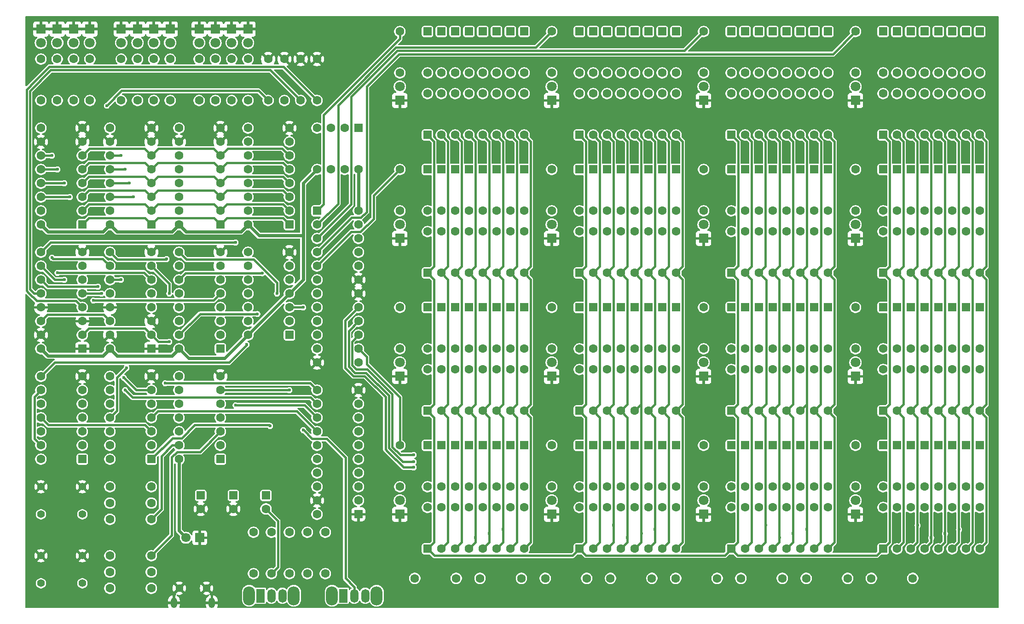
<source format=gbr>
%TF.GenerationSoftware,KiCad,Pcbnew,9.0.5*%
%TF.CreationDate,2025-10-14T21:49:14+01:00*%
%TF.ProjectId,TD4cpu,54443463-7075-42e6-9b69-6361645f7063,rev?*%
%TF.SameCoordinates,Original*%
%TF.FileFunction,Copper,L2,Bot*%
%TF.FilePolarity,Positive*%
%FSLAX46Y46*%
G04 Gerber Fmt 4.6, Leading zero omitted, Abs format (unit mm)*
G04 Created by KiCad (PCBNEW 9.0.5) date 2025-10-14 21:49:14*
%MOMM*%
%LPD*%
G01*
G04 APERTURE LIST*
G04 Aperture macros list*
%AMRoundRect*
0 Rectangle with rounded corners*
0 $1 Rounding radius*
0 $2 $3 $4 $5 $6 $7 $8 $9 X,Y pos of 4 corners*
0 Add a 4 corners polygon primitive as box body*
4,1,4,$2,$3,$4,$5,$6,$7,$8,$9,$2,$3,0*
0 Add four circle primitives for the rounded corners*
1,1,$1+$1,$2,$3*
1,1,$1+$1,$4,$5*
1,1,$1+$1,$6,$7*
1,1,$1+$1,$8,$9*
0 Add four rect primitives between the rounded corners*
20,1,$1+$1,$2,$3,$4,$5,0*
20,1,$1+$1,$4,$5,$6,$7,0*
20,1,$1+$1,$6,$7,$8,$9,0*
20,1,$1+$1,$8,$9,$2,$3,0*%
G04 Aperture macros list end*
%TA.AperFunction,ComponentPad*%
%ADD10RoundRect,0.250000X-0.550000X0.550000X-0.550000X-0.550000X0.550000X-0.550000X0.550000X0.550000X0*%
%TD*%
%TA.AperFunction,ComponentPad*%
%ADD11C,1.600000*%
%TD*%
%TA.AperFunction,ComponentPad*%
%ADD12R,1.800000X1.800000*%
%TD*%
%TA.AperFunction,ComponentPad*%
%ADD13C,1.800000*%
%TD*%
%TA.AperFunction,ComponentPad*%
%ADD14O,2.200000X3.500000*%
%TD*%
%TA.AperFunction,ComponentPad*%
%ADD15R,1.500000X2.500000*%
%TD*%
%TA.AperFunction,ComponentPad*%
%ADD16O,1.500000X2.500000*%
%TD*%
%TA.AperFunction,ComponentPad*%
%ADD17RoundRect,0.250000X0.550000X0.550000X-0.550000X0.550000X-0.550000X-0.550000X0.550000X-0.550000X0*%
%TD*%
%TA.AperFunction,ComponentPad*%
%ADD18RoundRect,0.250000X0.550000X-0.550000X0.550000X0.550000X-0.550000X0.550000X-0.550000X-0.550000X0*%
%TD*%
%TA.AperFunction,ComponentPad*%
%ADD19RoundRect,0.250000X-0.550000X-0.550000X0.550000X-0.550000X0.550000X0.550000X-0.550000X0.550000X0*%
%TD*%
%TA.AperFunction,ComponentPad*%
%ADD20C,1.397000*%
%TD*%
%TA.AperFunction,ComponentPad*%
%ADD21R,1.700000X1.700000*%
%TD*%
%TA.AperFunction,ComponentPad*%
%ADD22C,1.700000*%
%TD*%
%TA.AperFunction,HeatsinkPad*%
%ADD23O,1.200000X1.900000*%
%TD*%
%TA.AperFunction,HeatsinkPad*%
%ADD24C,1.450000*%
%TD*%
%TA.AperFunction,ViaPad*%
%ADD25C,0.600000*%
%TD*%
%TA.AperFunction,Conductor*%
%ADD26C,0.400000*%
%TD*%
%TA.AperFunction,Conductor*%
%ADD27C,0.600000*%
%TD*%
G04 APERTURE END LIST*
D10*
%TO.P,D36,1,K*%
%TO.N,AS3*%
X208280000Y-53340000D03*
D11*
%TO.P,D36,2,A*%
%TO.N,Net-(D36-A)*%
X208280000Y-60960000D03*
%TD*%
D12*
%TO.P,D142,1,K*%
%TO.N,GND*%
X175260000Y-142240000D03*
D13*
%TO.P,D142,2,A*%
%TO.N,Net-(D142-A)*%
X175260000Y-139700000D03*
%TD*%
D10*
%TO.P,D126,1,K*%
%TO.N,AS15*%
X223520000Y-129540000D03*
D11*
%TO.P,D126,2,A*%
%TO.N,Net-(D126-A)*%
X223520000Y-137160000D03*
%TD*%
D10*
%TO.P,D123,1,K*%
%TO.N,AS14*%
X182880000Y-129540000D03*
D11*
%TO.P,D123,2,A*%
%TO.N,Net-(D123-A)*%
X182880000Y-137160000D03*
%TD*%
D14*
%TO.P,SW3,*%
%TO.N,*%
X91658000Y-157230000D03*
X99858000Y-157230000D03*
D15*
%TO.P,SW3,1,A*%
%TO.N,Net-(SW3-A)*%
X93758000Y-157230000D03*
D16*
%TO.P,SW3,2,B*%
%TO.N,Net-(SW3-B)*%
X95758000Y-157230000D03*
%TO.P,SW3,3,C*%
%TO.N,Net-(SW3-C)*%
X97758000Y-157230000D03*
%TD*%
D10*
%TO.P,D42,1,K*%
%TO.N,AS4*%
X129540000Y-78740000D03*
D11*
%TO.P,D42,2,A*%
%TO.N,Net-(D42-A)*%
X129540000Y-86360000D03*
%TD*%
D12*
%TO.P,D145,1,K*%
%TO.N,GND*%
X203200000Y-116840000D03*
D13*
%TO.P,D145,2,A*%
%TO.N,Net-(D145-A)*%
X203200000Y-114300000D03*
%TD*%
D17*
%TO.P,U13,1,G1*%
%TO.N,GND*%
X111760000Y-142240000D03*
D11*
%TO.P,U13,2,A0*%
%TO.N,/ROM/DS0*%
X111760000Y-139700000D03*
%TO.P,U13,3,A1*%
%TO.N,/ROM/DS1*%
X111760000Y-137160000D03*
%TO.P,U13,4,A2*%
%TO.N,/ROM/DS2*%
X111760000Y-134620000D03*
%TO.P,U13,5,A3*%
%TO.N,/ROM/DS3*%
X111760000Y-132080000D03*
%TO.P,U13,6,A4*%
%TO.N,/ROM/DS4*%
X111760000Y-129540000D03*
%TO.P,U13,7,A5*%
%TO.N,/ROM/DS5*%
X111760000Y-127000000D03*
%TO.P,U13,8,A6*%
%TO.N,/ROM/DS6*%
X111760000Y-124460000D03*
%TO.P,U13,9,A7*%
%TO.N,/ROM/DS7*%
X111760000Y-121920000D03*
%TO.P,U13,10,GND*%
%TO.N,GND*%
X111760000Y-119380000D03*
%TO.P,U13,11,Y7*%
%TO.N,D7*%
X104140000Y-119380000D03*
%TO.P,U13,12,Y6*%
%TO.N,D6*%
X104140000Y-121920000D03*
%TO.P,U13,13,Y5*%
%TO.N,D5*%
X104140000Y-124460000D03*
%TO.P,U13,14,Y4*%
%TO.N,D4*%
X104140000Y-127000000D03*
%TO.P,U13,15,Y3*%
%TO.N,D3*%
X104140000Y-129540000D03*
%TO.P,U13,16,Y2*%
%TO.N,D2*%
X104140000Y-132080000D03*
%TO.P,U13,17,Y1*%
%TO.N,D1*%
X104140000Y-134620000D03*
%TO.P,U13,18,Y0*%
%TO.N,D0*%
X104140000Y-137160000D03*
%TO.P,U13,19,G2*%
%TO.N,GND*%
X104140000Y-139700000D03*
%TO.P,U13,20,VCC*%
%TO.N,+5V*%
X104140000Y-142240000D03*
%TD*%
D17*
%TO.P,U3,1*%
%TO.N,unconnected-(U3-Pad1)*%
X86360000Y-132080000D03*
D11*
%TO.P,U3,2*%
%TO.N,unconnected-(U3-Pad2)*%
X86360000Y-129540000D03*
%TO.P,U3,3*%
%TO.N,Net-(R7-Pad2)*%
X86360000Y-127000000D03*
%TO.P,U3,4*%
%TO.N,Net-(U3-Pad4)*%
X86360000Y-124460000D03*
%TO.P,U3,5*%
X86360000Y-121920000D03*
%TO.P,U3,6*%
%TO.N,{slash}RESET*%
X86360000Y-119380000D03*
%TO.P,U3,7,GND*%
%TO.N,GND*%
X86360000Y-116840000D03*
%TO.P,U3,8*%
%TO.N,Net-(C3-Pad1)*%
X78740000Y-116840000D03*
%TO.P,U3,9*%
%TO.N,Net-(R8-Pad2)*%
X78740000Y-119380000D03*
%TO.P,U3,10*%
X78740000Y-121920000D03*
%TO.P,U3,11*%
%TO.N,Net-(R6-Pad2)*%
X78740000Y-124460000D03*
%TO.P,U3,12*%
%TO.N,Net-(R10-Pad1)*%
X78740000Y-127000000D03*
%TO.P,U3,13*%
%TO.N,Net-(R5-Pad2)*%
X78740000Y-129540000D03*
%TO.P,U3,14,VCC*%
%TO.N,+5V*%
X78740000Y-132080000D03*
%TD*%
D17*
%TO.P,U7,1,~{R}*%
%TO.N,{slash}RESET*%
X99060000Y-109220000D03*
D11*
%TO.P,U7,2,D*%
%TO.N,Net-(U11-C4)*%
X99060000Y-106680000D03*
%TO.P,U7,3,C*%
%TO.N,CLOCK*%
X99060000Y-104140000D03*
%TO.P,U7,4,~{S}*%
%TO.N,+5V*%
X99060000Y-101600000D03*
%TO.P,U7,5,Q*%
%TO.N,unconnected-(U7A-Q-Pad5)*%
X99060000Y-99060000D03*
%TO.P,U7,6,~{Q}*%
%TO.N,/CPU/{slash}CARRY*%
X99060000Y-96520000D03*
%TO.P,U7,7,GND*%
%TO.N,GND*%
X99060000Y-93980000D03*
%TO.P,U7,8,~{Q}*%
%TO.N,unconnected-(U7B-~{Q}-Pad8)*%
X91440000Y-93980000D03*
%TO.P,U7,9,Q*%
%TO.N,unconnected-(U7B-Q-Pad9)*%
X91440000Y-96520000D03*
%TO.P,U7,10,~{S}*%
%TO.N,unconnected-(U7B-~{S}-Pad10)*%
X91440000Y-99060000D03*
%TO.P,U7,11,C*%
%TO.N,unconnected-(U7B-C-Pad11)*%
X91440000Y-101600000D03*
%TO.P,U7,12,D*%
%TO.N,unconnected-(U7B-D-Pad12)*%
X91440000Y-104140000D03*
%TO.P,U7,13,~{R}*%
%TO.N,unconnected-(U7B-~{R}-Pad13)*%
X91440000Y-106680000D03*
%TO.P,U7,14,VCC*%
%TO.N,+5V*%
X91440000Y-109220000D03*
%TD*%
D14*
%TO.P,SW4,*%
%TO.N,*%
X106898000Y-157230000D03*
X115098000Y-157230000D03*
D15*
%TO.P,SW4,1,A*%
%TO.N,Net-(SW4-A)*%
X108998000Y-157230000D03*
D16*
%TO.P,SW4,2,B*%
%TO.N,CLOCK*%
X110998000Y-157230000D03*
%TO.P,SW4,3,C*%
%TO.N,Net-(SW4-C)*%
X112998000Y-157230000D03*
%TD*%
D10*
%TO.P,D62,1,K*%
%TO.N,AS7*%
X223520000Y-78740000D03*
D11*
%TO.P,D62,2,A*%
%TO.N,Net-(D62-A)*%
X223520000Y-86360000D03*
%TD*%
D17*
%TO.P,U10,1*%
%TO.N,/CPU/{slash}CARRY*%
X73660000Y-132080000D03*
D11*
%TO.P,U10,2*%
%TO.N,D4*%
X73660000Y-129540000D03*
%TO.P,U10,3*%
%TO.N,Net-(U10-Pad3)*%
X73660000Y-127000000D03*
%TO.P,U10,4*%
%TO.N,D4*%
X73660000Y-124460000D03*
%TO.P,U10,5*%
%TO.N,D7*%
X73660000Y-121920000D03*
%TO.P,U10,6*%
%TO.N,/CPU/SEL_A*%
X73660000Y-119380000D03*
%TO.P,U10,7,GND*%
%TO.N,GND*%
X73660000Y-116840000D03*
%TO.P,U10,8*%
%TO.N,/CPU/LOAD_A*%
X66040000Y-116840000D03*
%TO.P,U10,9*%
%TO.N,D6*%
X66040000Y-119380000D03*
%TO.P,U10,10*%
%TO.N,D7*%
X66040000Y-121920000D03*
%TO.P,U10,11*%
%TO.N,/CPU/LOAD_B*%
X66040000Y-124460000D03*
%TO.P,U10,12*%
%TO.N,Net-(U10-Pad12)*%
X66040000Y-127000000D03*
%TO.P,U10,13*%
%TO.N,D7*%
X66040000Y-129540000D03*
%TO.P,U10,14,VCC*%
%TO.N,+5V*%
X66040000Y-132080000D03*
%TD*%
D10*
%TO.P,D25,1,K*%
%TO.N,AS2*%
X187960000Y-53340000D03*
D11*
%TO.P,D25,2,A*%
%TO.N,Net-(D25-A)*%
X187960000Y-60960000D03*
%TD*%
D10*
%TO.P,D40,1,K*%
%TO.N,AS4*%
X134620000Y-78740000D03*
D11*
%TO.P,D40,2,A*%
%TO.N,Net-(D40-A)*%
X134620000Y-86360000D03*
%TD*%
%TO.P,R26,1*%
%TO.N,/ROM/DS6*%
X194120000Y-154020000D03*
%TO.P,R26,2*%
%TO.N,+5V*%
X201740000Y-154020000D03*
%TD*%
D12*
%TO.P,D141,1,K*%
%TO.N,GND*%
X203200000Y-142240000D03*
D13*
%TO.P,D141,2,A*%
%TO.N,Net-(D141-A)*%
X203200000Y-139700000D03*
%TD*%
D10*
%TO.P,D129,1,K*%
%TO.N,AS15*%
X215900000Y-129540000D03*
D11*
%TO.P,D129,2,A*%
%TO.N,Net-(D129-A)*%
X215900000Y-137160000D03*
%TD*%
%TO.P,R21,1*%
%TO.N,/ROM/DS1*%
X134120000Y-154020000D03*
%TO.P,R21,2*%
%TO.N,+5V*%
X141740000Y-154020000D03*
%TD*%
%TO.P,R1,1*%
%TO.N,Net-(SW1-B)*%
X66040000Y-137160000D03*
%TO.P,R1,2*%
%TO.N,+5V*%
X73660000Y-137160000D03*
%TD*%
%TO.P,R4,1*%
%TO.N,Net-(SW2-B)*%
X66040000Y-152860000D03*
%TO.P,R4,2*%
%TO.N,Net-(C2-Pad1)*%
X73660000Y-152860000D03*
%TD*%
%TO.P,R41,1*%
%TO.N,AS10*%
X175260000Y-104140000D03*
%TO.P,R41,2*%
%TO.N,Net-(D146-A)*%
X175260000Y-111760000D03*
%TD*%
D10*
%TO.P,D17,1,K*%
%TO.N,AS1*%
X160020000Y-53340000D03*
D11*
%TO.P,D17,2,A*%
%TO.N,Net-(D17-A)*%
X160020000Y-60960000D03*
%TD*%
D10*
%TO.P,D120,1,K*%
%TO.N,AS14*%
X190500000Y-129540000D03*
D11*
%TO.P,D120,2,A*%
%TO.N,Net-(D120-A)*%
X190500000Y-137160000D03*
%TD*%
D10*
%TO.P,D108,1,K*%
%TO.N,AS12*%
X124460000Y-129540000D03*
D11*
%TO.P,D108,2,A*%
%TO.N,Net-(D108-A)*%
X124460000Y-137160000D03*
%TD*%
D10*
%TO.P,D72,1,K*%
%TO.N,AS8*%
X134620000Y-104140000D03*
D11*
%TO.P,D72,2,A*%
%TO.N,Net-(D72-A)*%
X134620000Y-111760000D03*
%TD*%
D10*
%TO.P,D124,1,K*%
%TO.N,AS14*%
X180340000Y-129540000D03*
D11*
%TO.P,D124,2,A*%
%TO.N,Net-(D124-A)*%
X180340000Y-137160000D03*
%TD*%
D10*
%TO.P,D27,1,K*%
%TO.N,AS2*%
X182880000Y-53340000D03*
D11*
%TO.P,D27,2,A*%
%TO.N,Net-(D27-A)*%
X182880000Y-60960000D03*
%TD*%
D10*
%TO.P,D60,1,K*%
%TO.N,AS6*%
X180340000Y-78740000D03*
D11*
%TO.P,D60,2,A*%
%TO.N,Net-(D60-A)*%
X180340000Y-86360000D03*
%TD*%
D10*
%TO.P,D106,1,K*%
%TO.N,AS12*%
X129540000Y-129540000D03*
D11*
%TO.P,D106,2,A*%
%TO.N,Net-(D106-A)*%
X129540000Y-137160000D03*
%TD*%
D10*
%TO.P,D75,1,K*%
%TO.N,AS8*%
X127000000Y-104140000D03*
D11*
%TO.P,D75,2,A*%
%TO.N,Net-(D75-A)*%
X127000000Y-111760000D03*
%TD*%
D12*
%TO.P,D4,1,K*%
%TO.N,GND*%
X82440000Y-52880000D03*
D13*
%TO.P,D4,2,A*%
%TO.N,Net-(D4-A)*%
X82440000Y-55420000D03*
%TD*%
D10*
%TO.P,D45,1,K*%
%TO.N,AS5*%
X170180000Y-78740000D03*
D11*
%TO.P,D45,2,A*%
%TO.N,Net-(D45-A)*%
X170180000Y-86360000D03*
%TD*%
D18*
%TO.P,SW18,1*%
%TO.N,/ROM/DS0*%
X124460000Y-148590000D03*
D11*
%TO.P,SW18,2*%
%TO.N,/ROM/DS1*%
X127000000Y-148590000D03*
%TO.P,SW18,3*%
%TO.N,/ROM/DS2*%
X129540000Y-148590000D03*
%TO.P,SW18,4*%
%TO.N,/ROM/DS3*%
X132080000Y-148590000D03*
%TO.P,SW18,5*%
%TO.N,/ROM/DS4*%
X134620000Y-148590000D03*
%TO.P,SW18,6*%
%TO.N,/ROM/DS5*%
X137160000Y-148590000D03*
%TO.P,SW18,7*%
%TO.N,/ROM/DS6*%
X139700000Y-148590000D03*
%TO.P,SW18,8*%
%TO.N,/ROM/DS7*%
X142240000Y-148590000D03*
%TO.P,SW18,9*%
%TO.N,Net-(D101-A)*%
X142240000Y-140970000D03*
%TO.P,SW18,10*%
%TO.N,Net-(D102-A)*%
X139700000Y-140970000D03*
%TO.P,SW18,11*%
%TO.N,Net-(D103-A)*%
X137160000Y-140970000D03*
%TO.P,SW18,12*%
%TO.N,Net-(D104-A)*%
X134620000Y-140970000D03*
%TO.P,SW18,13*%
%TO.N,Net-(D105-A)*%
X132080000Y-140970000D03*
%TO.P,SW18,14*%
%TO.N,Net-(D106-A)*%
X129540000Y-140970000D03*
%TO.P,SW18,15*%
%TO.N,Net-(D107-A)*%
X127000000Y-140970000D03*
%TO.P,SW18,16*%
%TO.N,Net-(D108-A)*%
X124460000Y-140970000D03*
%TD*%
D10*
%TO.P,D71,1,K*%
%TO.N,AS8*%
X137160000Y-104140000D03*
D11*
%TO.P,D71,2,A*%
%TO.N,Net-(D71-A)*%
X137160000Y-111760000D03*
%TD*%
D10*
%TO.P,D31,1,K*%
%TO.N,AS3*%
X220980000Y-53340000D03*
D11*
%TO.P,D31,2,A*%
%TO.N,Net-(D31-A)*%
X220980000Y-60960000D03*
%TD*%
D10*
%TO.P,D119,1,K*%
%TO.N,AS14*%
X193040000Y-129540000D03*
D11*
%TO.P,D119,2,A*%
%TO.N,Net-(D119-A)*%
X193040000Y-137160000D03*
%TD*%
D10*
%TO.P,D46,1,K*%
%TO.N,AS5*%
X167640000Y-78740000D03*
D11*
%TO.P,D46,2,A*%
%TO.N,Net-(D46-A)*%
X167640000Y-86360000D03*
%TD*%
D18*
%TO.P,SW14,1*%
%TO.N,/ROM/DS0*%
X124460000Y-123190000D03*
D11*
%TO.P,SW14,2*%
%TO.N,/ROM/DS1*%
X127000000Y-123190000D03*
%TO.P,SW14,3*%
%TO.N,/ROM/DS2*%
X129540000Y-123190000D03*
%TO.P,SW14,4*%
%TO.N,/ROM/DS3*%
X132080000Y-123190000D03*
%TO.P,SW14,5*%
%TO.N,/ROM/DS4*%
X134620000Y-123190000D03*
%TO.P,SW14,6*%
%TO.N,/ROM/DS5*%
X137160000Y-123190000D03*
%TO.P,SW14,7*%
%TO.N,/ROM/DS6*%
X139700000Y-123190000D03*
%TO.P,SW14,8*%
%TO.N,/ROM/DS7*%
X142240000Y-123190000D03*
%TO.P,SW14,9*%
%TO.N,Net-(D69-A)*%
X142240000Y-115570000D03*
%TO.P,SW14,10*%
%TO.N,Net-(D70-A)*%
X139700000Y-115570000D03*
%TO.P,SW14,11*%
%TO.N,Net-(D71-A)*%
X137160000Y-115570000D03*
%TO.P,SW14,12*%
%TO.N,Net-(D72-A)*%
X134620000Y-115570000D03*
%TO.P,SW14,13*%
%TO.N,Net-(D73-A)*%
X132080000Y-115570000D03*
%TO.P,SW14,14*%
%TO.N,Net-(D74-A)*%
X129540000Y-115570000D03*
%TO.P,SW14,15*%
%TO.N,Net-(D75-A)*%
X127000000Y-115570000D03*
%TO.P,SW14,16*%
%TO.N,Net-(D76-A)*%
X124460000Y-115570000D03*
%TD*%
%TO.P,R47,1*%
%TO.N,AS4*%
X119380000Y-78740000D03*
%TO.P,R47,2*%
%TO.N,Net-(D152-A)*%
X119380000Y-86360000D03*
%TD*%
%TO.P,R24,1*%
%TO.N,/ROM/DS4*%
X170120000Y-154020000D03*
%TO.P,R24,2*%
%TO.N,+5V*%
X177740000Y-154020000D03*
%TD*%
D10*
%TO.P,D86,1,K*%
%TO.N,AS10*%
X195580000Y-104140000D03*
D11*
%TO.P,D86,2,A*%
%TO.N,Net-(D86-A)*%
X195580000Y-111760000D03*
%TD*%
D10*
%TO.P,D117,1,K*%
%TO.N,AS14*%
X198120000Y-129540000D03*
D11*
%TO.P,D117,2,A*%
%TO.N,Net-(D117-A)*%
X198120000Y-137160000D03*
%TD*%
D17*
%TO.P,U2,1,~{MR}*%
%TO.N,{slash}RESET*%
X86360000Y-88900000D03*
D11*
%TO.P,U2,2,CP*%
%TO.N,CLOCK*%
X86360000Y-86360000D03*
%TO.P,U2,3,D0*%
%TO.N,/CPU/BUS_b0*%
X86360000Y-83820000D03*
%TO.P,U2,4,D1*%
%TO.N,/CPU/BUS_b1*%
X86360000Y-81280000D03*
%TO.P,U2,5,D2*%
%TO.N,/CPU/BUS_b2*%
X86360000Y-78740000D03*
%TO.P,U2,6,D3*%
%TO.N,/CPU/BUS_b3*%
X86360000Y-76200000D03*
%TO.P,U2,7,CEP*%
%TO.N,GND*%
X86360000Y-73660000D03*
%TO.P,U2,8,GND*%
X86360000Y-71120000D03*
%TO.P,U2,9,~{PE}*%
%TO.N,/CPU/LOAD_OP*%
X78740000Y-71120000D03*
%TO.P,U2,10,CET*%
%TO.N,GND*%
X78740000Y-73660000D03*
%TO.P,U2,11,Q3*%
%TO.N,OUT3*%
X78740000Y-76200000D03*
%TO.P,U2,12,Q2*%
%TO.N,OUT2*%
X78740000Y-78740000D03*
%TO.P,U2,13,Q1*%
%TO.N,OUT1*%
X78740000Y-81280000D03*
%TO.P,U2,14,Q0*%
%TO.N,OUT0*%
X78740000Y-83820000D03*
%TO.P,U2,15,TC*%
%TO.N,unconnected-(U2-TC-Pad15)*%
X78740000Y-86360000D03*
%TO.P,U2,16,VCC*%
%TO.N,+5V*%
X78740000Y-88900000D03*
%TD*%
D10*
%TO.P,D121,1,K*%
%TO.N,AS14*%
X187960000Y-129540000D03*
D11*
%TO.P,D121,2,A*%
%TO.N,Net-(D121-A)*%
X187960000Y-137160000D03*
%TD*%
D10*
%TO.P,D114,1,K*%
%TO.N,AS13*%
X157480000Y-129540000D03*
D11*
%TO.P,D114,2,A*%
%TO.N,Net-(D114-A)*%
X157480000Y-137160000D03*
%TD*%
D10*
%TO.P,D128,1,K*%
%TO.N,AS15*%
X218440000Y-129540000D03*
D11*
%TO.P,D128,2,A*%
%TO.N,Net-(D128-A)*%
X218440000Y-137160000D03*
%TD*%
D10*
%TO.P,D113,1,K*%
%TO.N,AS13*%
X160020000Y-129540000D03*
D11*
%TO.P,D113,2,A*%
%TO.N,Net-(D113-A)*%
X160020000Y-137160000D03*
%TD*%
D10*
%TO.P,D97,1,K*%
%TO.N,AS11*%
X215900000Y-104140000D03*
D11*
%TO.P,D97,2,A*%
%TO.N,Net-(D97-A)*%
X215900000Y-111760000D03*
%TD*%
D10*
%TO.P,D61,1,K*%
%TO.N,AS7*%
X226060000Y-78740000D03*
D11*
%TO.P,D61,2,A*%
%TO.N,Net-(D61-A)*%
X226060000Y-86360000D03*
%TD*%
D10*
%TO.P,D8,1,K*%
%TO.N,AS0*%
X134620000Y-53340000D03*
D11*
%TO.P,D8,2,A*%
%TO.N,Net-(D8-A)*%
X134620000Y-60960000D03*
%TD*%
D12*
%TO.P,D133,1,K*%
%TO.N,GND*%
X53340000Y-52880000D03*
D13*
%TO.P,D133,2,A*%
%TO.N,Net-(D133-A)*%
X53340000Y-55420000D03*
%TD*%
D10*
%TO.P,D11,1,K*%
%TO.N,AS0*%
X127000000Y-53340000D03*
D11*
%TO.P,D11,2,A*%
%TO.N,Net-(D11-A)*%
X127000000Y-60960000D03*
%TD*%
%TO.P,R20,1*%
%TO.N,/ROM/DS0*%
X122120000Y-154020000D03*
%TO.P,R20,2*%
%TO.N,+5V*%
X129740000Y-154020000D03*
%TD*%
D10*
%TO.P,D96,1,K*%
%TO.N,AS11*%
X218440000Y-104140000D03*
D11*
%TO.P,D96,2,A*%
%TO.N,Net-(D96-A)*%
X218440000Y-111760000D03*
%TD*%
D10*
%TO.P,D57,1,K*%
%TO.N,AS6*%
X187960000Y-78740000D03*
D11*
%TO.P,D57,2,A*%
%TO.N,Net-(D57-A)*%
X187960000Y-86360000D03*
%TD*%
%TO.P,R19,1*%
%TO.N,IN0*%
X104140000Y-66040000D03*
%TO.P,R19,2*%
%TO.N,GND*%
X104140000Y-58420000D03*
%TD*%
D18*
%TO.P,SW20,1*%
%TO.N,/ROM/DS0*%
X180340000Y-148590000D03*
D11*
%TO.P,SW20,2*%
%TO.N,/ROM/DS1*%
X182880000Y-148590000D03*
%TO.P,SW20,3*%
%TO.N,/ROM/DS2*%
X185420000Y-148590000D03*
%TO.P,SW20,4*%
%TO.N,/ROM/DS3*%
X187960000Y-148590000D03*
%TO.P,SW20,5*%
%TO.N,/ROM/DS4*%
X190500000Y-148590000D03*
%TO.P,SW20,6*%
%TO.N,/ROM/DS5*%
X193040000Y-148590000D03*
%TO.P,SW20,7*%
%TO.N,/ROM/DS6*%
X195580000Y-148590000D03*
%TO.P,SW20,8*%
%TO.N,/ROM/DS7*%
X198120000Y-148590000D03*
%TO.P,SW20,9*%
%TO.N,Net-(D117-A)*%
X198120000Y-140970000D03*
%TO.P,SW20,10*%
%TO.N,Net-(D118-A)*%
X195580000Y-140970000D03*
%TO.P,SW20,11*%
%TO.N,Net-(D119-A)*%
X193040000Y-140970000D03*
%TO.P,SW20,12*%
%TO.N,Net-(D120-A)*%
X190500000Y-140970000D03*
%TO.P,SW20,13*%
%TO.N,Net-(D121-A)*%
X187960000Y-140970000D03*
%TO.P,SW20,14*%
%TO.N,Net-(D122-A)*%
X185420000Y-140970000D03*
%TO.P,SW20,15*%
%TO.N,Net-(D123-A)*%
X182880000Y-140970000D03*
%TO.P,SW20,16*%
%TO.N,Net-(D124-A)*%
X180340000Y-140970000D03*
%TD*%
D12*
%TO.P,D147,1,K*%
%TO.N,GND*%
X147320000Y-116840000D03*
D13*
%TO.P,D147,2,A*%
%TO.N,Net-(D147-A)*%
X147320000Y-114300000D03*
%TD*%
D12*
%TO.P,D2,1,K*%
%TO.N,GND*%
X88440000Y-52880000D03*
D13*
%TO.P,D2,2,A*%
%TO.N,Net-(D2-A)*%
X88440000Y-55420000D03*
%TD*%
D18*
%TO.P,SW6,1*%
%TO.N,/ROM/DS0*%
X124460000Y-72390000D03*
D11*
%TO.P,SW6,2*%
%TO.N,/ROM/DS1*%
X127000000Y-72390000D03*
%TO.P,SW6,3*%
%TO.N,/ROM/DS2*%
X129540000Y-72390000D03*
%TO.P,SW6,4*%
%TO.N,/ROM/DS3*%
X132080000Y-72390000D03*
%TO.P,SW6,5*%
%TO.N,/ROM/DS4*%
X134620000Y-72390000D03*
%TO.P,SW6,6*%
%TO.N,/ROM/DS5*%
X137160000Y-72390000D03*
%TO.P,SW6,7*%
%TO.N,/ROM/DS6*%
X139700000Y-72390000D03*
%TO.P,SW6,8*%
%TO.N,/ROM/DS7*%
X142240000Y-72390000D03*
%TO.P,SW6,9*%
%TO.N,Net-(D5-A)*%
X142240000Y-64770000D03*
%TO.P,SW6,10*%
%TO.N,Net-(D6-A)*%
X139700000Y-64770000D03*
%TO.P,SW6,11*%
%TO.N,Net-(D7-A)*%
X137160000Y-64770000D03*
%TO.P,SW6,12*%
%TO.N,Net-(D8-A)*%
X134620000Y-64770000D03*
%TO.P,SW6,13*%
%TO.N,Net-(D9-A)*%
X132080000Y-64770000D03*
%TO.P,SW6,14*%
%TO.N,Net-(D10-A)*%
X129540000Y-64770000D03*
%TO.P,SW6,15*%
%TO.N,Net-(D11-A)*%
X127000000Y-64770000D03*
%TO.P,SW6,16*%
%TO.N,Net-(D12-A)*%
X124460000Y-64770000D03*
%TD*%
D10*
%TO.P,D56,1,K*%
%TO.N,AS6*%
X190500000Y-78740000D03*
D11*
%TO.P,D56,2,A*%
%TO.N,Net-(D56-A)*%
X190500000Y-86360000D03*
%TD*%
%TO.P,R35,1*%
%TO.N,BREG_B0*%
X77120000Y-66040000D03*
%TO.P,R35,2*%
%TO.N,Net-(D140-A)*%
X77120000Y-58420000D03*
%TD*%
D19*
%TO.P,U12,1,S0*%
%TO.N,AS0*%
X104140000Y-86360000D03*
D11*
%TO.P,U12,2,S1*%
%TO.N,AS1*%
X104140000Y-88900000D03*
%TO.P,U12,3,S2*%
%TO.N,AS2*%
X104140000Y-91440000D03*
%TO.P,U12,4,S3*%
%TO.N,AS3*%
X104140000Y-93980000D03*
%TO.P,U12,5,S4*%
%TO.N,AS4*%
X104140000Y-96520000D03*
%TO.P,U12,6,S5*%
%TO.N,AS5*%
X104140000Y-99060000D03*
%TO.P,U12,7,S6*%
%TO.N,AS6*%
X104140000Y-101600000D03*
%TO.P,U12,8,S7*%
%TO.N,AS7*%
X104140000Y-104140000D03*
%TO.P,U12,9,S8*%
%TO.N,AS8*%
X104140000Y-106680000D03*
%TO.P,U12,10,S9*%
%TO.N,AS9*%
X104140000Y-109220000D03*
%TO.P,U12,11,S10*%
%TO.N,AS10*%
X104140000Y-111760000D03*
%TO.P,U12,12,GND*%
%TO.N,GND*%
X104140000Y-114300000D03*
%TO.P,U12,13,S11*%
%TO.N,AS11*%
X111760000Y-114300000D03*
%TO.P,U12,14,S12*%
%TO.N,AS12*%
X111760000Y-111760000D03*
%TO.P,U12,15,S13*%
%TO.N,AS13*%
X111760000Y-109220000D03*
%TO.P,U12,16,S14*%
%TO.N,AS14*%
X111760000Y-106680000D03*
%TO.P,U12,17,S15*%
%TO.N,AS15*%
X111760000Y-104140000D03*
%TO.P,U12,18,E0*%
%TO.N,GND*%
X111760000Y-101600000D03*
%TO.P,U12,19,E1*%
X111760000Y-99060000D03*
%TO.P,U12,20,A3*%
%TO.N,A3*%
X111760000Y-96520000D03*
%TO.P,U12,21,A2*%
%TO.N,A2*%
X111760000Y-93980000D03*
%TO.P,U12,22,A1*%
%TO.N,A1*%
X111760000Y-91440000D03*
%TO.P,U12,23,A0*%
%TO.N,A0*%
X111760000Y-88900000D03*
%TO.P,U12,24,VCC*%
%TO.N,+5V*%
X111760000Y-86360000D03*
%TD*%
D10*
%TO.P,D122,1,K*%
%TO.N,AS14*%
X185420000Y-129540000D03*
D11*
%TO.P,D122,2,A*%
%TO.N,Net-(D122-A)*%
X185420000Y-137160000D03*
%TD*%
D10*
%TO.P,D102,1,K*%
%TO.N,AS12*%
X139700000Y-129540000D03*
D11*
%TO.P,D102,2,A*%
%TO.N,Net-(D102-A)*%
X139700000Y-137160000D03*
%TD*%
%TO.P,R14,1*%
%TO.N,OUT1*%
X88440000Y-66040000D03*
%TO.P,R14,2*%
%TO.N,Net-(D2-A)*%
X88440000Y-58420000D03*
%TD*%
D10*
%TO.P,D55,1,K*%
%TO.N,AS6*%
X193040000Y-78740000D03*
D11*
%TO.P,D55,2,A*%
%TO.N,Net-(D55-A)*%
X193040000Y-86360000D03*
%TD*%
D12*
%TO.P,D151,1,K*%
%TO.N,GND*%
X147320000Y-91440000D03*
D13*
%TO.P,D151,2,A*%
%TO.N,Net-(D151-A)*%
X147320000Y-88900000D03*
%TD*%
D18*
%TO.P,SW17,1*%
%TO.N,/ROM/DS0*%
X208280000Y-123190000D03*
D11*
%TO.P,SW17,2*%
%TO.N,/ROM/DS1*%
X210820000Y-123190000D03*
%TO.P,SW17,3*%
%TO.N,/ROM/DS2*%
X213360000Y-123190000D03*
%TO.P,SW17,4*%
%TO.N,/ROM/DS3*%
X215900000Y-123190000D03*
%TO.P,SW17,5*%
%TO.N,/ROM/DS4*%
X218440000Y-123190000D03*
%TO.P,SW17,6*%
%TO.N,/ROM/DS5*%
X220980000Y-123190000D03*
%TO.P,SW17,7*%
%TO.N,/ROM/DS6*%
X223520000Y-123190000D03*
%TO.P,SW17,8*%
%TO.N,/ROM/DS7*%
X226060000Y-123190000D03*
%TO.P,SW17,9*%
%TO.N,Net-(D93-A)*%
X226060000Y-115570000D03*
%TO.P,SW17,10*%
%TO.N,Net-(D94-A)*%
X223520000Y-115570000D03*
%TO.P,SW17,11*%
%TO.N,Net-(D95-A)*%
X220980000Y-115570000D03*
%TO.P,SW17,12*%
%TO.N,Net-(D96-A)*%
X218440000Y-115570000D03*
%TO.P,SW17,13*%
%TO.N,Net-(D97-A)*%
X215900000Y-115570000D03*
%TO.P,SW17,14*%
%TO.N,Net-(D98-A)*%
X213360000Y-115570000D03*
%TO.P,SW17,15*%
%TO.N,Net-(D99-A)*%
X210820000Y-115570000D03*
%TO.P,SW17,16*%
%TO.N,Net-(D100-A)*%
X208280000Y-115570000D03*
%TD*%
D10*
%TO.P,D132,1,K*%
%TO.N,AS15*%
X208280000Y-129540000D03*
D11*
%TO.P,D132,2,A*%
%TO.N,Net-(D132-A)*%
X208280000Y-137160000D03*
%TD*%
D10*
%TO.P,D20,1,K*%
%TO.N,AS1*%
X152400000Y-53340000D03*
D11*
%TO.P,D20,2,A*%
%TO.N,Net-(D20-A)*%
X152400000Y-60960000D03*
%TD*%
D10*
%TO.P,D99,1,K*%
%TO.N,AS11*%
X210820000Y-104140000D03*
D11*
%TO.P,D99,2,A*%
%TO.N,Net-(D99-A)*%
X210820000Y-111760000D03*
%TD*%
D10*
%TO.P,D5,1,K*%
%TO.N,AS0*%
X142240000Y-53340000D03*
D11*
%TO.P,D5,2,A*%
%TO.N,Net-(D5-A)*%
X142240000Y-60960000D03*
%TD*%
D12*
%TO.P,D143,1,K*%
%TO.N,GND*%
X147320000Y-142240000D03*
D13*
%TO.P,D143,2,A*%
%TO.N,Net-(D143-A)*%
X147320000Y-139700000D03*
%TD*%
D10*
%TO.P,D66,1,K*%
%TO.N,AS7*%
X213360000Y-78740000D03*
D11*
%TO.P,D66,2,A*%
%TO.N,Net-(D66-A)*%
X213360000Y-86360000D03*
%TD*%
%TO.P,R42,1*%
%TO.N,AS9*%
X147320000Y-104140000D03*
%TO.P,R42,2*%
%TO.N,Net-(D147-A)*%
X147320000Y-111760000D03*
%TD*%
D10*
%TO.P,D101,1,K*%
%TO.N,AS12*%
X142240000Y-129540000D03*
D11*
%TO.P,D101,2,A*%
%TO.N,Net-(D101-A)*%
X142240000Y-137160000D03*
%TD*%
D17*
%TO.P,U8,1,Ea*%
%TO.N,GND*%
X60960000Y-111760000D03*
D11*
%TO.P,U8,2,S1*%
%TO.N,D5*%
X60960000Y-109220000D03*
%TO.P,U8,3,I3a*%
%TO.N,GND*%
X60960000Y-106680000D03*
%TO.P,U8,4,I2a*%
%TO.N,IN0*%
X60960000Y-104140000D03*
%TO.P,U8,5,I1a*%
%TO.N,BREG_B0*%
X60960000Y-101600000D03*
%TO.P,U8,6,I0a*%
%TO.N,AREG_B0*%
X60960000Y-99060000D03*
%TO.P,U8,7,Za*%
%TO.N,/CPU/ADD_b0*%
X60960000Y-96520000D03*
%TO.P,U8,8,GND*%
%TO.N,GND*%
X60960000Y-93980000D03*
%TO.P,U8,9,Zb*%
%TO.N,/CPU/ADD_b1*%
X53340000Y-93980000D03*
%TO.P,U8,10,I0b*%
%TO.N,AREG_B1*%
X53340000Y-96520000D03*
%TO.P,U8,11,I1b*%
%TO.N,BREG_B1*%
X53340000Y-99060000D03*
%TO.P,U8,12,I2b*%
%TO.N,IN1*%
X53340000Y-101600000D03*
%TO.P,U8,13,I3b*%
%TO.N,GND*%
X53340000Y-104140000D03*
%TO.P,U8,14,S0*%
%TO.N,/CPU/SEL_A*%
X53340000Y-106680000D03*
%TO.P,U8,15,Eb*%
%TO.N,GND*%
X53340000Y-109220000D03*
%TO.P,U8,16,VCC*%
%TO.N,+5V*%
X53340000Y-111760000D03*
%TD*%
D18*
%TO.P,SW11,1*%
%TO.N,/ROM/DS0*%
X152400000Y-97790000D03*
D11*
%TO.P,SW11,2*%
%TO.N,/ROM/DS1*%
X154940000Y-97790000D03*
%TO.P,SW11,3*%
%TO.N,/ROM/DS2*%
X157480000Y-97790000D03*
%TO.P,SW11,4*%
%TO.N,/ROM/DS3*%
X160020000Y-97790000D03*
%TO.P,SW11,5*%
%TO.N,/ROM/DS4*%
X162560000Y-97790000D03*
%TO.P,SW11,6*%
%TO.N,/ROM/DS5*%
X165100000Y-97790000D03*
%TO.P,SW11,7*%
%TO.N,/ROM/DS6*%
X167640000Y-97790000D03*
%TO.P,SW11,8*%
%TO.N,/ROM/DS7*%
X170180000Y-97790000D03*
%TO.P,SW11,9*%
%TO.N,Net-(D45-A)*%
X170180000Y-90170000D03*
%TO.P,SW11,10*%
%TO.N,Net-(D46-A)*%
X167640000Y-90170000D03*
%TO.P,SW11,11*%
%TO.N,Net-(D47-A)*%
X165100000Y-90170000D03*
%TO.P,SW11,12*%
%TO.N,Net-(D48-A)*%
X162560000Y-90170000D03*
%TO.P,SW11,13*%
%TO.N,Net-(D49-A)*%
X160020000Y-90170000D03*
%TO.P,SW11,14*%
%TO.N,Net-(D50-A)*%
X157480000Y-90170000D03*
%TO.P,SW11,15*%
%TO.N,Net-(D51-A)*%
X154940000Y-90170000D03*
%TO.P,SW11,16*%
%TO.N,Net-(D52-A)*%
X152400000Y-90170000D03*
%TD*%
D20*
%TO.P,SW2,1,A*%
%TO.N,GND*%
X53340000Y-149860000D03*
X60960000Y-149860000D03*
%TO.P,SW2,2,B*%
%TO.N,Net-(SW2-B)*%
X53340000Y-154940000D03*
X60960000Y-154940000D03*
%TD*%
D17*
%TO.P,U5,1,~{MR}*%
%TO.N,{slash}RESET*%
X99060000Y-88900000D03*
D11*
%TO.P,U5,2,CP*%
%TO.N,CLOCK*%
X99060000Y-86360000D03*
%TO.P,U5,3,D0*%
%TO.N,/CPU/BUS_b0*%
X99060000Y-83820000D03*
%TO.P,U5,4,D1*%
%TO.N,/CPU/BUS_b1*%
X99060000Y-81280000D03*
%TO.P,U5,5,D2*%
%TO.N,/CPU/BUS_b2*%
X99060000Y-78740000D03*
%TO.P,U5,6,D3*%
%TO.N,/CPU/BUS_b3*%
X99060000Y-76200000D03*
%TO.P,U5,7,CEP*%
%TO.N,+5V*%
X99060000Y-73660000D03*
%TO.P,U5,8,GND*%
%TO.N,GND*%
X99060000Y-71120000D03*
%TO.P,U5,9,~{PE}*%
%TO.N,/CPU/LOAD_PC*%
X91440000Y-71120000D03*
%TO.P,U5,10,CET*%
%TO.N,+5V*%
X91440000Y-73660000D03*
%TO.P,U5,11,Q3*%
%TO.N,A3*%
X91440000Y-76200000D03*
%TO.P,U5,12,Q2*%
%TO.N,A2*%
X91440000Y-78740000D03*
%TO.P,U5,13,Q1*%
%TO.N,A1*%
X91440000Y-81280000D03*
%TO.P,U5,14,Q0*%
%TO.N,A0*%
X91440000Y-83820000D03*
%TO.P,U5,15,TC*%
%TO.N,unconnected-(U5-TC-Pad15)*%
X91440000Y-86360000D03*
%TO.P,U5,16,VCC*%
%TO.N,+5V*%
X91440000Y-88900000D03*
%TD*%
D10*
%TO.P,D131,1,K*%
%TO.N,AS15*%
X210820000Y-129540000D03*
D11*
%TO.P,D131,2,A*%
%TO.N,Net-(D131-A)*%
X210820000Y-137160000D03*
%TD*%
%TO.P,R43,1*%
%TO.N,AS8*%
X119380000Y-104140000D03*
%TO.P,R43,2*%
%TO.N,Net-(D148-A)*%
X119380000Y-111760000D03*
%TD*%
D18*
%TO.P,SW15,1*%
%TO.N,/ROM/DS0*%
X152400000Y-123190000D03*
D11*
%TO.P,SW15,2*%
%TO.N,/ROM/DS1*%
X154940000Y-123190000D03*
%TO.P,SW15,3*%
%TO.N,/ROM/DS2*%
X157480000Y-123190000D03*
%TO.P,SW15,4*%
%TO.N,/ROM/DS3*%
X160020000Y-123190000D03*
%TO.P,SW15,5*%
%TO.N,/ROM/DS4*%
X162560000Y-123190000D03*
%TO.P,SW15,6*%
%TO.N,/ROM/DS5*%
X165100000Y-123190000D03*
%TO.P,SW15,7*%
%TO.N,/ROM/DS6*%
X167640000Y-123190000D03*
%TO.P,SW15,8*%
%TO.N,/ROM/DS7*%
X170180000Y-123190000D03*
%TO.P,SW15,9*%
%TO.N,Net-(D77-A)*%
X170180000Y-115570000D03*
%TO.P,SW15,10*%
%TO.N,Net-(D78-A)*%
X167640000Y-115570000D03*
%TO.P,SW15,11*%
%TO.N,Net-(D79-A)*%
X165100000Y-115570000D03*
%TO.P,SW15,12*%
%TO.N,Net-(D80-A)*%
X162560000Y-115570000D03*
%TO.P,SW15,13*%
%TO.N,Net-(D81-A)*%
X160020000Y-115570000D03*
%TO.P,SW15,14*%
%TO.N,Net-(D82-A)*%
X157480000Y-115570000D03*
%TO.P,SW15,15*%
%TO.N,Net-(D83-A)*%
X154940000Y-115570000D03*
%TO.P,SW15,16*%
%TO.N,Net-(D84-A)*%
X152400000Y-115570000D03*
%TD*%
%TO.P,R33,1*%
%TO.N,BREG_B2*%
X71120000Y-66040000D03*
%TO.P,R33,2*%
%TO.N,Net-(D138-A)*%
X71120000Y-58420000D03*
%TD*%
D12*
%TO.P,D136,1,K*%
%TO.N,GND*%
X62340000Y-52880000D03*
D13*
%TO.P,D136,2,A*%
%TO.N,Net-(D136-A)*%
X62340000Y-55420000D03*
%TD*%
D12*
%TO.P,D153,1,K*%
%TO.N,GND*%
X203200000Y-66040000D03*
D13*
%TO.P,D153,2,A*%
%TO.N,Net-(D153-A)*%
X203200000Y-63500000D03*
%TD*%
D10*
%TO.P,D24,1,K*%
%TO.N,AS2*%
X190500000Y-53340000D03*
D11*
%TO.P,D24,2,A*%
%TO.N,Net-(D24-A)*%
X190500000Y-60960000D03*
%TD*%
D18*
%TO.P,SW9,1*%
%TO.N,/ROM/DS0*%
X208280000Y-72390000D03*
D11*
%TO.P,SW9,2*%
%TO.N,/ROM/DS1*%
X210820000Y-72390000D03*
%TO.P,SW9,3*%
%TO.N,/ROM/DS2*%
X213360000Y-72390000D03*
%TO.P,SW9,4*%
%TO.N,/ROM/DS3*%
X215900000Y-72390000D03*
%TO.P,SW9,5*%
%TO.N,/ROM/DS4*%
X218440000Y-72390000D03*
%TO.P,SW9,6*%
%TO.N,/ROM/DS5*%
X220980000Y-72390000D03*
%TO.P,SW9,7*%
%TO.N,/ROM/DS6*%
X223520000Y-72390000D03*
%TO.P,SW9,8*%
%TO.N,/ROM/DS7*%
X226060000Y-72390000D03*
%TO.P,SW9,9*%
%TO.N,Net-(D29-A)*%
X226060000Y-64770000D03*
%TO.P,SW9,10*%
%TO.N,Net-(D30-A)*%
X223520000Y-64770000D03*
%TO.P,SW9,11*%
%TO.N,Net-(D31-A)*%
X220980000Y-64770000D03*
%TO.P,SW9,12*%
%TO.N,Net-(D32-A)*%
X218440000Y-64770000D03*
%TO.P,SW9,13*%
%TO.N,Net-(D33-A)*%
X215900000Y-64770000D03*
%TO.P,SW9,14*%
%TO.N,Net-(D34-A)*%
X213360000Y-64770000D03*
%TO.P,SW9,15*%
%TO.N,Net-(D35-A)*%
X210820000Y-64770000D03*
%TO.P,SW9,16*%
%TO.N,Net-(D36-A)*%
X208280000Y-64770000D03*
%TD*%
%TO.P,R8,1*%
%TO.N,Net-(SW3-C)*%
X99060000Y-153162000D03*
%TO.P,R8,2*%
%TO.N,Net-(R8-Pad2)*%
X99060000Y-145542000D03*
%TD*%
D18*
%TO.P,SW16,1*%
%TO.N,/ROM/DS0*%
X180340000Y-123190000D03*
D11*
%TO.P,SW16,2*%
%TO.N,/ROM/DS1*%
X182880000Y-123190000D03*
%TO.P,SW16,3*%
%TO.N,/ROM/DS2*%
X185420000Y-123190000D03*
%TO.P,SW16,4*%
%TO.N,/ROM/DS3*%
X187960000Y-123190000D03*
%TO.P,SW16,5*%
%TO.N,/ROM/DS4*%
X190500000Y-123190000D03*
%TO.P,SW16,6*%
%TO.N,/ROM/DS5*%
X193040000Y-123190000D03*
%TO.P,SW16,7*%
%TO.N,/ROM/DS6*%
X195580000Y-123190000D03*
%TO.P,SW16,8*%
%TO.N,/ROM/DS7*%
X198120000Y-123190000D03*
%TO.P,SW16,9*%
%TO.N,Net-(D85-A)*%
X198120000Y-115570000D03*
%TO.P,SW16,10*%
%TO.N,Net-(D86-A)*%
X195580000Y-115570000D03*
%TO.P,SW16,11*%
%TO.N,Net-(D87-A)*%
X193040000Y-115570000D03*
%TO.P,SW16,12*%
%TO.N,Net-(D88-A)*%
X190500000Y-115570000D03*
%TO.P,SW16,13*%
%TO.N,Net-(D89-A)*%
X187960000Y-115570000D03*
%TO.P,SW16,14*%
%TO.N,Net-(D90-A)*%
X185420000Y-115570000D03*
%TO.P,SW16,15*%
%TO.N,Net-(D91-A)*%
X182880000Y-115570000D03*
%TO.P,SW16,16*%
%TO.N,Net-(D92-A)*%
X180340000Y-115570000D03*
%TD*%
D10*
%TO.P,D70,1,K*%
%TO.N,AS8*%
X139700000Y-104140000D03*
D11*
%TO.P,D70,2,A*%
%TO.N,Net-(D70-A)*%
X139700000Y-111760000D03*
%TD*%
D10*
%TO.P,D95,1,K*%
%TO.N,AS11*%
X220980000Y-104140000D03*
D11*
%TO.P,D95,2,A*%
%TO.N,Net-(D95-A)*%
X220980000Y-111760000D03*
%TD*%
%TO.P,R17,1*%
%TO.N,IN2*%
X98140000Y-66040000D03*
%TO.P,R17,2*%
%TO.N,GND*%
X98140000Y-58420000D03*
%TD*%
%TO.P,R12,1*%
%TO.N,OUT3*%
X82440000Y-66040000D03*
%TO.P,R12,2*%
%TO.N,Net-(D4-A)*%
X82440000Y-58420000D03*
%TD*%
D10*
%TO.P,C2,1*%
%TO.N,Net-(C2-Pad1)*%
X82742000Y-138748888D03*
D11*
%TO.P,C2,2*%
%TO.N,GND*%
X82742000Y-141248888D03*
%TD*%
D21*
%TO.P,J2,1,Pin_1*%
%TO.N,GND*%
X82555000Y-146558000D03*
D22*
%TO.P,J2,2,Pin_2*%
%TO.N,+5V*%
X80015000Y-146558000D03*
%TD*%
D10*
%TO.P,D98,1,K*%
%TO.N,AS11*%
X213360000Y-104140000D03*
D11*
%TO.P,D98,2,A*%
%TO.N,Net-(D98-A)*%
X213360000Y-111760000D03*
%TD*%
D12*
%TO.P,D138,1,K*%
%TO.N,GND*%
X71120000Y-52880000D03*
D13*
%TO.P,D138,2,A*%
%TO.N,Net-(D138-A)*%
X71120000Y-55420000D03*
%TD*%
D10*
%TO.P,D6,1,K*%
%TO.N,AS0*%
X139700000Y-53340000D03*
D11*
%TO.P,D6,2,A*%
%TO.N,Net-(D6-A)*%
X139700000Y-60960000D03*
%TD*%
D10*
%TO.P,D44,1,K*%
%TO.N,AS4*%
X124460000Y-78740000D03*
D11*
%TO.P,D44,2,A*%
%TO.N,Net-(D44-A)*%
X124460000Y-86360000D03*
%TD*%
D17*
%TO.P,U4,1,~{MR}*%
%TO.N,{slash}RESET*%
X73660000Y-88900000D03*
D11*
%TO.P,U4,2,CP*%
%TO.N,CLOCK*%
X73660000Y-86360000D03*
%TO.P,U4,3,D0*%
%TO.N,/CPU/BUS_b0*%
X73660000Y-83820000D03*
%TO.P,U4,4,D1*%
%TO.N,/CPU/BUS_b1*%
X73660000Y-81280000D03*
%TO.P,U4,5,D2*%
%TO.N,/CPU/BUS_b2*%
X73660000Y-78740000D03*
%TO.P,U4,6,D3*%
%TO.N,/CPU/BUS_b3*%
X73660000Y-76200000D03*
%TO.P,U4,7,CEP*%
%TO.N,GND*%
X73660000Y-73660000D03*
%TO.P,U4,8,GND*%
X73660000Y-71120000D03*
%TO.P,U4,9,~{PE}*%
%TO.N,/CPU/LOAD_B*%
X66040000Y-71120000D03*
%TO.P,U4,10,CET*%
%TO.N,GND*%
X66040000Y-73660000D03*
%TO.P,U4,11,Q3*%
%TO.N,BREG_B3*%
X66040000Y-76200000D03*
%TO.P,U4,12,Q2*%
%TO.N,BREG_B2*%
X66040000Y-78740000D03*
%TO.P,U4,13,Q1*%
%TO.N,BREG_B1*%
X66040000Y-81280000D03*
%TO.P,U4,14,Q0*%
%TO.N,BREG_B0*%
X66040000Y-83820000D03*
%TO.P,U4,15,TC*%
%TO.N,unconnected-(U4-TC-Pad15)*%
X66040000Y-86360000D03*
%TO.P,U4,16,VCC*%
%TO.N,+5V*%
X66040000Y-88900000D03*
%TD*%
D10*
%TO.P,D104,1,K*%
%TO.N,AS12*%
X134620000Y-129540000D03*
D11*
%TO.P,D104,2,A*%
%TO.N,Net-(D104-A)*%
X134620000Y-137160000D03*
%TD*%
%TO.P,R15,1*%
%TO.N,OUT0*%
X91440000Y-66040000D03*
%TO.P,R15,2*%
%TO.N,Net-(D1-A)*%
X91440000Y-58420000D03*
%TD*%
D10*
%TO.P,D63,1,K*%
%TO.N,AS7*%
X220980000Y-78740000D03*
D11*
%TO.P,D63,2,A*%
%TO.N,Net-(D63-A)*%
X220980000Y-86360000D03*
%TD*%
D10*
%TO.P,D34,1,K*%
%TO.N,AS3*%
X213360000Y-53340000D03*
D11*
%TO.P,D34,2,A*%
%TO.N,Net-(D34-A)*%
X213360000Y-60960000D03*
%TD*%
D12*
%TO.P,D3,1,K*%
%TO.N,GND*%
X85440000Y-52880000D03*
D13*
%TO.P,D3,2,A*%
%TO.N,Net-(D3-A)*%
X85440000Y-55420000D03*
%TD*%
D10*
%TO.P,D52,1,K*%
%TO.N,AS5*%
X152400000Y-78740000D03*
D11*
%TO.P,D52,2,A*%
%TO.N,Net-(D52-A)*%
X152400000Y-86360000D03*
%TD*%
D10*
%TO.P,D67,1,K*%
%TO.N,AS7*%
X210820000Y-78740000D03*
D11*
%TO.P,D67,2,A*%
%TO.N,Net-(D67-A)*%
X210820000Y-86360000D03*
%TD*%
D12*
%TO.P,D137,1,K*%
%TO.N,GND*%
X68120000Y-52880000D03*
D13*
%TO.P,D137,2,A*%
%TO.N,Net-(D137-A)*%
X68120000Y-55420000D03*
%TD*%
D18*
%TO.P,SW7,1*%
%TO.N,/ROM/DS0*%
X152400000Y-72390000D03*
D11*
%TO.P,SW7,2*%
%TO.N,/ROM/DS1*%
X154940000Y-72390000D03*
%TO.P,SW7,3*%
%TO.N,/ROM/DS2*%
X157480000Y-72390000D03*
%TO.P,SW7,4*%
%TO.N,/ROM/DS3*%
X160020000Y-72390000D03*
%TO.P,SW7,5*%
%TO.N,/ROM/DS4*%
X162560000Y-72390000D03*
%TO.P,SW7,6*%
%TO.N,/ROM/DS5*%
X165100000Y-72390000D03*
%TO.P,SW7,7*%
%TO.N,/ROM/DS6*%
X167640000Y-72390000D03*
%TO.P,SW7,8*%
%TO.N,/ROM/DS7*%
X170180000Y-72390000D03*
%TO.P,SW7,9*%
%TO.N,Net-(D13-A)*%
X170180000Y-64770000D03*
%TO.P,SW7,10*%
%TO.N,Net-(D14-A)*%
X167640000Y-64770000D03*
%TO.P,SW7,11*%
%TO.N,Net-(D15-A)*%
X165100000Y-64770000D03*
%TO.P,SW7,12*%
%TO.N,Net-(D16-A)*%
X162560000Y-64770000D03*
%TO.P,SW7,13*%
%TO.N,Net-(D17-A)*%
X160020000Y-64770000D03*
%TO.P,SW7,14*%
%TO.N,Net-(D18-A)*%
X157480000Y-64770000D03*
%TO.P,SW7,15*%
%TO.N,Net-(D19-A)*%
X154940000Y-64770000D03*
%TO.P,SW7,16*%
%TO.N,Net-(D20-A)*%
X152400000Y-64770000D03*
%TD*%
D10*
%TO.P,D18,1,K*%
%TO.N,AS1*%
X157480000Y-53340000D03*
D11*
%TO.P,D18,2,A*%
%TO.N,Net-(D18-A)*%
X157480000Y-60960000D03*
%TD*%
D10*
%TO.P,D33,1,K*%
%TO.N,AS3*%
X215900000Y-53340000D03*
D11*
%TO.P,D33,2,A*%
%TO.N,Net-(D33-A)*%
X215900000Y-60960000D03*
%TD*%
D10*
%TO.P,D85,1,K*%
%TO.N,AS10*%
X198120000Y-104140000D03*
D11*
%TO.P,D85,2,A*%
%TO.N,Net-(D85-A)*%
X198120000Y-111760000D03*
%TD*%
D12*
%TO.P,D140,1,K*%
%TO.N,GND*%
X77120000Y-52880000D03*
D13*
%TO.P,D140,2,A*%
%TO.N,Net-(D140-A)*%
X77120000Y-55420000D03*
%TD*%
D10*
%TO.P,D48,1,K*%
%TO.N,AS5*%
X162560000Y-78740000D03*
D11*
%TO.P,D48,2,A*%
%TO.N,Net-(D48-A)*%
X162560000Y-86360000D03*
%TD*%
D10*
%TO.P,D21,1,K*%
%TO.N,AS2*%
X198120000Y-53340000D03*
D11*
%TO.P,D21,2,A*%
%TO.N,Net-(D21-A)*%
X198120000Y-60960000D03*
%TD*%
D10*
%TO.P,D115,1,K*%
%TO.N,AS13*%
X154940000Y-129540000D03*
D11*
%TO.P,D115,2,A*%
%TO.N,Net-(D115-A)*%
X154940000Y-137160000D03*
%TD*%
D10*
%TO.P,D127,1,K*%
%TO.N,AS15*%
X220980000Y-129540000D03*
D11*
%TO.P,D127,2,A*%
%TO.N,Net-(D127-A)*%
X220980000Y-137160000D03*
%TD*%
%TO.P,R50,1*%
%TO.N,AS1*%
X147320000Y-53340000D03*
%TO.P,R50,2*%
%TO.N,Net-(D155-A)*%
X147320000Y-60960000D03*
%TD*%
%TO.P,R25,1*%
%TO.N,/ROM/DS5*%
X182120000Y-154020000D03*
%TO.P,R25,2*%
%TO.N,+5V*%
X189740000Y-154020000D03*
%TD*%
D18*
%TO.P,SW8,1*%
%TO.N,/ROM/DS0*%
X180340000Y-72390000D03*
D11*
%TO.P,SW8,2*%
%TO.N,/ROM/DS1*%
X182880000Y-72390000D03*
%TO.P,SW8,3*%
%TO.N,/ROM/DS2*%
X185420000Y-72390000D03*
%TO.P,SW8,4*%
%TO.N,/ROM/DS3*%
X187960000Y-72390000D03*
%TO.P,SW8,5*%
%TO.N,/ROM/DS4*%
X190500000Y-72390000D03*
%TO.P,SW8,6*%
%TO.N,/ROM/DS5*%
X193040000Y-72390000D03*
%TO.P,SW8,7*%
%TO.N,/ROM/DS6*%
X195580000Y-72390000D03*
%TO.P,SW8,8*%
%TO.N,/ROM/DS7*%
X198120000Y-72390000D03*
%TO.P,SW8,9*%
%TO.N,Net-(D21-A)*%
X198120000Y-64770000D03*
%TO.P,SW8,10*%
%TO.N,Net-(D22-A)*%
X195580000Y-64770000D03*
%TO.P,SW8,11*%
%TO.N,Net-(D23-A)*%
X193040000Y-64770000D03*
%TO.P,SW8,12*%
%TO.N,Net-(D24-A)*%
X190500000Y-64770000D03*
%TO.P,SW8,13*%
%TO.N,Net-(D25-A)*%
X187960000Y-64770000D03*
%TO.P,SW8,14*%
%TO.N,Net-(D26-A)*%
X185420000Y-64770000D03*
%TO.P,SW8,15*%
%TO.N,Net-(D27-A)*%
X182880000Y-64770000D03*
%TO.P,SW8,16*%
%TO.N,Net-(D28-A)*%
X180340000Y-64770000D03*
%TD*%
D10*
%TO.P,D81,1,K*%
%TO.N,AS9*%
X160020000Y-104140000D03*
D11*
%TO.P,D81,2,A*%
%TO.N,Net-(D81-A)*%
X160020000Y-111760000D03*
%TD*%
D10*
%TO.P,D10,1,K*%
%TO.N,AS0*%
X129540000Y-53340000D03*
D11*
%TO.P,D10,2,A*%
%TO.N,Net-(D10-A)*%
X129540000Y-60960000D03*
%TD*%
D17*
%TO.P,U11,1,S2*%
%TO.N,/CPU/BUS_b1*%
X86360000Y-111760000D03*
D11*
%TO.P,U11,2,B2*%
%TO.N,D1*%
X86360000Y-109220000D03*
%TO.P,U11,3,A2*%
%TO.N,/CPU/ADD_b1*%
X86360000Y-106680000D03*
%TO.P,U11,4,S1*%
%TO.N,/CPU/BUS_b0*%
X86360000Y-104140000D03*
%TO.P,U11,5,A1*%
%TO.N,/CPU/ADD_b0*%
X86360000Y-101600000D03*
%TO.P,U11,6,B1*%
%TO.N,D0*%
X86360000Y-99060000D03*
%TO.P,U11,7,C0*%
%TO.N,GND*%
X86360000Y-96520000D03*
%TO.P,U11,8,GND*%
X86360000Y-93980000D03*
%TO.P,U11,9,C4*%
%TO.N,Net-(U11-C4)*%
X78740000Y-93980000D03*
%TO.P,U11,10,S4*%
%TO.N,/CPU/BUS_b3*%
X78740000Y-96520000D03*
%TO.P,U11,11,B4*%
%TO.N,D3*%
X78740000Y-99060000D03*
%TO.P,U11,12,A4*%
%TO.N,/CPU/ADD_b3*%
X78740000Y-101600000D03*
%TO.P,U11,13,S3*%
%TO.N,/CPU/BUS_b2*%
X78740000Y-104140000D03*
%TO.P,U11,14,A3*%
%TO.N,/CPU/ADD_b2*%
X78740000Y-106680000D03*
%TO.P,U11,15,B3*%
%TO.N,D2*%
X78740000Y-109220000D03*
%TO.P,U11,16,VCC*%
%TO.N,+5V*%
X78740000Y-111760000D03*
%TD*%
%TO.P,R36,1*%
%TO.N,AS15*%
X203200000Y-129540000D03*
%TO.P,R36,2*%
%TO.N,Net-(D141-A)*%
X203200000Y-137160000D03*
%TD*%
D10*
%TO.P,D39,1,K*%
%TO.N,AS4*%
X137160000Y-78740000D03*
D11*
%TO.P,D39,2,A*%
%TO.N,Net-(D39-A)*%
X137160000Y-86360000D03*
%TD*%
D10*
%TO.P,D116,1,K*%
%TO.N,AS13*%
X152400000Y-129540000D03*
D11*
%TO.P,D116,2,A*%
%TO.N,Net-(D116-A)*%
X152400000Y-137160000D03*
%TD*%
D10*
%TO.P,D58,1,K*%
%TO.N,AS6*%
X185420000Y-78740000D03*
D11*
%TO.P,D58,2,A*%
%TO.N,Net-(D58-A)*%
X185420000Y-86360000D03*
%TD*%
D10*
%TO.P,D15,1,K*%
%TO.N,AS1*%
X165100000Y-53340000D03*
D11*
%TO.P,D15,2,A*%
%TO.N,Net-(D15-A)*%
X165100000Y-60960000D03*
%TD*%
D10*
%TO.P,D38,1,K*%
%TO.N,AS4*%
X139700000Y-78740000D03*
D11*
%TO.P,D38,2,A*%
%TO.N,Net-(D38-A)*%
X139700000Y-86360000D03*
%TD*%
D10*
%TO.P,D53,1,K*%
%TO.N,AS6*%
X198120000Y-78740000D03*
D11*
%TO.P,D53,2,A*%
%TO.N,Net-(D53-A)*%
X198120000Y-86360000D03*
%TD*%
D10*
%TO.P,D37,1,K*%
%TO.N,AS4*%
X142240000Y-78740000D03*
D11*
%TO.P,D37,2,A*%
%TO.N,Net-(D37-A)*%
X142240000Y-86360000D03*
%TD*%
D10*
%TO.P,D47,1,K*%
%TO.N,AS5*%
X165100000Y-78740000D03*
D11*
%TO.P,D47,2,A*%
%TO.N,Net-(D47-A)*%
X165100000Y-86360000D03*
%TD*%
D10*
%TO.P,D82,1,K*%
%TO.N,AS9*%
X157480000Y-104140000D03*
D11*
%TO.P,D82,2,A*%
%TO.N,Net-(D82-A)*%
X157480000Y-111760000D03*
%TD*%
%TO.P,R6,1*%
%TO.N,Net-(SW3-B)*%
X95758000Y-153162000D03*
%TO.P,R6,2*%
%TO.N,Net-(R6-Pad2)*%
X95758000Y-145542000D03*
%TD*%
D10*
%TO.P,D16,1,K*%
%TO.N,AS1*%
X162560000Y-53340000D03*
D11*
%TO.P,D16,2,A*%
%TO.N,Net-(D16-A)*%
X162560000Y-60960000D03*
%TD*%
D10*
%TO.P,D68,1,K*%
%TO.N,AS7*%
X208280000Y-78740000D03*
D11*
%TO.P,D68,2,A*%
%TO.N,Net-(D68-A)*%
X208280000Y-86360000D03*
%TD*%
D10*
%TO.P,D93,1,K*%
%TO.N,AS11*%
X226060000Y-104140000D03*
D11*
%TO.P,D93,2,A*%
%TO.N,Net-(D93-A)*%
X226060000Y-111760000D03*
%TD*%
D12*
%TO.P,D156,1,K*%
%TO.N,GND*%
X119380000Y-66040000D03*
D13*
%TO.P,D156,2,A*%
%TO.N,Net-(D156-A)*%
X119380000Y-63500000D03*
%TD*%
D10*
%TO.P,D35,1,K*%
%TO.N,AS3*%
X210820000Y-53340000D03*
D11*
%TO.P,D35,2,A*%
%TO.N,Net-(D35-A)*%
X210820000Y-60960000D03*
%TD*%
D12*
%TO.P,D154,1,K*%
%TO.N,GND*%
X175260000Y-66040000D03*
D13*
%TO.P,D154,2,A*%
%TO.N,Net-(D154-A)*%
X175260000Y-63500000D03*
%TD*%
D11*
%TO.P,R49,1*%
%TO.N,AS2*%
X175260000Y-53340000D03*
%TO.P,R49,2*%
%TO.N,Net-(D154-A)*%
X175260000Y-60960000D03*
%TD*%
D10*
%TO.P,D87,1,K*%
%TO.N,AS10*%
X193040000Y-104140000D03*
D11*
%TO.P,D87,2,A*%
%TO.N,Net-(D87-A)*%
X193040000Y-111760000D03*
%TD*%
D10*
%TO.P,C3,1*%
%TO.N,Net-(C3-Pad1)*%
X94742000Y-138748888D03*
D11*
%TO.P,C3,2*%
%TO.N,Net-(SW3-B)*%
X94742000Y-141248888D03*
%TD*%
%TO.P,R3,1*%
%TO.N,Net-(SW1-B)*%
X66040000Y-140160000D03*
%TO.P,R3,2*%
%TO.N,Net-(C1-Pad1)*%
X73660000Y-140160000D03*
%TD*%
D10*
%TO.P,D51,1,K*%
%TO.N,AS5*%
X154940000Y-78740000D03*
D11*
%TO.P,D51,2,A*%
%TO.N,Net-(D51-A)*%
X154940000Y-86360000D03*
%TD*%
D10*
%TO.P,D14,1,K*%
%TO.N,AS1*%
X167640000Y-53340000D03*
D11*
%TO.P,D14,2,A*%
%TO.N,Net-(D14-A)*%
X167640000Y-60960000D03*
%TD*%
D10*
%TO.P,D79,1,K*%
%TO.N,AS9*%
X165100000Y-104140000D03*
D11*
%TO.P,D79,2,A*%
%TO.N,Net-(D79-A)*%
X165100000Y-111760000D03*
%TD*%
%TO.P,R5,1*%
%TO.N,Net-(C1-Pad1)*%
X66040000Y-143160000D03*
%TO.P,R5,2*%
%TO.N,Net-(R5-Pad2)*%
X73660000Y-143160000D03*
%TD*%
D10*
%TO.P,D12,1,K*%
%TO.N,AS0*%
X124460000Y-53340000D03*
D11*
%TO.P,D12,2,A*%
%TO.N,Net-(D12-A)*%
X124460000Y-60960000D03*
%TD*%
%TO.P,R16,1*%
%TO.N,IN3*%
X95140000Y-66040000D03*
%TO.P,R16,2*%
%TO.N,GND*%
X95140000Y-58420000D03*
%TD*%
D10*
%TO.P,D13,1,K*%
%TO.N,AS1*%
X170180000Y-53340000D03*
D11*
%TO.P,D13,2,A*%
%TO.N,Net-(D13-A)*%
X170180000Y-60960000D03*
%TD*%
D10*
%TO.P,D64,1,K*%
%TO.N,AS7*%
X218440000Y-78740000D03*
D11*
%TO.P,D64,2,A*%
%TO.N,Net-(D64-A)*%
X218440000Y-86360000D03*
%TD*%
D10*
%TO.P,D76,1,K*%
%TO.N,AS8*%
X124460000Y-104140000D03*
D11*
%TO.P,D76,2,A*%
%TO.N,Net-(D76-A)*%
X124460000Y-111760000D03*
%TD*%
D10*
%TO.P,D69,1,K*%
%TO.N,AS8*%
X142240000Y-104140000D03*
D11*
%TO.P,D69,2,A*%
%TO.N,Net-(D69-A)*%
X142240000Y-111760000D03*
%TD*%
D12*
%TO.P,D1,1,K*%
%TO.N,GND*%
X91440000Y-52880000D03*
D13*
%TO.P,D1,2,A*%
%TO.N,Net-(D1-A)*%
X91440000Y-55420000D03*
%TD*%
D12*
%TO.P,D155,1,K*%
%TO.N,GND*%
X147320000Y-66040000D03*
D13*
%TO.P,D155,2,A*%
%TO.N,Net-(D155-A)*%
X147320000Y-63500000D03*
%TD*%
D10*
%TO.P,D78,1,K*%
%TO.N,AS9*%
X167640000Y-104140000D03*
D11*
%TO.P,D78,2,A*%
%TO.N,Net-(D78-A)*%
X167640000Y-111760000D03*
%TD*%
D10*
%TO.P,D130,1,K*%
%TO.N,AS15*%
X213360000Y-129540000D03*
D11*
%TO.P,D130,2,A*%
%TO.N,Net-(D130-A)*%
X213360000Y-137160000D03*
%TD*%
D12*
%TO.P,D149,1,K*%
%TO.N,GND*%
X203200000Y-91440000D03*
D13*
%TO.P,D149,2,A*%
%TO.N,Net-(D149-A)*%
X203200000Y-88900000D03*
%TD*%
D10*
%TO.P,D80,1,K*%
%TO.N,AS9*%
X162560000Y-104140000D03*
D11*
%TO.P,D80,2,A*%
%TO.N,Net-(D80-A)*%
X162560000Y-111760000D03*
%TD*%
D12*
%TO.P,D144,1,K*%
%TO.N,GND*%
X119380000Y-142240000D03*
D13*
%TO.P,D144,2,A*%
%TO.N,Net-(D144-A)*%
X119380000Y-139700000D03*
%TD*%
D10*
%TO.P,C1,1*%
%TO.N,Net-(C1-Pad1)*%
X88742000Y-138748888D03*
D11*
%TO.P,C1,2*%
%TO.N,GND*%
X88742000Y-141248888D03*
%TD*%
D10*
%TO.P,D94,1,K*%
%TO.N,AS11*%
X223520000Y-104140000D03*
D11*
%TO.P,D94,2,A*%
%TO.N,Net-(D94-A)*%
X223520000Y-111760000D03*
%TD*%
%TO.P,R28,1*%
%TO.N,AREG_B3*%
X53340000Y-66040000D03*
%TO.P,R28,2*%
%TO.N,Net-(D133-A)*%
X53340000Y-58420000D03*
%TD*%
%TO.P,R11,1*%
%TO.N,Net-(C3-Pad1)*%
X105664000Y-145542000D03*
%TO.P,R11,2*%
%TO.N,Net-(SW4-C)*%
X105664000Y-153162000D03*
%TD*%
%TO.P,R9,1*%
%TO.N,Net-(SW3-A)*%
X92456000Y-153162000D03*
%TO.P,R9,2*%
%TO.N,Net-(R8-Pad2)*%
X92456000Y-145542000D03*
%TD*%
%TO.P,R30,1*%
%TO.N,AREG_B1*%
X59340000Y-66040000D03*
%TO.P,R30,2*%
%TO.N,Net-(D135-A)*%
X59340000Y-58420000D03*
%TD*%
D18*
%TO.P,SW13,1*%
%TO.N,/ROM/DS0*%
X208280000Y-97790000D03*
D11*
%TO.P,SW13,2*%
%TO.N,/ROM/DS1*%
X210820000Y-97790000D03*
%TO.P,SW13,3*%
%TO.N,/ROM/DS2*%
X213360000Y-97790000D03*
%TO.P,SW13,4*%
%TO.N,/ROM/DS3*%
X215900000Y-97790000D03*
%TO.P,SW13,5*%
%TO.N,/ROM/DS4*%
X218440000Y-97790000D03*
%TO.P,SW13,6*%
%TO.N,/ROM/DS5*%
X220980000Y-97790000D03*
%TO.P,SW13,7*%
%TO.N,/ROM/DS6*%
X223520000Y-97790000D03*
%TO.P,SW13,8*%
%TO.N,/ROM/DS7*%
X226060000Y-97790000D03*
%TO.P,SW13,9*%
%TO.N,Net-(D61-A)*%
X226060000Y-90170000D03*
%TO.P,SW13,10*%
%TO.N,Net-(D62-A)*%
X223520000Y-90170000D03*
%TO.P,SW13,11*%
%TO.N,Net-(D63-A)*%
X220980000Y-90170000D03*
%TO.P,SW13,12*%
%TO.N,Net-(D64-A)*%
X218440000Y-90170000D03*
%TO.P,SW13,13*%
%TO.N,Net-(D65-A)*%
X215900000Y-90170000D03*
%TO.P,SW13,14*%
%TO.N,Net-(D66-A)*%
X213360000Y-90170000D03*
%TO.P,SW13,15*%
%TO.N,Net-(D67-A)*%
X210820000Y-90170000D03*
%TO.P,SW13,16*%
%TO.N,Net-(D68-A)*%
X208280000Y-90170000D03*
%TD*%
D18*
%TO.P,SW21,1*%
%TO.N,/ROM/DS0*%
X208280000Y-148590000D03*
D11*
%TO.P,SW21,2*%
%TO.N,/ROM/DS1*%
X210820000Y-148590000D03*
%TO.P,SW21,3*%
%TO.N,/ROM/DS2*%
X213360000Y-148590000D03*
%TO.P,SW21,4*%
%TO.N,/ROM/DS3*%
X215900000Y-148590000D03*
%TO.P,SW21,5*%
%TO.N,/ROM/DS4*%
X218440000Y-148590000D03*
%TO.P,SW21,6*%
%TO.N,/ROM/DS5*%
X220980000Y-148590000D03*
%TO.P,SW21,7*%
%TO.N,/ROM/DS6*%
X223520000Y-148590000D03*
%TO.P,SW21,8*%
%TO.N,/ROM/DS7*%
X226060000Y-148590000D03*
%TO.P,SW21,9*%
%TO.N,Net-(D125-A)*%
X226060000Y-140970000D03*
%TO.P,SW21,10*%
%TO.N,Net-(D126-A)*%
X223520000Y-140970000D03*
%TO.P,SW21,11*%
%TO.N,Net-(D127-A)*%
X220980000Y-140970000D03*
%TO.P,SW21,12*%
%TO.N,Net-(D128-A)*%
X218440000Y-140970000D03*
%TO.P,SW21,13*%
%TO.N,Net-(D129-A)*%
X215900000Y-140970000D03*
%TO.P,SW21,14*%
%TO.N,Net-(D130-A)*%
X213360000Y-140970000D03*
%TO.P,SW21,15*%
%TO.N,Net-(D131-A)*%
X210820000Y-140970000D03*
%TO.P,SW21,16*%
%TO.N,Net-(D132-A)*%
X208280000Y-140970000D03*
%TD*%
%TO.P,R10,1*%
%TO.N,Net-(R10-Pad1)*%
X102362000Y-145542000D03*
%TO.P,R10,2*%
%TO.N,Net-(SW4-A)*%
X102362000Y-153162000D03*
%TD*%
D10*
%TO.P,D89,1,K*%
%TO.N,AS10*%
X187960000Y-104140000D03*
D11*
%TO.P,D89,2,A*%
%TO.N,Net-(D89-A)*%
X187960000Y-111760000D03*
%TD*%
%TO.P,R2,1*%
%TO.N,Net-(SW2-B)*%
X66040000Y-155860000D03*
%TO.P,R2,2*%
%TO.N,+5V*%
X73660000Y-155860000D03*
%TD*%
%TO.P,R46,1*%
%TO.N,AS5*%
X147320000Y-78740000D03*
%TO.P,R46,2*%
%TO.N,Net-(D151-A)*%
X147320000Y-86360000D03*
%TD*%
%TO.P,R34,1*%
%TO.N,BREG_B1*%
X74120000Y-66040000D03*
%TO.P,R34,2*%
%TO.N,Net-(D139-A)*%
X74120000Y-58420000D03*
%TD*%
D10*
%TO.P,D103,1,K*%
%TO.N,AS12*%
X137160000Y-129540000D03*
D11*
%TO.P,D103,2,A*%
%TO.N,Net-(D103-A)*%
X137160000Y-137160000D03*
%TD*%
D17*
%TO.P,U9,1,Ea*%
%TO.N,GND*%
X73660000Y-111760000D03*
D11*
%TO.P,U9,2,S1*%
%TO.N,D5*%
X73660000Y-109220000D03*
%TO.P,U9,3,I3a*%
%TO.N,GND*%
X73660000Y-106680000D03*
%TO.P,U9,4,I2a*%
%TO.N,IN2*%
X73660000Y-104140000D03*
%TO.P,U9,5,I1a*%
%TO.N,BREG_B2*%
X73660000Y-101600000D03*
%TO.P,U9,6,I0a*%
%TO.N,AREG_B2*%
X73660000Y-99060000D03*
%TO.P,U9,7,Za*%
%TO.N,/CPU/ADD_b2*%
X73660000Y-96520000D03*
%TO.P,U9,8,GND*%
%TO.N,GND*%
X73660000Y-93980000D03*
%TO.P,U9,9,Zb*%
%TO.N,/CPU/ADD_b3*%
X66040000Y-93980000D03*
%TO.P,U9,10,I0b*%
%TO.N,AREG_B3*%
X66040000Y-96520000D03*
%TO.P,U9,11,I1b*%
%TO.N,BREG_B3*%
X66040000Y-99060000D03*
%TO.P,U9,12,I2b*%
%TO.N,IN3*%
X66040000Y-101600000D03*
%TO.P,U9,13,I3b*%
%TO.N,GND*%
X66040000Y-104140000D03*
%TO.P,U9,14,S0*%
%TO.N,/CPU/SEL_A*%
X66040000Y-106680000D03*
%TO.P,U9,15,Eb*%
%TO.N,GND*%
X66040000Y-109220000D03*
%TO.P,U9,16,VCC*%
%TO.N,+5V*%
X66040000Y-111760000D03*
%TD*%
%TO.P,R51,1*%
%TO.N,AS0*%
X119380000Y-53340000D03*
%TO.P,R51,2*%
%TO.N,Net-(D156-A)*%
X119380000Y-60960000D03*
%TD*%
D17*
%TO.P,U1,1,~{MR}*%
%TO.N,{slash}RESET*%
X60960000Y-88900000D03*
D11*
%TO.P,U1,2,CP*%
%TO.N,CLOCK*%
X60960000Y-86360000D03*
%TO.P,U1,3,D0*%
%TO.N,/CPU/BUS_b0*%
X60960000Y-83820000D03*
%TO.P,U1,4,D1*%
%TO.N,/CPU/BUS_b1*%
X60960000Y-81280000D03*
%TO.P,U1,5,D2*%
%TO.N,/CPU/BUS_b2*%
X60960000Y-78740000D03*
%TO.P,U1,6,D3*%
%TO.N,/CPU/BUS_b3*%
X60960000Y-76200000D03*
%TO.P,U1,7,CEP*%
%TO.N,GND*%
X60960000Y-73660000D03*
%TO.P,U1,8,GND*%
X60960000Y-71120000D03*
%TO.P,U1,9,~{PE}*%
%TO.N,/CPU/LOAD_A*%
X53340000Y-71120000D03*
%TO.P,U1,10,CET*%
%TO.N,GND*%
X53340000Y-73660000D03*
%TO.P,U1,11,Q3*%
%TO.N,AREG_B3*%
X53340000Y-76200000D03*
%TO.P,U1,12,Q2*%
%TO.N,AREG_B2*%
X53340000Y-78740000D03*
%TO.P,U1,13,Q1*%
%TO.N,AREG_B1*%
X53340000Y-81280000D03*
%TO.P,U1,14,Q0*%
%TO.N,AREG_B0*%
X53340000Y-83820000D03*
%TO.P,U1,15,TC*%
%TO.N,unconnected-(U1-TC-Pad15)*%
X53340000Y-86360000D03*
%TO.P,U1,16,VCC*%
%TO.N,+5V*%
X53340000Y-88900000D03*
%TD*%
D10*
%TO.P,D107,1,K*%
%TO.N,AS12*%
X127000000Y-129540000D03*
D11*
%TO.P,D107,2,A*%
%TO.N,Net-(D107-A)*%
X127000000Y-137160000D03*
%TD*%
D10*
%TO.P,D7,1,K*%
%TO.N,AS0*%
X137160000Y-53340000D03*
D11*
%TO.P,D7,2,A*%
%TO.N,Net-(D7-A)*%
X137160000Y-60960000D03*
%TD*%
D10*
%TO.P,D22,1,K*%
%TO.N,AS2*%
X195580000Y-53340000D03*
D11*
%TO.P,D22,2,A*%
%TO.N,Net-(D22-A)*%
X195580000Y-60960000D03*
%TD*%
D10*
%TO.P,D110,1,K*%
%TO.N,AS13*%
X167640000Y-129540000D03*
D11*
%TO.P,D110,2,A*%
%TO.N,Net-(D110-A)*%
X167640000Y-137160000D03*
%TD*%
%TO.P,R38,1*%
%TO.N,AS13*%
X147320000Y-129540000D03*
%TO.P,R38,2*%
%TO.N,Net-(D143-A)*%
X147320000Y-137160000D03*
%TD*%
D10*
%TO.P,D41,1,K*%
%TO.N,AS4*%
X132080000Y-78740000D03*
D11*
%TO.P,D41,2,A*%
%TO.N,Net-(D41-A)*%
X132080000Y-86360000D03*
%TD*%
%TO.P,R39,1*%
%TO.N,AS12*%
X119380000Y-129540000D03*
%TO.P,R39,2*%
%TO.N,Net-(D144-A)*%
X119380000Y-137160000D03*
%TD*%
D17*
%TO.P,U6,1*%
%TO.N,+5V*%
X60960000Y-132080000D03*
D11*
%TO.P,U6,2*%
X60960000Y-129540000D03*
%TO.P,U6,3*%
X60960000Y-127000000D03*
%TO.P,U6,4*%
%TO.N,Net-(U10-Pad12)*%
X60960000Y-124460000D03*
%TO.P,U6,5*%
%TO.N,D7*%
X60960000Y-121920000D03*
%TO.P,U6,6*%
%TO.N,/CPU/LOAD_OP*%
X60960000Y-119380000D03*
%TO.P,U6,7,GND*%
%TO.N,GND*%
X60960000Y-116840000D03*
%TO.P,U6,8*%
%TO.N,/CPU/LOAD_PC*%
X53340000Y-116840000D03*
%TO.P,U6,9*%
%TO.N,D6*%
X53340000Y-119380000D03*
%TO.P,U6,10*%
%TO.N,D7*%
X53340000Y-121920000D03*
%TO.P,U6,11*%
%TO.N,Net-(U10-Pad3)*%
X53340000Y-124460000D03*
%TO.P,U6,12*%
%TO.N,Net-(U10-Pad12)*%
X53340000Y-127000000D03*
%TO.P,U6,13*%
%TO.N,D6*%
X53340000Y-129540000D03*
%TO.P,U6,14,VCC*%
%TO.N,+5V*%
X53340000Y-132080000D03*
%TD*%
D10*
%TO.P,D29,1,K*%
%TO.N,AS3*%
X226060000Y-53340000D03*
D11*
%TO.P,D29,2,A*%
%TO.N,Net-(D29-A)*%
X226060000Y-60960000D03*
%TD*%
D18*
%TO.P,SW19,1*%
%TO.N,/ROM/DS0*%
X152400000Y-148590000D03*
D11*
%TO.P,SW19,2*%
%TO.N,/ROM/DS1*%
X154940000Y-148590000D03*
%TO.P,SW19,3*%
%TO.N,/ROM/DS2*%
X157480000Y-148590000D03*
%TO.P,SW19,4*%
%TO.N,/ROM/DS3*%
X160020000Y-148590000D03*
%TO.P,SW19,5*%
%TO.N,/ROM/DS4*%
X162560000Y-148590000D03*
%TO.P,SW19,6*%
%TO.N,/ROM/DS5*%
X165100000Y-148590000D03*
%TO.P,SW19,7*%
%TO.N,/ROM/DS6*%
X167640000Y-148590000D03*
%TO.P,SW19,8*%
%TO.N,/ROM/DS7*%
X170180000Y-148590000D03*
%TO.P,SW19,9*%
%TO.N,Net-(D109-A)*%
X170180000Y-140970000D03*
%TO.P,SW19,10*%
%TO.N,Net-(D110-A)*%
X167640000Y-140970000D03*
%TO.P,SW19,11*%
%TO.N,Net-(D111-A)*%
X165100000Y-140970000D03*
%TO.P,SW19,12*%
%TO.N,Net-(D112-A)*%
X162560000Y-140970000D03*
%TO.P,SW19,13*%
%TO.N,Net-(D113-A)*%
X160020000Y-140970000D03*
%TO.P,SW19,14*%
%TO.N,Net-(D114-A)*%
X157480000Y-140970000D03*
%TO.P,SW19,15*%
%TO.N,Net-(D115-A)*%
X154940000Y-140970000D03*
%TO.P,SW19,16*%
%TO.N,Net-(D116-A)*%
X152400000Y-140970000D03*
%TD*%
D12*
%TO.P,D150,1,K*%
%TO.N,GND*%
X175260000Y-91440000D03*
D13*
%TO.P,D150,2,A*%
%TO.N,Net-(D150-A)*%
X175260000Y-88900000D03*
%TD*%
D20*
%TO.P,SW1,1,A*%
%TO.N,GND*%
X53340000Y-137160000D03*
X60960000Y-137160000D03*
%TO.P,SW1,2,B*%
%TO.N,Net-(SW1-B)*%
X53340000Y-142240000D03*
X60960000Y-142240000D03*
%TD*%
D10*
%TO.P,D77,1,K*%
%TO.N,AS9*%
X170180000Y-104140000D03*
D11*
%TO.P,D77,2,A*%
%TO.N,Net-(D77-A)*%
X170180000Y-111760000D03*
%TD*%
D10*
%TO.P,SW5,1*%
%TO.N,IN0*%
X111760000Y-71120000D03*
D11*
%TO.P,SW5,2*%
%TO.N,IN1*%
X109220000Y-71120000D03*
%TO.P,SW5,3*%
%TO.N,IN2*%
X106680000Y-71120000D03*
%TO.P,SW5,4*%
%TO.N,IN3*%
X104140000Y-71120000D03*
%TO.P,SW5,5*%
%TO.N,+5V*%
X104140000Y-78740000D03*
%TO.P,SW5,6*%
X106680000Y-78740000D03*
%TO.P,SW5,7*%
X109220000Y-78740000D03*
%TO.P,SW5,8*%
X111760000Y-78740000D03*
%TD*%
%TO.P,R32,1*%
%TO.N,BREG_B3*%
X68120000Y-66040000D03*
%TO.P,R32,2*%
%TO.N,Net-(D137-A)*%
X68120000Y-58420000D03*
%TD*%
%TO.P,R13,1*%
%TO.N,OUT2*%
X85440000Y-66040000D03*
%TO.P,R13,2*%
%TO.N,Net-(D3-A)*%
X85440000Y-58420000D03*
%TD*%
D10*
%TO.P,D26,1,K*%
%TO.N,AS2*%
X185420000Y-53340000D03*
D11*
%TO.P,D26,2,A*%
%TO.N,Net-(D26-A)*%
X185420000Y-60960000D03*
%TD*%
D10*
%TO.P,D91,1,K*%
%TO.N,AS10*%
X182880000Y-104140000D03*
D11*
%TO.P,D91,2,A*%
%TO.N,Net-(D91-A)*%
X182880000Y-111760000D03*
%TD*%
D10*
%TO.P,D43,1,K*%
%TO.N,AS4*%
X127000000Y-78740000D03*
D11*
%TO.P,D43,2,A*%
%TO.N,Net-(D43-A)*%
X127000000Y-86360000D03*
%TD*%
%TO.P,R44,1*%
%TO.N,AS7*%
X203200000Y-78740000D03*
%TO.P,R44,2*%
%TO.N,Net-(D149-A)*%
X203200000Y-86360000D03*
%TD*%
D10*
%TO.P,D109,1,K*%
%TO.N,AS13*%
X170180000Y-129540000D03*
D11*
%TO.P,D109,2,A*%
%TO.N,Net-(D109-A)*%
X170180000Y-137160000D03*
%TD*%
D10*
%TO.P,D90,1,K*%
%TO.N,AS10*%
X185420000Y-104140000D03*
D11*
%TO.P,D90,2,A*%
%TO.N,Net-(D90-A)*%
X185420000Y-111760000D03*
%TD*%
D12*
%TO.P,D134,1,K*%
%TO.N,GND*%
X56340000Y-52880000D03*
D13*
%TO.P,D134,2,A*%
%TO.N,Net-(D134-A)*%
X56340000Y-55420000D03*
%TD*%
D18*
%TO.P,SW10,1*%
%TO.N,/ROM/DS0*%
X124460000Y-97790000D03*
D11*
%TO.P,SW10,2*%
%TO.N,/ROM/DS1*%
X127000000Y-97790000D03*
%TO.P,SW10,3*%
%TO.N,/ROM/DS2*%
X129540000Y-97790000D03*
%TO.P,SW10,4*%
%TO.N,/ROM/DS3*%
X132080000Y-97790000D03*
%TO.P,SW10,5*%
%TO.N,/ROM/DS4*%
X134620000Y-97790000D03*
%TO.P,SW10,6*%
%TO.N,/ROM/DS5*%
X137160000Y-97790000D03*
%TO.P,SW10,7*%
%TO.N,/ROM/DS6*%
X139700000Y-97790000D03*
%TO.P,SW10,8*%
%TO.N,/ROM/DS7*%
X142240000Y-97790000D03*
%TO.P,SW10,9*%
%TO.N,Net-(D37-A)*%
X142240000Y-90170000D03*
%TO.P,SW10,10*%
%TO.N,Net-(D38-A)*%
X139700000Y-90170000D03*
%TO.P,SW10,11*%
%TO.N,Net-(D39-A)*%
X137160000Y-90170000D03*
%TO.P,SW10,12*%
%TO.N,Net-(D40-A)*%
X134620000Y-90170000D03*
%TO.P,SW10,13*%
%TO.N,Net-(D41-A)*%
X132080000Y-90170000D03*
%TO.P,SW10,14*%
%TO.N,Net-(D42-A)*%
X129540000Y-90170000D03*
%TO.P,SW10,15*%
%TO.N,Net-(D43-A)*%
X127000000Y-90170000D03*
%TO.P,SW10,16*%
%TO.N,Net-(D44-A)*%
X124460000Y-90170000D03*
%TD*%
D10*
%TO.P,D9,1,K*%
%TO.N,AS0*%
X132080000Y-53340000D03*
D11*
%TO.P,D9,2,A*%
%TO.N,Net-(D9-A)*%
X132080000Y-60960000D03*
%TD*%
D10*
%TO.P,D30,1,K*%
%TO.N,AS3*%
X223520000Y-53340000D03*
D11*
%TO.P,D30,2,A*%
%TO.N,Net-(D30-A)*%
X223520000Y-60960000D03*
%TD*%
D10*
%TO.P,D100,1,K*%
%TO.N,AS11*%
X208280000Y-104140000D03*
D11*
%TO.P,D100,2,A*%
%TO.N,Net-(D100-A)*%
X208280000Y-111760000D03*
%TD*%
D10*
%TO.P,D88,1,K*%
%TO.N,AS10*%
X190500000Y-104140000D03*
D11*
%TO.P,D88,2,A*%
%TO.N,Net-(D88-A)*%
X190500000Y-111760000D03*
%TD*%
D10*
%TO.P,D83,1,K*%
%TO.N,AS9*%
X154940000Y-104140000D03*
D11*
%TO.P,D83,2,A*%
%TO.N,Net-(D83-A)*%
X154940000Y-111760000D03*
%TD*%
%TO.P,R18,1*%
%TO.N,IN1*%
X101140000Y-66040000D03*
%TO.P,R18,2*%
%TO.N,GND*%
X101140000Y-58420000D03*
%TD*%
D12*
%TO.P,D139,1,K*%
%TO.N,GND*%
X74120000Y-52880000D03*
D13*
%TO.P,D139,2,A*%
%TO.N,Net-(D139-A)*%
X74120000Y-55420000D03*
%TD*%
D11*
%TO.P,R40,1*%
%TO.N,AS11*%
X203200000Y-104140000D03*
%TO.P,R40,2*%
%TO.N,Net-(D145-A)*%
X203200000Y-111760000D03*
%TD*%
D10*
%TO.P,D23,1,K*%
%TO.N,AS2*%
X193040000Y-53340000D03*
D11*
%TO.P,D23,2,A*%
%TO.N,Net-(D23-A)*%
X193040000Y-60960000D03*
%TD*%
%TO.P,R7,1*%
%TO.N,Net-(C2-Pad1)*%
X66040000Y-149860000D03*
%TO.P,R7,2*%
%TO.N,Net-(R7-Pad2)*%
X73660000Y-149860000D03*
%TD*%
D10*
%TO.P,D118,1,K*%
%TO.N,AS14*%
X195580000Y-129540000D03*
D11*
%TO.P,D118,2,A*%
%TO.N,Net-(D118-A)*%
X195580000Y-137160000D03*
%TD*%
D12*
%TO.P,D152,1,K*%
%TO.N,GND*%
X119380000Y-91440000D03*
D13*
%TO.P,D152,2,A*%
%TO.N,Net-(D152-A)*%
X119380000Y-88900000D03*
%TD*%
D10*
%TO.P,D73,1,K*%
%TO.N,AS8*%
X132080000Y-104140000D03*
D11*
%TO.P,D73,2,A*%
%TO.N,Net-(D73-A)*%
X132080000Y-111760000D03*
%TD*%
%TO.P,R27,1*%
%TO.N,/ROM/DS7*%
X206120000Y-154020000D03*
%TO.P,R27,2*%
%TO.N,+5V*%
X213740000Y-154020000D03*
%TD*%
D10*
%TO.P,D49,1,K*%
%TO.N,AS5*%
X160020000Y-78740000D03*
D11*
%TO.P,D49,2,A*%
%TO.N,Net-(D49-A)*%
X160020000Y-86360000D03*
%TD*%
%TO.P,R37,1*%
%TO.N,AS14*%
X175260000Y-129540000D03*
%TO.P,R37,2*%
%TO.N,Net-(D142-A)*%
X175260000Y-137160000D03*
%TD*%
D10*
%TO.P,D125,1,K*%
%TO.N,AS15*%
X226060000Y-129540000D03*
D11*
%TO.P,D125,2,A*%
%TO.N,Net-(D125-A)*%
X226060000Y-137160000D03*
%TD*%
D10*
%TO.P,D74,1,K*%
%TO.N,AS8*%
X129540000Y-104140000D03*
D11*
%TO.P,D74,2,A*%
%TO.N,Net-(D74-A)*%
X129540000Y-111760000D03*
%TD*%
D18*
%TO.P,SW12,1*%
%TO.N,/ROM/DS0*%
X180340000Y-97790000D03*
D11*
%TO.P,SW12,2*%
%TO.N,/ROM/DS1*%
X182880000Y-97790000D03*
%TO.P,SW12,3*%
%TO.N,/ROM/DS2*%
X185420000Y-97790000D03*
%TO.P,SW12,4*%
%TO.N,/ROM/DS3*%
X187960000Y-97790000D03*
%TO.P,SW12,5*%
%TO.N,/ROM/DS4*%
X190500000Y-97790000D03*
%TO.P,SW12,6*%
%TO.N,/ROM/DS5*%
X193040000Y-97790000D03*
%TO.P,SW12,7*%
%TO.N,/ROM/DS6*%
X195580000Y-97790000D03*
%TO.P,SW12,8*%
%TO.N,/ROM/DS7*%
X198120000Y-97790000D03*
%TO.P,SW12,9*%
%TO.N,Net-(D53-A)*%
X198120000Y-90170000D03*
%TO.P,SW12,10*%
%TO.N,Net-(D54-A)*%
X195580000Y-90170000D03*
%TO.P,SW12,11*%
%TO.N,Net-(D55-A)*%
X193040000Y-90170000D03*
%TO.P,SW12,12*%
%TO.N,Net-(D56-A)*%
X190500000Y-90170000D03*
%TO.P,SW12,13*%
%TO.N,Net-(D57-A)*%
X187960000Y-90170000D03*
%TO.P,SW12,14*%
%TO.N,Net-(D58-A)*%
X185420000Y-90170000D03*
%TO.P,SW12,15*%
%TO.N,Net-(D59-A)*%
X182880000Y-90170000D03*
%TO.P,SW12,16*%
%TO.N,Net-(D60-A)*%
X180340000Y-90170000D03*
%TD*%
D10*
%TO.P,D50,1,K*%
%TO.N,AS5*%
X157480000Y-78740000D03*
D11*
%TO.P,D50,2,A*%
%TO.N,Net-(D50-A)*%
X157480000Y-86360000D03*
%TD*%
D10*
%TO.P,D111,1,K*%
%TO.N,AS13*%
X165100000Y-129540000D03*
D11*
%TO.P,D111,2,A*%
%TO.N,Net-(D111-A)*%
X165100000Y-137160000D03*
%TD*%
%TO.P,R45,1*%
%TO.N,AS6*%
X175260000Y-78740000D03*
%TO.P,R45,2*%
%TO.N,Net-(D150-A)*%
X175260000Y-86360000D03*
%TD*%
D10*
%TO.P,D32,1,K*%
%TO.N,AS3*%
X218440000Y-53340000D03*
D11*
%TO.P,D32,2,A*%
%TO.N,Net-(D32-A)*%
X218440000Y-60960000D03*
%TD*%
D10*
%TO.P,D19,1,K*%
%TO.N,AS1*%
X154940000Y-53340000D03*
D11*
%TO.P,D19,2,A*%
%TO.N,Net-(D19-A)*%
X154940000Y-60960000D03*
%TD*%
D10*
%TO.P,D84,1,K*%
%TO.N,AS9*%
X152400000Y-104140000D03*
D11*
%TO.P,D84,2,A*%
%TO.N,Net-(D84-A)*%
X152400000Y-111760000D03*
%TD*%
%TO.P,R48,1*%
%TO.N,AS3*%
X203200000Y-53340000D03*
%TO.P,R48,2*%
%TO.N,Net-(D153-A)*%
X203200000Y-60960000D03*
%TD*%
D10*
%TO.P,D28,1,K*%
%TO.N,AS2*%
X180340000Y-53340000D03*
D11*
%TO.P,D28,2,A*%
%TO.N,Net-(D28-A)*%
X180340000Y-60960000D03*
%TD*%
D10*
%TO.P,D92,1,K*%
%TO.N,AS10*%
X180340000Y-104140000D03*
D11*
%TO.P,D92,2,A*%
%TO.N,Net-(D92-A)*%
X180340000Y-111760000D03*
%TD*%
D12*
%TO.P,D146,1,K*%
%TO.N,GND*%
X175260000Y-116840000D03*
D13*
%TO.P,D146,2,A*%
%TO.N,Net-(D146-A)*%
X175260000Y-114300000D03*
%TD*%
D10*
%TO.P,D59,1,K*%
%TO.N,AS6*%
X182880000Y-78740000D03*
D11*
%TO.P,D59,2,A*%
%TO.N,Net-(D59-A)*%
X182880000Y-86360000D03*
%TD*%
D12*
%TO.P,D148,1,K*%
%TO.N,GND*%
X119380000Y-116840000D03*
D13*
%TO.P,D148,2,A*%
%TO.N,Net-(D148-A)*%
X119380000Y-114300000D03*
%TD*%
D10*
%TO.P,D65,1,K*%
%TO.N,AS7*%
X215900000Y-78740000D03*
D11*
%TO.P,D65,2,A*%
%TO.N,Net-(D65-A)*%
X215900000Y-86360000D03*
%TD*%
D10*
%TO.P,D105,1,K*%
%TO.N,AS12*%
X132080000Y-129540000D03*
D11*
%TO.P,D105,2,A*%
%TO.N,Net-(D105-A)*%
X132080000Y-137160000D03*
%TD*%
D10*
%TO.P,D112,1,K*%
%TO.N,AS13*%
X162560000Y-129540000D03*
D11*
%TO.P,D112,2,A*%
%TO.N,Net-(D112-A)*%
X162560000Y-137160000D03*
%TD*%
%TO.P,R22,1*%
%TO.N,/ROM/DS2*%
X146120000Y-154020000D03*
%TO.P,R22,2*%
%TO.N,+5V*%
X153740000Y-154020000D03*
%TD*%
D23*
%TO.P,J1,6,Shield*%
%TO.N,GND*%
X77800000Y-158536376D03*
D24*
X78800000Y-155836376D03*
X83800000Y-155836376D03*
D23*
X84800000Y-158536376D03*
%TD*%
D12*
%TO.P,D135,1,K*%
%TO.N,GND*%
X59340000Y-52880000D03*
D13*
%TO.P,D135,2,A*%
%TO.N,Net-(D135-A)*%
X59340000Y-55420000D03*
%TD*%
D11*
%TO.P,R29,1*%
%TO.N,AREG_B2*%
X56340000Y-66040000D03*
%TO.P,R29,2*%
%TO.N,Net-(D134-A)*%
X56340000Y-58420000D03*
%TD*%
%TO.P,R23,1*%
%TO.N,/ROM/DS3*%
X158120000Y-154020000D03*
%TO.P,R23,2*%
%TO.N,+5V*%
X165740000Y-154020000D03*
%TD*%
D10*
%TO.P,D54,1,K*%
%TO.N,AS6*%
X195580000Y-78740000D03*
D11*
%TO.P,D54,2,A*%
%TO.N,Net-(D54-A)*%
X195580000Y-86360000D03*
%TD*%
%TO.P,R31,1*%
%TO.N,AREG_B0*%
X62340000Y-66040000D03*
%TO.P,R31,2*%
%TO.N,Net-(D136-A)*%
X62340000Y-58420000D03*
%TD*%
D25*
%TO.N,GND*%
X113284000Y-111379000D03*
X109728000Y-101600000D03*
X109728000Y-99060000D03*
X114808000Y-81407000D03*
X100584000Y-86106000D03*
X95377000Y-89154000D03*
X69723000Y-100076000D03*
X70866000Y-96520000D03*
X76962000Y-93726000D03*
X82423000Y-94107000D03*
X80899000Y-99822000D03*
X81280000Y-111887000D03*
X82169000Y-108585000D03*
X78359000Y-148209000D03*
X73533000Y-134493000D03*
X76454000Y-132588000D03*
X104013000Y-151511000D03*
X94107000Y-151638000D03*
X94107000Y-148844000D03*
X94107000Y-144780000D03*
X99314000Y-142748000D03*
X90297000Y-133731000D03*
X83312000Y-128016000D03*
X117348000Y-61722000D03*
X113030000Y-58801000D03*
X63119000Y-106680000D03*
X59690000Y-87376000D03*
X53086000Y-68326000D03*
X52451000Y-87630000D03*
X52959000Y-91440000D03*
X58928000Y-99060000D03*
X57150000Y-101600000D03*
X55753000Y-104140000D03*
X56261000Y-111633000D03*
X63754000Y-115443000D03*
X63373000Y-123190000D03*
X56896000Y-129159000D03*
X57023000Y-117856000D03*
X57023000Y-123825000D03*
X92710000Y-102870000D03*
X150114000Y-58928000D03*
X205740000Y-101854000D03*
X108458000Y-94996000D03*
X103124000Y-157226000D03*
X97028000Y-114300000D03*
X228600000Y-77470000D03*
X102362000Y-51562000D03*
X87122000Y-61722000D03*
X178054000Y-135636000D03*
X212090000Y-158496000D03*
X149860000Y-101854000D03*
X228600000Y-144526000D03*
X228346000Y-51562000D03*
X177800000Y-59436000D03*
X149860000Y-83058000D03*
X72644000Y-61976000D03*
X69596000Y-139954000D03*
X177800000Y-111252000D03*
X71882000Y-91186000D03*
X205740000Y-105918000D03*
X121920000Y-145288000D03*
X63500000Y-128524000D03*
X228600000Y-93726000D03*
X64008000Y-157734000D03*
X121920000Y-105918000D03*
X131318000Y-51308000D03*
X175260000Y-148590000D03*
X58420000Y-62992000D03*
X205994000Y-133604000D03*
X70104000Y-130048000D03*
X93218000Y-68326000D03*
X52070000Y-157734000D03*
X215900000Y-51308000D03*
X55494120Y-96607621D03*
X148590000Y-126746000D03*
X89154000Y-127508000D03*
X177800000Y-55626000D03*
X177800000Y-76708000D03*
X122174000Y-76962000D03*
X175260000Y-152654000D03*
X228600000Y-111252000D03*
X177800000Y-106172000D03*
X155702000Y-155956000D03*
X121920000Y-110998000D03*
X84709000Y-124587000D03*
X145034000Y-51308000D03*
X79756000Y-57912000D03*
X149860000Y-110744000D03*
X147320000Y-148590000D03*
X103378000Y-74422000D03*
X147320000Y-151130000D03*
X160528000Y-51308000D03*
X51308000Y-132588000D03*
X187198000Y-51308000D03*
X192024000Y-155702000D03*
X122174000Y-58928000D03*
X75819000Y-143637000D03*
X178054000Y-131572000D03*
X57404000Y-107442000D03*
X116078000Y-147066000D03*
X118364000Y-157226000D03*
X65024000Y-57658000D03*
X228600000Y-127254000D03*
X115062000Y-74422000D03*
X205232000Y-148590000D03*
X78740000Y-91186000D03*
X113538000Y-150876000D03*
X98552000Y-125730000D03*
X75946000Y-125984000D03*
X115570000Y-51562000D03*
X149860000Y-76708000D03*
X89154000Y-124460000D03*
X51308000Y-111760000D03*
X69850000Y-123952000D03*
X228092000Y-158242000D03*
X149860000Y-79756000D03*
X205232000Y-151130000D03*
X177800000Y-101600000D03*
X110490000Y-148336000D03*
X131826000Y-158750000D03*
X97028000Y-107188000D03*
X205740000Y-81026000D03*
X149860000Y-135382000D03*
X116586000Y-132842000D03*
X51562000Y-60706000D03*
X121920000Y-149860000D03*
X173482000Y-51308000D03*
X103632000Y-83820000D03*
X149860000Y-131064000D03*
X205740000Y-76708000D03*
X91694000Y-91186000D03*
X204216000Y-126492000D03*
X107315000Y-144399000D03*
X80010000Y-143764000D03*
X107696000Y-138938000D03*
X107696000Y-120904000D03*
X228346000Y-65532000D03*
X176530000Y-126492000D03*
X53340000Y-114300000D03*
X102870000Y-61976000D03*
X177800000Y-83312000D03*
X122174000Y-101854000D03*
X69596000Y-153162000D03*
X149860000Y-106426000D03*
X177800000Y-80264000D03*
X80010000Y-138938000D03*
X98806000Y-136144000D03*
X122174000Y-54610000D03*
X150114000Y-55118000D03*
X192024000Y-159004000D03*
X121920000Y-128016000D03*
X88138000Y-156972000D03*
X155702000Y-158750000D03*
X131826000Y-155956000D03*
X87376000Y-91186000D03*
X205994000Y-55626000D03*
X81026000Y-133223000D03*
X120965473Y-130468421D03*
X107950000Y-127254000D03*
X94742000Y-62484000D03*
X100330000Y-114300000D03*
X203708000Y-155702000D03*
X89662000Y-115062000D03*
X122174000Y-83058000D03*
X60960000Y-91186000D03*
X201930000Y-51562000D03*
%TO.N,IN3*%
X65468765Y-66992765D03*
%TO.N,CLOCK*%
X101600000Y-104140000D03*
X101600000Y-126746000D03*
%TO.N,D5*%
X89154000Y-122174000D03*
X76962000Y-110490000D03*
%TO.N,D6*%
X68834000Y-119380000D03*
%TO.N,D7*%
X76200000Y-118110000D03*
%TO.N,D2*%
X93149000Y-105341000D03*
%TO.N,D3*%
X94049000Y-97859000D03*
%TO.N,{slash}RESET*%
X99060000Y-119380000D03*
%TO.N,/CPU/LOAD_B*%
X69088000Y-115316000D03*
%TO.N,/CPU/LOAD_PC*%
X91186000Y-110998000D03*
%TO.N,/CPU/{slash}CARRY*%
X95504000Y-125984000D03*
%TO.N,Net-(U11-C4)*%
X96774000Y-101600000D03*
%TO.N,/CPU/ADD_b1*%
X89154000Y-92202000D03*
%TO.N,/CPU/SEL_A*%
X68580000Y-117094000D03*
%TO.N,/CPU/ADD_b0*%
X62992000Y-102870000D03*
%TO.N,/CPU/ADD_b3*%
X76454000Y-95250000D03*
%TO.N,/CPU/ADD_b2*%
X76962000Y-101600000D03*
%TO.N,/ROM/DS5*%
X222250000Y-145034000D03*
X194241000Y-145034000D03*
X138361000Y-145034000D03*
X166301000Y-145034000D03*
%TO.N,/ROM/DS4*%
X135821000Y-145796000D03*
X163830000Y-145796000D03*
X191701000Y-145796000D03*
X219641000Y-145796000D03*
%TO.N,/ROM/DS2*%
X158681000Y-144272000D03*
X186690000Y-144272000D03*
X214630000Y-144272000D03*
%TO.N,/ROM/DS3*%
X189230000Y-146558000D03*
X161221000Y-146558000D03*
X217101000Y-146558000D03*
X133281000Y-146558000D03*
%TO.N,AREG_B3*%
X55372000Y-76200000D03*
X55372000Y-94996000D03*
%TO.N,AREG_B2*%
X56388000Y-97790000D03*
X56388000Y-78740000D03*
%TO.N,AREG_B1*%
X57658000Y-81280000D03*
X57658000Y-99060000D03*
%TO.N,AREG_B0*%
X58674000Y-83820000D03*
%TO.N,BREG_B3*%
X68120000Y-76200000D03*
X68072000Y-99060000D03*
%TO.N,BREG_B2*%
X68834000Y-78740000D03*
%TO.N,BREG_B1*%
X63816000Y-100330000D03*
X69596000Y-81280000D03*
%TO.N,BREG_B0*%
X64516000Y-101600000D03*
X70358000Y-83820000D03*
%TO.N,AS13*%
X121920000Y-131318000D03*
%TO.N,AS14*%
X121920000Y-132588000D03*
%TO.N,AS15*%
X121920000Y-133604000D03*
%TD*%
D26*
%TO.N,Net-(R7-Pad2)*%
X78380529Y-130741000D02*
X82619000Y-130741000D01*
X82619000Y-130741000D02*
X86360000Y-127000000D01*
X77409000Y-131712529D02*
X78380529Y-130741000D01*
X77409000Y-146111000D02*
X77409000Y-131712529D01*
X73660000Y-149860000D02*
X77409000Y-146111000D01*
%TO.N,Net-(R5-Pad2)*%
X75517000Y-131493000D02*
X75517000Y-141303000D01*
X75517000Y-141303000D02*
X73660000Y-143160000D01*
X77470000Y-129540000D02*
X75517000Y-131493000D01*
X78740000Y-129540000D02*
X77470000Y-129540000D01*
%TO.N,CLOCK*%
X110998000Y-155619500D02*
X110998000Y-157269500D01*
X109377500Y-131795500D02*
X109377500Y-153999000D01*
X109377500Y-153999000D02*
X110998000Y-155619500D01*
X105921000Y-128339000D02*
X109377500Y-131795500D01*
X101658000Y-126746000D02*
X103251000Y-128339000D01*
X103251000Y-128339000D02*
X105921000Y-128339000D01*
X101600000Y-126746000D02*
X101658000Y-126746000D01*
%TO.N,AS12*%
X119380000Y-120699174D02*
X119380000Y-129540000D01*
X113284000Y-113284000D02*
X113284000Y-114603174D01*
X113284000Y-114603174D02*
X119380000Y-120699174D01*
X111760000Y-111760000D02*
X113284000Y-113284000D01*
%TO.N,AS13*%
X113400884Y-115570000D02*
X117939029Y-120108145D01*
X112268000Y-115570000D02*
X113400884Y-115570000D01*
%TO.N,AS14*%
X113151942Y-116171000D02*
X117338029Y-120357087D01*
X111082587Y-116171000D02*
X113151942Y-116171000D01*
X117338029Y-120357087D02*
X117338029Y-130046442D01*
X109958000Y-115046413D02*
X111082587Y-116171000D01*
X117338029Y-130046442D02*
X119879587Y-132588000D01*
X109958000Y-108482000D02*
X109958000Y-115046413D01*
X119879587Y-132588000D02*
X121920000Y-132588000D01*
X111760000Y-106680000D02*
X109958000Y-108482000D01*
%TO.N,AS15*%
X116737029Y-120606029D02*
X116737029Y-130295383D01*
X117109323Y-130667677D02*
X120045645Y-133604000D01*
X116737029Y-130295383D02*
X117109323Y-130667677D01*
X112903000Y-116772000D02*
X116737029Y-120606029D01*
%TO.N,AS0*%
X105341000Y-85159000D02*
X104140000Y-86360000D01*
X105341000Y-68727116D02*
X105341000Y-85159000D01*
X119380000Y-54688116D02*
X105341000Y-68727116D01*
X119380000Y-53340000D02*
X119380000Y-54688116D01*
%TO.N,AS1*%
X108019000Y-85021000D02*
X104140000Y-88900000D01*
X108019000Y-66899058D02*
X108019000Y-85021000D01*
X118623058Y-56295000D02*
X108019000Y-66899058D01*
X144365000Y-56295000D02*
X118623058Y-56295000D01*
X147320000Y-53340000D02*
X144365000Y-56295000D01*
%TO.N,AS2*%
X118872000Y-56896000D02*
X110421000Y-65347000D01*
%TO.N,AS3*%
X119253000Y-57497000D02*
X113284000Y-63466000D01*
%TO.N,AS2*%
X110421000Y-85159000D02*
X104140000Y-91440000D01*
X110421000Y-65347000D02*
X110421000Y-85159000D01*
X171704000Y-56896000D02*
X118872000Y-56896000D01*
X175260000Y-53340000D02*
X171704000Y-56896000D01*
%TO.N,GND*%
X53340000Y-104140000D02*
X55753000Y-104140000D01*
X60960000Y-106680000D02*
X63119000Y-106680000D01*
%TO.N,IN1*%
X51302000Y-100813058D02*
X52088942Y-101600000D01*
X55118000Y-60452000D02*
X51302000Y-64268000D01*
X51302000Y-64268000D02*
X51302000Y-100813058D01*
X52088942Y-101600000D02*
X53340000Y-101600000D01*
X95552000Y-60452000D02*
X55118000Y-60452000D01*
X101140000Y-66040000D02*
X95552000Y-60452000D01*
%TO.N,IN0*%
X50701000Y-64019058D02*
X50701000Y-101062000D01*
X52153029Y-62567029D02*
X50701000Y-64019058D01*
X50701000Y-101062000D02*
X51088000Y-101449000D01*
%TO.N,AREG_B2*%
X72321000Y-97721000D02*
X73660000Y-99060000D01*
X56388000Y-97790000D02*
X56457000Y-97721000D01*
X56457000Y-97721000D02*
X72321000Y-97721000D01*
%TO.N,AREG_B1*%
X57658000Y-99060000D02*
X55880000Y-99060000D01*
X55880000Y-99060000D02*
X53340000Y-96520000D01*
%TO.N,IN3*%
X93362000Y-64262000D02*
X95140000Y-66040000D01*
X68199530Y-64262000D02*
X93362000Y-64262000D01*
X65468765Y-66992765D02*
X68199530Y-64262000D01*
%TO.N,Net-(SW3-B)*%
X96959000Y-143465888D02*
X96959000Y-151961000D01*
X94742000Y-141248888D02*
X96959000Y-143465888D01*
X96959000Y-151961000D02*
X95758000Y-153162000D01*
D27*
%TO.N,+5V*%
X53340000Y-88900000D02*
X54641000Y-90201000D01*
X64739000Y-90201000D02*
X66040000Y-88900000D01*
X67341000Y-90201000D02*
X77439000Y-90201000D01*
X54641000Y-113061000D02*
X53340000Y-111760000D01*
X99060000Y-101600000D02*
X101600000Y-99060000D01*
X101600000Y-90932000D02*
X101600000Y-89662000D01*
X66040000Y-111760000D02*
X64739000Y-113061000D01*
X64739000Y-113061000D02*
X54641000Y-113061000D01*
X91440000Y-88900000D02*
X93472000Y-90932000D01*
X66040000Y-88900000D02*
X67341000Y-90201000D01*
X101600000Y-81280000D02*
X104140000Y-78740000D01*
X77439000Y-90201000D02*
X78740000Y-88900000D01*
X67341000Y-113061000D02*
X66040000Y-111760000D01*
X78740000Y-132080000D02*
X78740000Y-145240000D01*
X101600000Y-99060000D02*
X101600000Y-90932000D01*
X99060000Y-90932000D02*
X101600000Y-90932000D01*
X93472000Y-90932000D02*
X99060000Y-90932000D01*
X78740000Y-88900000D02*
X80041000Y-90201000D01*
X90139000Y-90201000D02*
X91440000Y-88900000D01*
X77439000Y-113061000D02*
X67341000Y-113061000D01*
X111760000Y-78740000D02*
X111760000Y-86360000D01*
X80518000Y-113538000D02*
X78740000Y-111760000D01*
X99060000Y-101600000D02*
X91440000Y-109220000D01*
X80041000Y-90201000D02*
X90139000Y-90201000D01*
X78740000Y-145240000D02*
X80000000Y-146500000D01*
X54641000Y-90201000D02*
X64739000Y-90201000D01*
X78740000Y-111760000D02*
X77439000Y-113061000D01*
X87122000Y-113538000D02*
X80518000Y-113538000D01*
X101600000Y-89662000D02*
X101600000Y-81280000D01*
X91440000Y-109220000D02*
X87122000Y-113538000D01*
D26*
%TO.N,IN0*%
X52153029Y-62567029D02*
X54869058Y-59851000D01*
X97951000Y-59851000D02*
X104140000Y-66040000D01*
X51088000Y-101449000D02*
X52578000Y-102939000D01*
X59759000Y-102939000D02*
X52578000Y-102939000D01*
X60960000Y-104140000D02*
X59759000Y-102939000D01*
X54869058Y-59851000D02*
X97951000Y-59851000D01*
%TO.N,CLOCK*%
X85159000Y-85159000D02*
X86360000Y-86360000D01*
X60960000Y-86360000D02*
X62161000Y-85159000D01*
X62161000Y-85159000D02*
X72459000Y-85159000D01*
X73660000Y-86360000D02*
X74861000Y-85159000D01*
X101600000Y-104140000D02*
X99060000Y-104140000D01*
X97859000Y-85159000D02*
X99060000Y-86360000D01*
X74861000Y-85159000D02*
X85159000Y-85159000D01*
X87561000Y-85159000D02*
X97859000Y-85159000D01*
X86360000Y-86360000D02*
X87561000Y-85159000D01*
X72459000Y-85159000D02*
X73660000Y-86360000D01*
%TO.N,D5*%
X62161000Y-108019000D02*
X72459000Y-108019000D01*
X101854000Y-122174000D02*
X104140000Y-124460000D01*
X74930000Y-110490000D02*
X73660000Y-109220000D01*
X76962000Y-110490000D02*
X74930000Y-110490000D01*
X60960000Y-109220000D02*
X62161000Y-108019000D01*
X89154000Y-122174000D02*
X101854000Y-122174000D01*
X72459000Y-108019000D02*
X73660000Y-109220000D01*
%TO.N,D6*%
X102939000Y-120719000D02*
X70173000Y-120719000D01*
X104140000Y-121920000D02*
X102939000Y-120719000D01*
X52139000Y-128339000D02*
X53340000Y-129540000D01*
X70173000Y-120719000D02*
X68834000Y-119380000D01*
X53340000Y-119380000D02*
X52139000Y-120581000D01*
X52139000Y-120581000D02*
X52139000Y-128339000D01*
%TO.N,D7*%
X102870000Y-118110000D02*
X76200000Y-118110000D01*
X104140000Y-119380000D02*
X102870000Y-118110000D01*
%TO.N,D4*%
X100399000Y-123259000D02*
X104140000Y-127000000D01*
X74861000Y-123259000D02*
X100399000Y-123259000D01*
X73660000Y-124460000D02*
X74861000Y-123259000D01*
%TO.N,D2*%
X78740000Y-109220000D02*
X82619000Y-105341000D01*
X82619000Y-105341000D02*
X93149000Y-105341000D01*
%TO.N,D3*%
X78740000Y-99060000D02*
X79941000Y-97859000D01*
X79941000Y-97859000D02*
X94049000Y-97859000D01*
%TO.N,/CPU/BUS_b0*%
X87561000Y-82619000D02*
X97859000Y-82619000D01*
X86360000Y-83820000D02*
X87561000Y-82619000D01*
X85159000Y-82619000D02*
X86360000Y-83820000D01*
X72459000Y-82619000D02*
X73660000Y-83820000D01*
X62161000Y-82619000D02*
X72459000Y-82619000D01*
X97859000Y-82619000D02*
X99060000Y-83820000D01*
X73660000Y-83820000D02*
X74861000Y-82619000D01*
X74861000Y-82619000D02*
X85159000Y-82619000D01*
X60960000Y-83820000D02*
X62161000Y-82619000D01*
%TO.N,/CPU/BUS_b2*%
X85159000Y-77539000D02*
X86360000Y-78740000D01*
X74861000Y-77539000D02*
X85159000Y-77539000D01*
X87561000Y-77539000D02*
X97859000Y-77539000D01*
X86360000Y-78740000D02*
X87561000Y-77539000D01*
X72459000Y-77539000D02*
X73660000Y-78740000D01*
X60960000Y-78740000D02*
X62161000Y-77539000D01*
X73660000Y-78740000D02*
X74861000Y-77539000D01*
X62161000Y-77539000D02*
X72459000Y-77539000D01*
X97859000Y-77539000D02*
X99060000Y-78740000D01*
%TO.N,/CPU/BUS_b1*%
X60960000Y-81280000D02*
X62161000Y-80079000D01*
X87561000Y-80079000D02*
X97859000Y-80079000D01*
X62161000Y-80079000D02*
X72459000Y-80079000D01*
X72459000Y-80079000D02*
X73660000Y-81280000D01*
X73660000Y-81280000D02*
X74861000Y-80079000D01*
X86360000Y-81280000D02*
X87561000Y-80079000D01*
X74861000Y-80079000D02*
X85159000Y-80079000D01*
X97859000Y-80079000D02*
X99060000Y-81280000D01*
X85159000Y-80079000D02*
X86360000Y-81280000D01*
%TO.N,{slash}RESET*%
X72459000Y-87699000D02*
X73660000Y-88900000D01*
X62161000Y-87699000D02*
X72459000Y-87699000D01*
X97859000Y-87699000D02*
X99060000Y-88900000D01*
X87561000Y-87699000D02*
X97859000Y-87699000D01*
X86360000Y-88900000D02*
X87561000Y-87699000D01*
X99060000Y-119380000D02*
X86360000Y-119380000D01*
X60960000Y-88900000D02*
X62161000Y-87699000D01*
X73660000Y-88900000D02*
X74861000Y-87699000D01*
X85159000Y-87699000D02*
X86360000Y-88900000D01*
X74861000Y-87699000D02*
X85159000Y-87699000D01*
%TO.N,/CPU/BUS_b3*%
X74930000Y-74930000D02*
X85090000Y-74930000D01*
X87699000Y-74861000D02*
X97721000Y-74861000D01*
X60960000Y-76200000D02*
X62230000Y-74930000D01*
X97721000Y-74861000D02*
X99060000Y-76200000D01*
X73660000Y-76200000D02*
X74930000Y-74930000D01*
X72390000Y-74930000D02*
X73660000Y-76200000D01*
X85090000Y-74930000D02*
X86360000Y-76200000D01*
X62230000Y-74930000D02*
X72390000Y-74930000D01*
X86360000Y-76200000D02*
X87699000Y-74861000D01*
%TO.N,/CPU/LOAD_B*%
X69088000Y-115316000D02*
X67310000Y-117094000D01*
X67310000Y-117094000D02*
X67310000Y-123190000D01*
X67310000Y-123190000D02*
X66040000Y-124460000D01*
%TO.N,/CPU/LOAD_PC*%
X91186000Y-110998000D02*
X91186000Y-111067000D01*
X91186000Y-111067000D02*
X87953000Y-114300000D01*
X87953000Y-114300000D02*
X55880000Y-114300000D01*
X55880000Y-114300000D02*
X53340000Y-116840000D01*
%TO.N,Net-(U10-Pad3)*%
X53340000Y-124460000D02*
X54679000Y-125799000D01*
X54679000Y-125799000D02*
X72459000Y-125799000D01*
X72459000Y-125799000D02*
X73660000Y-127000000D01*
%TO.N,/CPU/{slash}CARRY*%
X95319000Y-125799000D02*
X81639471Y-125799000D01*
X81639471Y-125799000D02*
X79237471Y-128201000D01*
X95504000Y-125984000D02*
X95319000Y-125799000D01*
X79237471Y-128201000D02*
X77539000Y-128201000D01*
X77539000Y-128201000D02*
X73660000Y-132080000D01*
%TO.N,Net-(U11-C4)*%
X78740000Y-93980000D02*
X80079000Y-95319000D01*
X96774000Y-99592636D02*
X96774000Y-101600000D01*
X92500364Y-95319000D02*
X96774000Y-99592636D01*
X80079000Y-95319000D02*
X92500364Y-95319000D01*
%TO.N,/CPU/ADD_b1*%
X55118000Y-92202000D02*
X53340000Y-93980000D01*
X89154000Y-92202000D02*
X55118000Y-92202000D01*
%TO.N,/CPU/SEL_A*%
X54541000Y-105479000D02*
X64839000Y-105479000D01*
X70866000Y-119380000D02*
X73660000Y-119380000D01*
X68580000Y-117094000D02*
X70866000Y-119380000D01*
X64839000Y-105479000D02*
X66040000Y-106680000D01*
X53340000Y-106680000D02*
X54541000Y-105479000D01*
%TO.N,/CPU/ADD_b0*%
X62992000Y-102870000D02*
X85090000Y-102870000D01*
X85090000Y-102870000D02*
X86360000Y-101600000D01*
%TO.N,/CPU/ADD_b3*%
X67379000Y-95319000D02*
X76385000Y-95319000D01*
X66040000Y-93980000D02*
X67379000Y-95319000D01*
X76385000Y-95319000D02*
X76454000Y-95250000D01*
%TO.N,/CPU/ADD_b2*%
X73660000Y-96520000D02*
X76962000Y-99822000D01*
X76962000Y-99822000D02*
X76962000Y-101600000D01*
%TO.N,/ROM/DS5*%
X137160000Y-97790000D02*
X138361000Y-98991000D01*
X194241000Y-147389000D02*
X193040000Y-148590000D01*
X222181000Y-96589000D02*
X220980000Y-97790000D01*
X166301000Y-73591000D02*
X166301000Y-96589000D01*
X194241000Y-121989000D02*
X194241000Y-147389000D01*
X138361000Y-73591000D02*
X138361000Y-96589000D01*
X166301000Y-96589000D02*
X165100000Y-97790000D01*
X193040000Y-97790000D02*
X194241000Y-98991000D01*
X138361000Y-147389000D02*
X137160000Y-148590000D01*
X137160000Y-72390000D02*
X138361000Y-73591000D01*
X165100000Y-97790000D02*
X166301000Y-98991000D01*
X220980000Y-97790000D02*
X222181000Y-98991000D01*
X194241000Y-121989000D02*
X193040000Y-123190000D01*
X165100000Y-123190000D02*
X166301000Y-124391000D01*
X222181000Y-147389000D02*
X220980000Y-148590000D01*
X222181000Y-121989000D02*
X220980000Y-123190000D01*
X138361000Y-145034000D02*
X138361000Y-147389000D01*
X194241000Y-98991000D02*
X194241000Y-121989000D01*
X137160000Y-123190000D02*
X138361000Y-124391000D01*
X194241000Y-73591000D02*
X194241000Y-96589000D01*
X193040000Y-72390000D02*
X194241000Y-73591000D01*
X138361000Y-121989000D02*
X137160000Y-123190000D01*
X138361000Y-96589000D02*
X137160000Y-97790000D01*
X165100000Y-72390000D02*
X166301000Y-73591000D01*
X166301000Y-121989000D02*
X165100000Y-123190000D01*
X166301000Y-98991000D02*
X166301000Y-121989000D01*
X222181000Y-73591000D02*
X222181000Y-96589000D01*
X222181000Y-98991000D02*
X222181000Y-121989000D01*
X194241000Y-96589000D02*
X193040000Y-97790000D01*
X222181000Y-124391000D02*
X222181000Y-147389000D01*
X220980000Y-72390000D02*
X222181000Y-73591000D01*
X220980000Y-123190000D02*
X222181000Y-124391000D01*
X166301000Y-124391000D02*
X166301000Y-147389000D01*
X138361000Y-98991000D02*
X138361000Y-121989000D01*
X138361000Y-124391000D02*
X138361000Y-145034000D01*
X166301000Y-147389000D02*
X165100000Y-148590000D01*
%TO.N,/ROM/DS6*%
X224721000Y-73591000D02*
X224721000Y-96589000D01*
X168841000Y-73591000D02*
X168841000Y-96589000D01*
X140901000Y-147389000D02*
X139700000Y-148590000D01*
X224721000Y-121989000D02*
X223520000Y-123190000D01*
X167640000Y-72390000D02*
X168841000Y-73591000D01*
X139700000Y-97790000D02*
X140901000Y-98991000D01*
X223520000Y-72390000D02*
X224721000Y-73591000D01*
X195580000Y-97790000D02*
X196781000Y-98991000D01*
X196781000Y-98991000D02*
X196781000Y-121989000D01*
X196781000Y-124391000D02*
X196781000Y-147389000D01*
X168841000Y-98991000D02*
X168841000Y-121989000D01*
X223520000Y-123190000D02*
X224721000Y-124391000D01*
X195580000Y-123190000D02*
X196781000Y-124391000D01*
X224721000Y-124391000D02*
X224721000Y-147389000D01*
X168841000Y-96589000D02*
X167640000Y-97790000D01*
X167640000Y-97790000D02*
X168841000Y-98991000D01*
X196850000Y-96520000D02*
X195580000Y-97790000D01*
X195580000Y-72390000D02*
X196850000Y-73660000D01*
X140901000Y-98991000D02*
X140901000Y-121989000D01*
X224721000Y-98991000D02*
X224721000Y-121989000D01*
X224721000Y-96589000D02*
X223520000Y-97790000D01*
X140901000Y-124391000D02*
X140901000Y-147389000D01*
X168841000Y-121989000D02*
X167640000Y-123190000D01*
X140901000Y-121989000D02*
X139700000Y-123190000D01*
X139700000Y-123190000D02*
X140901000Y-124391000D01*
X168841000Y-147389000D02*
X167640000Y-148590000D01*
X139700000Y-72390000D02*
X140901000Y-73591000D01*
X196781000Y-121989000D02*
X195580000Y-123190000D01*
X168841000Y-124391000D02*
X168841000Y-147389000D01*
X196781000Y-147389000D02*
X195580000Y-148590000D01*
X196850000Y-73660000D02*
X196850000Y-96520000D01*
X140901000Y-73591000D02*
X140901000Y-96589000D01*
X224721000Y-147389000D02*
X223520000Y-148590000D01*
X167640000Y-123190000D02*
X168841000Y-124391000D01*
X223520000Y-97790000D02*
X224721000Y-98991000D01*
X140901000Y-96589000D02*
X139700000Y-97790000D01*
%TO.N,/ROM/DS0*%
X153601000Y-121989000D02*
X152400000Y-123190000D01*
X181541000Y-124391000D02*
X181541000Y-147389000D01*
X180340000Y-123190000D02*
X181541000Y-124391000D01*
X124460000Y-148590000D02*
X125730000Y-149860000D01*
X151130000Y-149860000D02*
X152400000Y-148590000D01*
X180340000Y-72390000D02*
X181610000Y-73660000D01*
X181541000Y-98991000D02*
X181541000Y-121989000D01*
X208280000Y-97790000D02*
X209481000Y-98991000D01*
X125661000Y-73591000D02*
X125661000Y-96589000D01*
X153601000Y-96589000D02*
X152400000Y-97790000D01*
X181541000Y-147389000D02*
X180340000Y-148590000D01*
X152400000Y-123190000D02*
X153601000Y-124391000D01*
X125730000Y-149860000D02*
X151130000Y-149860000D01*
X153601000Y-73591000D02*
X153601000Y-96589000D01*
X209481000Y-73591000D02*
X209481000Y-96589000D01*
X152400000Y-72390000D02*
X153601000Y-73591000D01*
X153601000Y-98991000D02*
X153601000Y-121989000D01*
X153601000Y-147389000D02*
X152400000Y-148590000D01*
X180340000Y-97790000D02*
X181541000Y-98991000D01*
X209481000Y-98991000D02*
X209481000Y-121989000D01*
X207079000Y-149791000D02*
X208280000Y-148590000D01*
X125661000Y-124391000D02*
X125661000Y-147389000D01*
X209481000Y-121989000D02*
X208280000Y-123190000D01*
X208280000Y-72390000D02*
X209481000Y-73591000D01*
X152400000Y-97790000D02*
X153601000Y-98991000D01*
X124460000Y-97790000D02*
X125661000Y-98991000D01*
X125661000Y-98991000D02*
X125661000Y-121989000D01*
X153601000Y-149791000D02*
X179139000Y-149791000D01*
X153601000Y-124391000D02*
X153601000Y-147389000D01*
X179139000Y-149791000D02*
X180340000Y-148590000D01*
X152400000Y-148590000D02*
X153601000Y-149791000D01*
X208280000Y-123190000D02*
X209481000Y-124391000D01*
X181610000Y-73660000D02*
X181610000Y-96520000D01*
X124460000Y-123190000D02*
X125661000Y-124391000D01*
X125661000Y-96589000D02*
X124460000Y-97790000D01*
X125661000Y-147389000D02*
X124460000Y-148590000D01*
X209481000Y-124391000D02*
X209481000Y-147389000D01*
X209481000Y-96589000D02*
X208280000Y-97790000D01*
X209481000Y-147389000D02*
X208280000Y-148590000D01*
X181541000Y-149791000D02*
X207079000Y-149791000D01*
X125661000Y-121989000D02*
X124460000Y-123190000D01*
X180340000Y-148590000D02*
X181541000Y-149791000D01*
X181610000Y-96520000D02*
X180340000Y-97790000D01*
X181541000Y-121989000D02*
X180340000Y-123190000D01*
X124460000Y-72390000D02*
X125661000Y-73591000D01*
%TO.N,/ROM/DS7*%
X171381000Y-121989000D02*
X170180000Y-123190000D01*
X170180000Y-72390000D02*
X171381000Y-73591000D01*
X199321000Y-121989000D02*
X198120000Y-123190000D01*
X199321000Y-96589000D02*
X198120000Y-97790000D01*
X226060000Y-97790000D02*
X227261000Y-98991000D01*
X171381000Y-124391000D02*
X171381000Y-147389000D01*
X171381000Y-73591000D02*
X171381000Y-96589000D01*
X171381000Y-96589000D02*
X170180000Y-97790000D01*
X142240000Y-123190000D02*
X143441000Y-124391000D01*
X142240000Y-72390000D02*
X143441000Y-73591000D01*
X199321000Y-98991000D02*
X199321000Y-121989000D01*
X199321000Y-147389000D02*
X198120000Y-148590000D01*
X198120000Y-97790000D02*
X199321000Y-98991000D01*
X227261000Y-124391000D02*
X227261000Y-147389000D01*
X143441000Y-124391000D02*
X143441000Y-147389000D01*
X227261000Y-96589000D02*
X226060000Y-97790000D01*
X142240000Y-97790000D02*
X143441000Y-98991000D01*
X198120000Y-72390000D02*
X199321000Y-73591000D01*
X227261000Y-73591000D02*
X227261000Y-96589000D01*
X198120000Y-123190000D02*
X199321000Y-124391000D01*
X171381000Y-147389000D02*
X170180000Y-148590000D01*
X170180000Y-97790000D02*
X171381000Y-98991000D01*
X227261000Y-147389000D02*
X226060000Y-148590000D01*
X170180000Y-123190000D02*
X171381000Y-124391000D01*
X199321000Y-73591000D02*
X199321000Y-96589000D01*
X227261000Y-121989000D02*
X226060000Y-123190000D01*
X143441000Y-121989000D02*
X142240000Y-123190000D01*
X143441000Y-98991000D02*
X143441000Y-121989000D01*
X226060000Y-72390000D02*
X227261000Y-73591000D01*
X171381000Y-98991000D02*
X171381000Y-121989000D01*
X143441000Y-96589000D02*
X142240000Y-97790000D01*
X227261000Y-98991000D02*
X227261000Y-121989000D01*
X143441000Y-73591000D02*
X143441000Y-96589000D01*
X199321000Y-124391000D02*
X199321000Y-147389000D01*
X143441000Y-147389000D02*
X142240000Y-148590000D01*
X226060000Y-123190000D02*
X227261000Y-124391000D01*
%TO.N,/ROM/DS4*%
X218440000Y-123190000D02*
X219641000Y-124391000D01*
X190500000Y-123190000D02*
X191701000Y-124391000D01*
X190500000Y-97790000D02*
X191701000Y-98991000D01*
X134620000Y-123190000D02*
X135821000Y-124391000D01*
X135821000Y-145796000D02*
X135821000Y-147389000D01*
X134620000Y-72390000D02*
X135821000Y-73591000D01*
X191701000Y-121989000D02*
X190500000Y-123190000D01*
X135890000Y-121920000D02*
X134620000Y-123190000D01*
X219641000Y-96589000D02*
X218440000Y-97790000D01*
X135821000Y-96589000D02*
X134620000Y-97790000D01*
X191701000Y-124391000D02*
X191701000Y-147389000D01*
X191701000Y-96589000D02*
X190500000Y-97790000D01*
X163761000Y-121989000D02*
X162560000Y-123190000D01*
X219641000Y-73591000D02*
X219641000Y-96589000D01*
X191701000Y-73591000D02*
X191701000Y-96589000D01*
X162560000Y-72390000D02*
X163761000Y-73591000D01*
X219641000Y-124391000D02*
X219641000Y-147389000D01*
X135821000Y-147389000D02*
X134620000Y-148590000D01*
X219641000Y-121989000D02*
X218440000Y-123190000D01*
X134620000Y-97790000D02*
X135890000Y-99060000D01*
X219641000Y-147389000D02*
X218440000Y-148590000D01*
X163761000Y-96589000D02*
X162560000Y-97790000D01*
X218440000Y-97790000D02*
X219641000Y-98991000D01*
X163761000Y-73591000D02*
X163761000Y-96589000D01*
X163761000Y-98991000D02*
X163761000Y-121989000D01*
X135890000Y-99060000D02*
X135890000Y-121920000D01*
X218440000Y-72390000D02*
X219641000Y-73591000D01*
X219641000Y-98991000D02*
X219641000Y-121989000D01*
X163761000Y-121989000D02*
X163761000Y-147389000D01*
X190500000Y-72390000D02*
X191701000Y-73591000D01*
X191701000Y-98991000D02*
X191701000Y-121989000D01*
X135821000Y-124391000D02*
X135821000Y-145796000D01*
X162560000Y-97790000D02*
X163761000Y-98991000D01*
X163761000Y-147389000D02*
X162560000Y-148590000D01*
X135821000Y-73591000D02*
X135821000Y-96589000D01*
X191701000Y-147389000D02*
X190500000Y-148590000D01*
%TO.N,/ROM/DS2*%
X186621000Y-96589000D02*
X185420000Y-97790000D01*
X158681000Y-96589000D02*
X157480000Y-97790000D01*
X130741000Y-121989000D02*
X129540000Y-123190000D01*
X214561000Y-73591000D02*
X214561000Y-96589000D01*
X214561000Y-124391000D02*
X214561000Y-147389000D01*
X214561000Y-147389000D02*
X213360000Y-148590000D01*
X130741000Y-73591000D02*
X130741000Y-96589000D01*
X214561000Y-121989000D02*
X213360000Y-123190000D01*
X158681000Y-121989000D02*
X157480000Y-123190000D01*
X158681000Y-147389000D02*
X157480000Y-148590000D01*
X214561000Y-98991000D02*
X214561000Y-121989000D01*
X186621000Y-147389000D02*
X185420000Y-148590000D01*
X185420000Y-123190000D02*
X186621000Y-124391000D01*
X129540000Y-97790000D02*
X130741000Y-98991000D01*
X213360000Y-123190000D02*
X214561000Y-124391000D01*
X130741000Y-147389000D02*
X129540000Y-148590000D01*
X158681000Y-73591000D02*
X158681000Y-96589000D01*
X186759000Y-99129000D02*
X186759000Y-121851000D01*
X130741000Y-98991000D02*
X130741000Y-121989000D01*
X158681000Y-98991000D02*
X158681000Y-121989000D01*
X213360000Y-72390000D02*
X214561000Y-73591000D01*
X157480000Y-97790000D02*
X158681000Y-98991000D01*
X158681000Y-124391000D02*
X158681000Y-144272000D01*
X158681000Y-144272000D02*
X158681000Y-147389000D01*
X186759000Y-121851000D02*
X185420000Y-123190000D01*
X130741000Y-96589000D02*
X129540000Y-97790000D01*
X129540000Y-123190000D02*
X130741000Y-124391000D01*
X157480000Y-72390000D02*
X158681000Y-73591000D01*
X157480000Y-123190000D02*
X158681000Y-124391000D01*
X186621000Y-124391000D02*
X186621000Y-147389000D01*
X185420000Y-97790000D02*
X186759000Y-99129000D01*
X130741000Y-124391000D02*
X130741000Y-147389000D01*
X185420000Y-72390000D02*
X186621000Y-73591000D01*
X186621000Y-73591000D02*
X186621000Y-96589000D01*
X214561000Y-96589000D02*
X213360000Y-97790000D01*
X213360000Y-97790000D02*
X214561000Y-98991000D01*
X129540000Y-72390000D02*
X130741000Y-73591000D01*
%TO.N,/ROM/DS1*%
X212021000Y-121989000D02*
X210820000Y-123190000D01*
X128201000Y-124391000D02*
X128201000Y-147389000D01*
X127000000Y-97790000D02*
X128201000Y-98991000D01*
X184081000Y-121989000D02*
X182880000Y-123190000D01*
X154940000Y-123190000D02*
X156141000Y-124391000D01*
X128201000Y-98991000D02*
X128201000Y-121989000D01*
X184081000Y-147389000D02*
X182880000Y-148590000D01*
X210820000Y-123190000D02*
X212021000Y-124391000D01*
X127000000Y-123190000D02*
X128201000Y-124391000D01*
X210820000Y-72390000D02*
X212021000Y-73591000D01*
X212021000Y-98991000D02*
X212021000Y-121989000D01*
X184081000Y-98991000D02*
X184081000Y-121989000D01*
X156141000Y-73591000D02*
X156141000Y-96589000D01*
X156141000Y-121989000D02*
X154940000Y-123190000D01*
X156141000Y-124391000D02*
X156141000Y-147389000D01*
X128201000Y-96589000D02*
X127000000Y-97790000D01*
X212021000Y-73591000D02*
X212021000Y-96589000D01*
X182880000Y-97790000D02*
X184081000Y-98991000D01*
X184081000Y-73591000D02*
X184081000Y-96589000D01*
X212021000Y-147389000D02*
X210820000Y-148590000D01*
X182880000Y-72390000D02*
X184081000Y-73591000D01*
X212021000Y-96589000D02*
X210820000Y-97790000D01*
X156141000Y-147389000D02*
X154940000Y-148590000D01*
X184081000Y-96589000D02*
X182880000Y-97790000D01*
X184081000Y-124391000D02*
X184081000Y-147389000D01*
X156141000Y-98991000D02*
X156141000Y-121989000D01*
X128201000Y-73591000D02*
X128201000Y-96589000D01*
X154940000Y-97790000D02*
X156141000Y-98991000D01*
X154940000Y-72390000D02*
X156141000Y-73591000D01*
X127000000Y-72390000D02*
X128201000Y-73591000D01*
X210820000Y-97790000D02*
X212021000Y-98991000D01*
X128201000Y-147389000D02*
X127000000Y-148590000D01*
X182880000Y-123190000D02*
X184081000Y-124391000D01*
X128201000Y-121989000D02*
X127000000Y-123190000D01*
X212021000Y-124391000D02*
X212021000Y-147389000D01*
X156141000Y-96589000D02*
X154940000Y-97790000D01*
%TO.N,/ROM/DS3*%
X133281000Y-124391000D02*
X133281000Y-146558000D01*
X133281000Y-146558000D02*
X133281000Y-147389000D01*
X217101000Y-73591000D02*
X217101000Y-96589000D01*
X132080000Y-123190000D02*
X133281000Y-124391000D01*
X160020000Y-72390000D02*
X161221000Y-73591000D01*
X187960000Y-72390000D02*
X189230000Y-73660000D01*
X132080000Y-97790000D02*
X133281000Y-98991000D01*
X133281000Y-96589000D02*
X132080000Y-97790000D01*
X133281000Y-73591000D02*
X133281000Y-96589000D01*
X161221000Y-73591000D02*
X161221000Y-96589000D01*
X217101000Y-121989000D02*
X215900000Y-123190000D01*
X132080000Y-72390000D02*
X133281000Y-73591000D01*
X189161000Y-121989000D02*
X187960000Y-123190000D01*
X215900000Y-72390000D02*
X217101000Y-73591000D01*
X217101000Y-98991000D02*
X217101000Y-121989000D01*
X217101000Y-96589000D02*
X215900000Y-97790000D01*
X189230000Y-73660000D02*
X189230000Y-96520000D01*
X161221000Y-147389000D02*
X160020000Y-148590000D01*
X161221000Y-121989000D02*
X160020000Y-123190000D01*
X187960000Y-97790000D02*
X189161000Y-98991000D01*
X161221000Y-98991000D02*
X161221000Y-121989000D01*
X215900000Y-123190000D02*
X217101000Y-124391000D01*
X217101000Y-124391000D02*
X217101000Y-147389000D01*
X133281000Y-98991000D02*
X133281000Y-121989000D01*
X160020000Y-123190000D02*
X161221000Y-124391000D01*
X133281000Y-121989000D02*
X132080000Y-123190000D01*
X189161000Y-147389000D02*
X187960000Y-148590000D01*
X133281000Y-147389000D02*
X132080000Y-148590000D01*
X161221000Y-124391000D02*
X161221000Y-147389000D01*
X161221000Y-96589000D02*
X160020000Y-97790000D01*
X217101000Y-147389000D02*
X215900000Y-148590000D01*
X189230000Y-96520000D02*
X187960000Y-97790000D01*
X189161000Y-124391000D02*
X189161000Y-147389000D01*
X189161000Y-98991000D02*
X189161000Y-121989000D01*
X187960000Y-123190000D02*
X189161000Y-124391000D01*
X215900000Y-97790000D02*
X217101000Y-98991000D01*
X160020000Y-97790000D02*
X161221000Y-98991000D01*
%TO.N,AREG_B3*%
X53340000Y-76200000D02*
X55372000Y-76200000D01*
X55372000Y-94996000D02*
X55557000Y-95181000D01*
X64701000Y-95181000D02*
X66040000Y-96520000D01*
X55557000Y-95181000D02*
X64701000Y-95181000D01*
%TO.N,AREG_B2*%
X53340000Y-78740000D02*
X56388000Y-78740000D01*
%TO.N,AREG_B1*%
X53340000Y-81280000D02*
X57658000Y-81280000D01*
%TO.N,AREG_B0*%
X53340000Y-83820000D02*
X58674000Y-83820000D01*
%TO.N,BREG_B3*%
X68072000Y-99060000D02*
X66040000Y-99060000D01*
X68120000Y-76200000D02*
X66040000Y-76200000D01*
%TO.N,BREG_B2*%
X68834000Y-78740000D02*
X66040000Y-78740000D01*
%TO.N,BREG_B1*%
X69596000Y-81280000D02*
X66040000Y-81280000D01*
X63816000Y-100330000D02*
X54610000Y-100330000D01*
X54610000Y-100330000D02*
X53340000Y-99060000D01*
%TO.N,BREG_B0*%
X60960000Y-101600000D02*
X64516000Y-101600000D01*
X70358000Y-83820000D02*
X66040000Y-83820000D01*
%TO.N,AS3*%
X199043000Y-57497000D02*
X203200000Y-53340000D01*
X113284000Y-86534471D02*
X113284000Y-63466000D01*
X112188471Y-87630000D02*
X113284000Y-86534471D01*
X110490000Y-87630000D02*
X112188471Y-87630000D01*
X119253000Y-57497000D02*
X199043000Y-57497000D01*
X104140000Y-93980000D02*
X110490000Y-87630000D01*
%TO.N,AS4*%
X114554000Y-83566000D02*
X119380000Y-78740000D01*
X112119471Y-90239000D02*
X114554000Y-87804471D01*
X110421000Y-90239000D02*
X112119471Y-90239000D01*
X114554000Y-87804471D02*
X114554000Y-83566000D01*
X104140000Y-96520000D02*
X110421000Y-90239000D01*
%TO.N,AS13*%
X110559000Y-114797471D02*
X110559000Y-110421000D01*
X121920000Y-131318000D02*
X119459529Y-131318000D01*
X111331529Y-115570000D02*
X110559000Y-114797471D01*
X112268000Y-115570000D02*
X111331529Y-115570000D01*
X117939029Y-129797500D02*
X117939029Y-120108145D01*
X110559000Y-110421000D02*
X111760000Y-109220000D01*
X119459529Y-131318000D02*
X117939029Y-129797500D01*
%TO.N,AS15*%
X109357000Y-114490236D02*
X109357000Y-115295355D01*
X116737029Y-130295384D02*
X117109323Y-130667677D01*
X110833645Y-116772000D02*
X112268000Y-116772000D01*
X109357000Y-106543000D02*
X109357000Y-114490236D01*
X109357000Y-115295355D02*
X110833645Y-116772000D01*
X111760000Y-104140000D02*
X109357000Y-106543000D01*
X120045645Y-133604000D02*
X121920000Y-133604000D01*
X112268000Y-116772000D02*
X112903000Y-116772000D01*
%TD*%
%TA.AperFunction,Conductor*%
%TO.N,GND*%
G36*
X54883334Y-52589180D02*
G01*
X54927681Y-52617681D01*
X54940000Y-52630000D01*
X55964722Y-52630000D01*
X55920667Y-52706306D01*
X55890000Y-52820756D01*
X55890000Y-52939244D01*
X55920667Y-53053694D01*
X55964722Y-53130000D01*
X54940000Y-53130000D01*
X54927681Y-53142319D01*
X54866358Y-53175804D01*
X54796666Y-53170820D01*
X54752319Y-53142319D01*
X54740000Y-53130000D01*
X53715278Y-53130000D01*
X53759333Y-53053694D01*
X53790000Y-52939244D01*
X53790000Y-52820756D01*
X53759333Y-52706306D01*
X53715278Y-52630000D01*
X54740000Y-52630000D01*
X54752319Y-52617681D01*
X54813642Y-52584196D01*
X54883334Y-52589180D01*
G37*
%TD.AperFunction*%
%TA.AperFunction,Conductor*%
G36*
X57883334Y-52589180D02*
G01*
X57927681Y-52617681D01*
X57940000Y-52630000D01*
X58964722Y-52630000D01*
X58920667Y-52706306D01*
X58890000Y-52820756D01*
X58890000Y-52939244D01*
X58920667Y-53053694D01*
X58964722Y-53130000D01*
X57940000Y-53130000D01*
X57927681Y-53142319D01*
X57866358Y-53175804D01*
X57796666Y-53170820D01*
X57752319Y-53142319D01*
X57740000Y-53130000D01*
X56715278Y-53130000D01*
X56759333Y-53053694D01*
X56790000Y-52939244D01*
X56790000Y-52820756D01*
X56759333Y-52706306D01*
X56715278Y-52630000D01*
X57740000Y-52630000D01*
X57752319Y-52617681D01*
X57813642Y-52584196D01*
X57883334Y-52589180D01*
G37*
%TD.AperFunction*%
%TA.AperFunction,Conductor*%
G36*
X60883334Y-52589180D02*
G01*
X60927681Y-52617681D01*
X60940000Y-52630000D01*
X61964722Y-52630000D01*
X61920667Y-52706306D01*
X61890000Y-52820756D01*
X61890000Y-52939244D01*
X61920667Y-53053694D01*
X61964722Y-53130000D01*
X60940000Y-53130000D01*
X60927681Y-53142319D01*
X60866358Y-53175804D01*
X60796666Y-53170820D01*
X60752319Y-53142319D01*
X60740000Y-53130000D01*
X59715278Y-53130000D01*
X59759333Y-53053694D01*
X59790000Y-52939244D01*
X59790000Y-52820756D01*
X59759333Y-52706306D01*
X59715278Y-52630000D01*
X60740000Y-52630000D01*
X60752319Y-52617681D01*
X60813642Y-52584196D01*
X60883334Y-52589180D01*
G37*
%TD.AperFunction*%
%TA.AperFunction,Conductor*%
G36*
X69663334Y-52589180D02*
G01*
X69707681Y-52617681D01*
X69720000Y-52630000D01*
X70744722Y-52630000D01*
X70700667Y-52706306D01*
X70670000Y-52820756D01*
X70670000Y-52939244D01*
X70700667Y-53053694D01*
X70744722Y-53130000D01*
X69720000Y-53130000D01*
X69707681Y-53142319D01*
X69646358Y-53175804D01*
X69576666Y-53170820D01*
X69532319Y-53142319D01*
X69520000Y-53130000D01*
X68495278Y-53130000D01*
X68539333Y-53053694D01*
X68570000Y-52939244D01*
X68570000Y-52820756D01*
X68539333Y-52706306D01*
X68495278Y-52630000D01*
X69520000Y-52630000D01*
X69532319Y-52617681D01*
X69593642Y-52584196D01*
X69663334Y-52589180D01*
G37*
%TD.AperFunction*%
%TA.AperFunction,Conductor*%
G36*
X72663334Y-52589180D02*
G01*
X72707681Y-52617681D01*
X72720000Y-52630000D01*
X73744722Y-52630000D01*
X73700667Y-52706306D01*
X73670000Y-52820756D01*
X73670000Y-52939244D01*
X73700667Y-53053694D01*
X73744722Y-53130000D01*
X72720000Y-53130000D01*
X72707681Y-53142319D01*
X72646358Y-53175804D01*
X72576666Y-53170820D01*
X72532319Y-53142319D01*
X72520000Y-53130000D01*
X71495278Y-53130000D01*
X71539333Y-53053694D01*
X71570000Y-52939244D01*
X71570000Y-52820756D01*
X71539333Y-52706306D01*
X71495278Y-52630000D01*
X72520000Y-52630000D01*
X72532319Y-52617681D01*
X72593642Y-52584196D01*
X72663334Y-52589180D01*
G37*
%TD.AperFunction*%
%TA.AperFunction,Conductor*%
G36*
X75663334Y-52589180D02*
G01*
X75707681Y-52617681D01*
X75720000Y-52630000D01*
X76744722Y-52630000D01*
X76700667Y-52706306D01*
X76670000Y-52820756D01*
X76670000Y-52939244D01*
X76700667Y-53053694D01*
X76744722Y-53130000D01*
X75720000Y-53130000D01*
X75707681Y-53142319D01*
X75646358Y-53175804D01*
X75576666Y-53170820D01*
X75532319Y-53142319D01*
X75520000Y-53130000D01*
X74495278Y-53130000D01*
X74539333Y-53053694D01*
X74570000Y-52939244D01*
X74570000Y-52820756D01*
X74539333Y-52706306D01*
X74495278Y-52630000D01*
X75520000Y-52630000D01*
X75532319Y-52617681D01*
X75593642Y-52584196D01*
X75663334Y-52589180D01*
G37*
%TD.AperFunction*%
%TA.AperFunction,Conductor*%
G36*
X83983334Y-52589180D02*
G01*
X84027681Y-52617681D01*
X84040000Y-52630000D01*
X85064722Y-52630000D01*
X85020667Y-52706306D01*
X84990000Y-52820756D01*
X84990000Y-52939244D01*
X85020667Y-53053694D01*
X85064722Y-53130000D01*
X84040000Y-53130000D01*
X84027681Y-53142319D01*
X83966358Y-53175804D01*
X83896666Y-53170820D01*
X83852319Y-53142319D01*
X83840000Y-53130000D01*
X82815278Y-53130000D01*
X82859333Y-53053694D01*
X82890000Y-52939244D01*
X82890000Y-52820756D01*
X82859333Y-52706306D01*
X82815278Y-52630000D01*
X83840000Y-52630000D01*
X83852319Y-52617681D01*
X83913642Y-52584196D01*
X83983334Y-52589180D01*
G37*
%TD.AperFunction*%
%TA.AperFunction,Conductor*%
G36*
X86983334Y-52589180D02*
G01*
X87027681Y-52617681D01*
X87040000Y-52630000D01*
X88064722Y-52630000D01*
X88020667Y-52706306D01*
X87990000Y-52820756D01*
X87990000Y-52939244D01*
X88020667Y-53053694D01*
X88064722Y-53130000D01*
X87040000Y-53130000D01*
X87027681Y-53142319D01*
X86966358Y-53175804D01*
X86896666Y-53170820D01*
X86852319Y-53142319D01*
X86840000Y-53130000D01*
X85815278Y-53130000D01*
X85859333Y-53053694D01*
X85890000Y-52939244D01*
X85890000Y-52820756D01*
X85859333Y-52706306D01*
X85815278Y-52630000D01*
X86840000Y-52630000D01*
X86852319Y-52617681D01*
X86913642Y-52584196D01*
X86983334Y-52589180D01*
G37*
%TD.AperFunction*%
%TA.AperFunction,Conductor*%
G36*
X89983334Y-52589180D02*
G01*
X90027681Y-52617681D01*
X90040000Y-52630000D01*
X91064722Y-52630000D01*
X91020667Y-52706306D01*
X90990000Y-52820756D01*
X90990000Y-52939244D01*
X91020667Y-53053694D01*
X91064722Y-53130000D01*
X90040000Y-53130000D01*
X90027681Y-53142319D01*
X89966358Y-53175804D01*
X89896666Y-53170820D01*
X89852319Y-53142319D01*
X89840000Y-53130000D01*
X88815278Y-53130000D01*
X88859333Y-53053694D01*
X88890000Y-52939244D01*
X88890000Y-52820756D01*
X88859333Y-52706306D01*
X88815278Y-52630000D01*
X89840000Y-52630000D01*
X89852319Y-52617681D01*
X89913642Y-52584196D01*
X89983334Y-52589180D01*
G37*
%TD.AperFunction*%
%TA.AperFunction,Conductor*%
G36*
X229442539Y-50520185D02*
G01*
X229488294Y-50572989D01*
X229499500Y-50624500D01*
X229499500Y-159375500D01*
X229479815Y-159442539D01*
X229427011Y-159488294D01*
X229375500Y-159499500D01*
X85924506Y-159499500D01*
X85857467Y-159479815D01*
X85811712Y-159427011D01*
X85801768Y-159357853D01*
X85814022Y-159319203D01*
X85819408Y-159308632D01*
X85872914Y-159143960D01*
X85900000Y-158972947D01*
X85900000Y-158786376D01*
X85100000Y-158786376D01*
X85100000Y-158286376D01*
X85900000Y-158286376D01*
X85900000Y-158099804D01*
X85872914Y-157928791D01*
X85819408Y-157764118D01*
X85740804Y-157609851D01*
X85639032Y-157469773D01*
X85516602Y-157347343D01*
X85376524Y-157245571D01*
X85222257Y-157166967D01*
X85057589Y-157113463D01*
X85057581Y-157113461D01*
X85050000Y-157112260D01*
X85050000Y-158019387D01*
X85040060Y-158002171D01*
X84984205Y-157946316D01*
X84915796Y-157906820D01*
X84839496Y-157886376D01*
X84760504Y-157886376D01*
X84684204Y-157906820D01*
X84615795Y-157946316D01*
X84559940Y-158002171D01*
X84550000Y-158019387D01*
X84550000Y-157149503D01*
X84450025Y-157121911D01*
X84420963Y-157103897D01*
X84391657Y-157086224D01*
X84391308Y-157085514D01*
X84390639Y-157085100D01*
X84375927Y-157054228D01*
X84360831Y-157023522D01*
X84360920Y-157022739D01*
X84360581Y-157022026D01*
X84364902Y-156988052D01*
X84368797Y-156954108D01*
X84369296Y-156953497D01*
X84369396Y-156952715D01*
X84391361Y-156926513D01*
X84413026Y-156900020D01*
X84414112Y-156899375D01*
X84414283Y-156899172D01*
X84414645Y-156899059D01*
X84426724Y-156891893D01*
X84442041Y-156884089D01*
X84472227Y-156862156D01*
X84472228Y-156862156D01*
X83868173Y-156258101D01*
X83964044Y-156232413D01*
X84060956Y-156176460D01*
X84140084Y-156097332D01*
X84196037Y-156000420D01*
X84221725Y-155904549D01*
X84825780Y-156508604D01*
X84825780Y-156508603D01*
X84847715Y-156478414D01*
X84850110Y-156473713D01*
X90307500Y-156473713D01*
X90307500Y-157986286D01*
X90333049Y-158147600D01*
X90340754Y-158196243D01*
X90399275Y-158376352D01*
X90406444Y-158398414D01*
X90502951Y-158587820D01*
X90627890Y-158759786D01*
X90778213Y-158910109D01*
X90950179Y-159035048D01*
X90950181Y-159035049D01*
X90950184Y-159035051D01*
X91139588Y-159131557D01*
X91341757Y-159197246D01*
X91551713Y-159230500D01*
X91551714Y-159230500D01*
X91764286Y-159230500D01*
X91764287Y-159230500D01*
X91974243Y-159197246D01*
X92176412Y-159131557D01*
X92365816Y-159035051D01*
X92387789Y-159019086D01*
X92537786Y-158910109D01*
X92537788Y-158910106D01*
X92537792Y-158910104D01*
X92688104Y-158759792D01*
X92712063Y-158726814D01*
X92767390Y-158684149D01*
X92837004Y-158678168D01*
X92881271Y-158696597D01*
X92910256Y-158715964D01*
X92910258Y-158715964D01*
X92910260Y-158715966D01*
X92910262Y-158715966D01*
X92910264Y-158715967D01*
X92983321Y-158730499D01*
X92983324Y-158730500D01*
X92983326Y-158730500D01*
X94532676Y-158730500D01*
X94532677Y-158730499D01*
X94605740Y-158715966D01*
X94688601Y-158660601D01*
X94743966Y-158577740D01*
X94758500Y-158504674D01*
X94758500Y-158443391D01*
X94778185Y-158376352D01*
X94830989Y-158330597D01*
X94900147Y-158320653D01*
X94963703Y-158349678D01*
X94978357Y-158364730D01*
X94980859Y-158367779D01*
X94980860Y-158367781D01*
X94980868Y-158367790D01*
X95120214Y-158507136D01*
X95120218Y-158507139D01*
X95284079Y-158616628D01*
X95284092Y-158616635D01*
X95466160Y-158692049D01*
X95466165Y-158692051D01*
X95466169Y-158692051D01*
X95466170Y-158692052D01*
X95659456Y-158730500D01*
X95659459Y-158730500D01*
X95856543Y-158730500D01*
X95986582Y-158704632D01*
X96049835Y-158692051D01*
X96231914Y-158616632D01*
X96395782Y-158507139D01*
X96535139Y-158367782D01*
X96644632Y-158203914D01*
X96644634Y-158203907D01*
X96647502Y-158198544D01*
X96649310Y-158199510D01*
X96687272Y-158152397D01*
X96753564Y-158130326D01*
X96821265Y-158147600D01*
X96868879Y-158198734D01*
X96870522Y-158202331D01*
X96871371Y-158203920D01*
X96980860Y-158367781D01*
X96980863Y-158367785D01*
X97120214Y-158507136D01*
X97120218Y-158507139D01*
X97284079Y-158616628D01*
X97284092Y-158616635D01*
X97466160Y-158692049D01*
X97466165Y-158692051D01*
X97466169Y-158692051D01*
X97466170Y-158692052D01*
X97659456Y-158730500D01*
X97659459Y-158730500D01*
X97856543Y-158730500D01*
X97986582Y-158704632D01*
X98049835Y-158692051D01*
X98231914Y-158616632D01*
X98395782Y-158507139D01*
X98451354Y-158451566D01*
X98512675Y-158418083D01*
X98582367Y-158423067D01*
X98638300Y-158464938D01*
X98649519Y-158482954D01*
X98661842Y-158507139D01*
X98697812Y-158577735D01*
X98702951Y-158587819D01*
X98827890Y-158759786D01*
X98978213Y-158910109D01*
X99150179Y-159035048D01*
X99150181Y-159035049D01*
X99150184Y-159035051D01*
X99339588Y-159131557D01*
X99541757Y-159197246D01*
X99751713Y-159230500D01*
X99751714Y-159230500D01*
X99964286Y-159230500D01*
X99964287Y-159230500D01*
X100174243Y-159197246D01*
X100376412Y-159131557D01*
X100565816Y-159035051D01*
X100587789Y-159019086D01*
X100737786Y-158910109D01*
X100737788Y-158910106D01*
X100737792Y-158910104D01*
X100888104Y-158759792D01*
X100888106Y-158759788D01*
X100888109Y-158759786D01*
X101013048Y-158587820D01*
X101013049Y-158587819D01*
X101013051Y-158587816D01*
X101109557Y-158398412D01*
X101175246Y-158196243D01*
X101208500Y-157986287D01*
X101208500Y-156473713D01*
X101175246Y-156263757D01*
X101109557Y-156061588D01*
X101013051Y-155872184D01*
X101013049Y-155872181D01*
X101013048Y-155872179D01*
X100888109Y-155700213D01*
X100737786Y-155549890D01*
X100565820Y-155424951D01*
X100376414Y-155328444D01*
X100376413Y-155328443D01*
X100376412Y-155328443D01*
X100174243Y-155262754D01*
X100174241Y-155262753D01*
X100174240Y-155262753D01*
X100012957Y-155237208D01*
X99964287Y-155229500D01*
X99751713Y-155229500D01*
X99703042Y-155237208D01*
X99541760Y-155262753D01*
X99339585Y-155328444D01*
X99150179Y-155424951D01*
X98978213Y-155549890D01*
X98827890Y-155700213D01*
X98702948Y-155872184D01*
X98702947Y-155872185D01*
X98649518Y-155977045D01*
X98601544Y-156027841D01*
X98533723Y-156044636D01*
X98467588Y-156022098D01*
X98451353Y-156008431D01*
X98395785Y-155952863D01*
X98395781Y-155952860D01*
X98231920Y-155843371D01*
X98231907Y-155843364D01*
X98049839Y-155767950D01*
X98049829Y-155767947D01*
X97856543Y-155729500D01*
X97856541Y-155729500D01*
X97659459Y-155729500D01*
X97659457Y-155729500D01*
X97466170Y-155767947D01*
X97466160Y-155767950D01*
X97284092Y-155843364D01*
X97284079Y-155843371D01*
X97120218Y-155952860D01*
X97120214Y-155952863D01*
X96980863Y-156092214D01*
X96980860Y-156092218D01*
X96871371Y-156256079D01*
X96868498Y-156261456D01*
X96866691Y-156260490D01*
X96828715Y-156307612D01*
X96762420Y-156329673D01*
X96694721Y-156312391D01*
X96647113Y-156261251D01*
X96645473Y-156257660D01*
X96644628Y-156256079D01*
X96535139Y-156092218D01*
X96535136Y-156092214D01*
X96395785Y-155952863D01*
X96395781Y-155952860D01*
X96231920Y-155843371D01*
X96231907Y-155843364D01*
X96049839Y-155767950D01*
X96049829Y-155767947D01*
X95856543Y-155729500D01*
X95856541Y-155729500D01*
X95659459Y-155729500D01*
X95659457Y-155729500D01*
X95466170Y-155767947D01*
X95466160Y-155767950D01*
X95284092Y-155843364D01*
X95284079Y-155843371D01*
X95120218Y-155952860D01*
X95120214Y-155952863D01*
X94980865Y-156092212D01*
X94978352Y-156095275D01*
X94976630Y-156096447D01*
X94976553Y-156096525D01*
X94976538Y-156096510D01*
X94920605Y-156134608D01*
X94850761Y-156136477D01*
X94790993Y-156100289D01*
X94760278Y-156037532D01*
X94758500Y-156016608D01*
X94758500Y-155955323D01*
X94758499Y-155955321D01*
X94743967Y-155882264D01*
X94743966Y-155882260D01*
X94737234Y-155872185D01*
X94688601Y-155799399D01*
X94631796Y-155761444D01*
X94605739Y-155744033D01*
X94605735Y-155744032D01*
X94532677Y-155729500D01*
X94532674Y-155729500D01*
X92983326Y-155729500D01*
X92983323Y-155729500D01*
X92910264Y-155744032D01*
X92910261Y-155744033D01*
X92881270Y-155763404D01*
X92814592Y-155784280D01*
X92747212Y-155765794D01*
X92712062Y-155733184D01*
X92688104Y-155700208D01*
X92537792Y-155549896D01*
X92537786Y-155549890D01*
X92365820Y-155424951D01*
X92176414Y-155328444D01*
X92176413Y-155328443D01*
X92176412Y-155328443D01*
X91974243Y-155262754D01*
X91974241Y-155262753D01*
X91974240Y-155262753D01*
X91812957Y-155237208D01*
X91764287Y-155229500D01*
X91551713Y-155229500D01*
X91503042Y-155237208D01*
X91341760Y-155262753D01*
X91139585Y-155328444D01*
X90950179Y-155424951D01*
X90778213Y-155549890D01*
X90627890Y-155700213D01*
X90502951Y-155872179D01*
X90406444Y-156061585D01*
X90340753Y-156263760D01*
X90307500Y-156473713D01*
X84850110Y-156473713D01*
X84881276Y-156412547D01*
X84881276Y-156412546D01*
X84935252Y-156306613D01*
X84935253Y-156306610D01*
X84994835Y-156123232D01*
X85025000Y-155932785D01*
X85025000Y-155739966D01*
X84994835Y-155549519D01*
X84935253Y-155366141D01*
X84935252Y-155366138D01*
X84847712Y-155194333D01*
X84825781Y-155164147D01*
X84221725Y-155768202D01*
X84196037Y-155672332D01*
X84140084Y-155575420D01*
X84060956Y-155496292D01*
X83964044Y-155440339D01*
X83868172Y-155414650D01*
X84472227Y-154810594D01*
X84472227Y-154810593D01*
X84442043Y-154788664D01*
X84270237Y-154701123D01*
X84270234Y-154701122D01*
X84086856Y-154641540D01*
X83896409Y-154611376D01*
X83703591Y-154611376D01*
X83513143Y-154641540D01*
X83329765Y-154701122D01*
X83329762Y-154701123D01*
X83157955Y-154788664D01*
X83157950Y-154788668D01*
X83127771Y-154810592D01*
X83127771Y-154810595D01*
X83731828Y-155414650D01*
X83635956Y-155440339D01*
X83539044Y-155496292D01*
X83459916Y-155575420D01*
X83403963Y-155672332D01*
X83378274Y-155768203D01*
X82774219Y-155164147D01*
X82774216Y-155164147D01*
X82752292Y-155194326D01*
X82752288Y-155194331D01*
X82664747Y-155366138D01*
X82664746Y-155366141D01*
X82605164Y-155549519D01*
X82575000Y-155739966D01*
X82575000Y-155932785D01*
X82605164Y-156123232D01*
X82664746Y-156306610D01*
X82664747Y-156306613D01*
X82752288Y-156478419D01*
X82774218Y-156508603D01*
X83378274Y-155904547D01*
X83403963Y-156000420D01*
X83459916Y-156097332D01*
X83539044Y-156176460D01*
X83635956Y-156232413D01*
X83731827Y-156258101D01*
X83127771Y-156862156D01*
X83127771Y-156862157D01*
X83157957Y-156884088D01*
X83329762Y-156971628D01*
X83329765Y-156971629D01*
X83513143Y-157031211D01*
X83703591Y-157061376D01*
X83896409Y-157061376D01*
X84086853Y-157031212D01*
X84126654Y-157018280D01*
X84196495Y-157016284D01*
X84256328Y-157052364D01*
X84287157Y-157115065D01*
X84279193Y-157184479D01*
X84234965Y-157238569D01*
X84227580Y-157242951D01*
X84227627Y-157243027D01*
X84223483Y-157245565D01*
X84083397Y-157347343D01*
X83960967Y-157469773D01*
X83859195Y-157609851D01*
X83780591Y-157764118D01*
X83727085Y-157928791D01*
X83700000Y-158099804D01*
X83700000Y-158286376D01*
X84500000Y-158286376D01*
X84500000Y-158786376D01*
X83700000Y-158786376D01*
X83700000Y-158972947D01*
X83727085Y-159143960D01*
X83780591Y-159308632D01*
X83785978Y-159319203D01*
X83798875Y-159387872D01*
X83772600Y-159452613D01*
X83715495Y-159492871D01*
X83675494Y-159499500D01*
X78924506Y-159499500D01*
X78857467Y-159479815D01*
X78811712Y-159427011D01*
X78801768Y-159357853D01*
X78814022Y-159319203D01*
X78819408Y-159308632D01*
X78872914Y-159143960D01*
X78900000Y-158972947D01*
X78900000Y-158786376D01*
X78100000Y-158786376D01*
X78100000Y-158286376D01*
X78900000Y-158286376D01*
X78900000Y-158099804D01*
X78872914Y-157928791D01*
X78819408Y-157764118D01*
X78740804Y-157609851D01*
X78639032Y-157469773D01*
X78516602Y-157347343D01*
X78376516Y-157245565D01*
X78372373Y-157243027D01*
X78373278Y-157241548D01*
X78327931Y-157198715D01*
X78311140Y-157130893D01*
X78333682Y-157064759D01*
X78388399Y-157021311D01*
X78457921Y-157014343D01*
X78473345Y-157018280D01*
X78513146Y-157031212D01*
X78703591Y-157061376D01*
X78896409Y-157061376D01*
X79086856Y-157031211D01*
X79270234Y-156971629D01*
X79270237Y-156971628D01*
X79442040Y-156884089D01*
X79472228Y-156862156D01*
X78868173Y-156258101D01*
X78964044Y-156232413D01*
X79060956Y-156176460D01*
X79140084Y-156097332D01*
X79196037Y-156000420D01*
X79221725Y-155904549D01*
X79825780Y-156508604D01*
X79825780Y-156508603D01*
X79847713Y-156478416D01*
X79935252Y-156306613D01*
X79935253Y-156306610D01*
X79994835Y-156123232D01*
X80025000Y-155932785D01*
X80025000Y-155739966D01*
X79994835Y-155549519D01*
X79935253Y-155366141D01*
X79935252Y-155366138D01*
X79847712Y-155194333D01*
X79825781Y-155164147D01*
X79825780Y-155164147D01*
X79221725Y-155768202D01*
X79196037Y-155672332D01*
X79140084Y-155575420D01*
X79060956Y-155496292D01*
X78964044Y-155440339D01*
X78868172Y-155414650D01*
X79472227Y-154810594D01*
X79472227Y-154810593D01*
X79442043Y-154788664D01*
X79270237Y-154701123D01*
X79270234Y-154701122D01*
X79086856Y-154641540D01*
X78896409Y-154611376D01*
X78703591Y-154611376D01*
X78513143Y-154641540D01*
X78329765Y-154701122D01*
X78329762Y-154701123D01*
X78157955Y-154788664D01*
X78157950Y-154788668D01*
X78127771Y-154810592D01*
X78127771Y-154810595D01*
X78731828Y-155414650D01*
X78635956Y-155440339D01*
X78539044Y-155496292D01*
X78459916Y-155575420D01*
X78403963Y-155672332D01*
X78378274Y-155768203D01*
X77774219Y-155164147D01*
X77774216Y-155164147D01*
X77752292Y-155194326D01*
X77752288Y-155194331D01*
X77664747Y-155366138D01*
X77664746Y-155366141D01*
X77605164Y-155549519D01*
X77575000Y-155739966D01*
X77575000Y-155932785D01*
X77605164Y-156123232D01*
X77664746Y-156306610D01*
X77664747Y-156306613D01*
X77752288Y-156478419D01*
X77774218Y-156508603D01*
X78378274Y-155904547D01*
X78403963Y-156000420D01*
X78459916Y-156097332D01*
X78539044Y-156176460D01*
X78635956Y-156232413D01*
X78731827Y-156258101D01*
X78127771Y-156862156D01*
X78127771Y-156862157D01*
X78157959Y-156884089D01*
X78173281Y-156891896D01*
X78191339Y-156908951D01*
X78212012Y-156922718D01*
X78216297Y-156932521D01*
X78224077Y-156939869D01*
X78230048Y-156963981D01*
X78239996Y-156986739D01*
X78238300Y-156997303D01*
X78240873Y-157007690D01*
X78232861Y-157031199D01*
X78228926Y-157055726D01*
X78221786Y-157063698D01*
X78218336Y-157073825D01*
X78198887Y-157089270D01*
X78182316Y-157107776D01*
X78167346Y-157114319D01*
X78163622Y-157117277D01*
X78159673Y-157117673D01*
X78149976Y-157121912D01*
X78050000Y-157149504D01*
X78050000Y-158019387D01*
X78040060Y-158002171D01*
X77984205Y-157946316D01*
X77915796Y-157906820D01*
X77839496Y-157886376D01*
X77760504Y-157886376D01*
X77684204Y-157906820D01*
X77615795Y-157946316D01*
X77559940Y-158002171D01*
X77550000Y-158019387D01*
X77550000Y-157112260D01*
X77549999Y-157112260D01*
X77542418Y-157113461D01*
X77542410Y-157113463D01*
X77377742Y-157166967D01*
X77223475Y-157245571D01*
X77083397Y-157347343D01*
X76960967Y-157469773D01*
X76859195Y-157609851D01*
X76780591Y-157764118D01*
X76727085Y-157928791D01*
X76700000Y-158099804D01*
X76700000Y-158286376D01*
X77500000Y-158286376D01*
X77500000Y-158786376D01*
X76700000Y-158786376D01*
X76700000Y-158972947D01*
X76727085Y-159143960D01*
X76780591Y-159308632D01*
X76785978Y-159319203D01*
X76798875Y-159387872D01*
X76772600Y-159452613D01*
X76715495Y-159492871D01*
X76675494Y-159499500D01*
X50624500Y-159499500D01*
X50557461Y-159479815D01*
X50511706Y-159427011D01*
X50500500Y-159375500D01*
X50500500Y-154846527D01*
X52391000Y-154846527D01*
X52391000Y-155033472D01*
X52427467Y-155216805D01*
X52427469Y-155216813D01*
X52499005Y-155389517D01*
X52499010Y-155389526D01*
X52602862Y-155544951D01*
X52602865Y-155544955D01*
X52735044Y-155677134D01*
X52735048Y-155677137D01*
X52890473Y-155780989D01*
X52890479Y-155780992D01*
X52890480Y-155780993D01*
X53063187Y-155852531D01*
X53246527Y-155888999D01*
X53246531Y-155889000D01*
X53246532Y-155889000D01*
X53433469Y-155889000D01*
X53433470Y-155888999D01*
X53616813Y-155852531D01*
X53789520Y-155780993D01*
X53944952Y-155677137D01*
X54077137Y-155544952D01*
X54180993Y-155389520D01*
X54252531Y-155216813D01*
X54289000Y-155033468D01*
X54289000Y-154846532D01*
X54288999Y-154846527D01*
X60011000Y-154846527D01*
X60011000Y-155033472D01*
X60047467Y-155216805D01*
X60047469Y-155216813D01*
X60119005Y-155389517D01*
X60119010Y-155389526D01*
X60222862Y-155544951D01*
X60222865Y-155544955D01*
X60355044Y-155677134D01*
X60355048Y-155677137D01*
X60510473Y-155780989D01*
X60510479Y-155780992D01*
X60510480Y-155780993D01*
X60683187Y-155852531D01*
X60866527Y-155888999D01*
X60866531Y-155889000D01*
X60866532Y-155889000D01*
X61053469Y-155889000D01*
X61053470Y-155888999D01*
X61236813Y-155852531D01*
X61409520Y-155780993D01*
X61446132Y-155756530D01*
X64989500Y-155756530D01*
X64989500Y-155963469D01*
X65029868Y-156166412D01*
X65029870Y-156166420D01*
X65090333Y-156312391D01*
X65109059Y-156357598D01*
X65162892Y-156438165D01*
X65224024Y-156529657D01*
X65370342Y-156675975D01*
X65370345Y-156675977D01*
X65542402Y-156790941D01*
X65733580Y-156870130D01*
X65928748Y-156908951D01*
X65936530Y-156910499D01*
X65936534Y-156910500D01*
X65936535Y-156910500D01*
X66143466Y-156910500D01*
X66143467Y-156910499D01*
X66346420Y-156870130D01*
X66537598Y-156790941D01*
X66709655Y-156675977D01*
X66855977Y-156529655D01*
X66970941Y-156357598D01*
X67050130Y-156166420D01*
X67090500Y-155963465D01*
X67090500Y-155756535D01*
X67090499Y-155756530D01*
X72609500Y-155756530D01*
X72609500Y-155963469D01*
X72649868Y-156166412D01*
X72649870Y-156166420D01*
X72710333Y-156312391D01*
X72729059Y-156357598D01*
X72782892Y-156438165D01*
X72844024Y-156529657D01*
X72990342Y-156675975D01*
X72990345Y-156675977D01*
X73162402Y-156790941D01*
X73353580Y-156870130D01*
X73548748Y-156908951D01*
X73556530Y-156910499D01*
X73556534Y-156910500D01*
X73556535Y-156910500D01*
X73763466Y-156910500D01*
X73763467Y-156910499D01*
X73966420Y-156870130D01*
X74157598Y-156790941D01*
X74329655Y-156675977D01*
X74475977Y-156529655D01*
X74590941Y-156357598D01*
X74670130Y-156166420D01*
X74710500Y-155963465D01*
X74710500Y-155756535D01*
X74710500Y-155756534D01*
X74710499Y-155756526D01*
X74670131Y-155553587D01*
X74670130Y-155553580D01*
X74590941Y-155362402D01*
X74475977Y-155190345D01*
X74475975Y-155190342D01*
X74329657Y-155044024D01*
X74271415Y-155005109D01*
X74205334Y-154960955D01*
X74205333Y-154960953D01*
X74157599Y-154929059D01*
X73966420Y-154849870D01*
X73966412Y-154849868D01*
X73763469Y-154809500D01*
X73763465Y-154809500D01*
X73556535Y-154809500D01*
X73556530Y-154809500D01*
X73353587Y-154849868D01*
X73353579Y-154849870D01*
X73162403Y-154929058D01*
X72990342Y-155044024D01*
X72844024Y-155190342D01*
X72729058Y-155362403D01*
X72649870Y-155553579D01*
X72649868Y-155553587D01*
X72609500Y-155756530D01*
X67090499Y-155756530D01*
X67050130Y-155553580D01*
X66970941Y-155362402D01*
X66855977Y-155190345D01*
X66855975Y-155190342D01*
X66709657Y-155044024D01*
X66623626Y-154986541D01*
X66537598Y-154929059D01*
X66346420Y-154849870D01*
X66346412Y-154849868D01*
X66143469Y-154809500D01*
X66143465Y-154809500D01*
X65936535Y-154809500D01*
X65936530Y-154809500D01*
X65733587Y-154849868D01*
X65733579Y-154849870D01*
X65542403Y-154929058D01*
X65370342Y-155044024D01*
X65224024Y-155190342D01*
X65109058Y-155362403D01*
X65029870Y-155553579D01*
X65029868Y-155553587D01*
X64989500Y-155756530D01*
X61446132Y-155756530D01*
X61564952Y-155677137D01*
X61569757Y-155672332D01*
X61579328Y-155662762D01*
X61697134Y-155544955D01*
X61697137Y-155544952D01*
X61800993Y-155389520D01*
X61872531Y-155216813D01*
X61909000Y-155033468D01*
X61909000Y-154846532D01*
X61872531Y-154663187D01*
X61800993Y-154490480D01*
X61800992Y-154490479D01*
X61800989Y-154490473D01*
X61697137Y-154335048D01*
X61697134Y-154335044D01*
X61564955Y-154202865D01*
X61564951Y-154202862D01*
X61409526Y-154099010D01*
X61409517Y-154099005D01*
X61236813Y-154027469D01*
X61236805Y-154027467D01*
X61053472Y-153991000D01*
X61053468Y-153991000D01*
X60866532Y-153991000D01*
X60866527Y-153991000D01*
X60683194Y-154027467D01*
X60683186Y-154027469D01*
X60510482Y-154099005D01*
X60510473Y-154099010D01*
X60355048Y-154202862D01*
X60355044Y-154202865D01*
X60222865Y-154335044D01*
X60222862Y-154335048D01*
X60119010Y-154490473D01*
X60119005Y-154490482D01*
X60047469Y-154663186D01*
X60047467Y-154663194D01*
X60011000Y-154846527D01*
X54288999Y-154846527D01*
X54252531Y-154663187D01*
X54180993Y-154490480D01*
X54180992Y-154490479D01*
X54180989Y-154490473D01*
X54077137Y-154335048D01*
X54077134Y-154335044D01*
X53944955Y-154202865D01*
X53944951Y-154202862D01*
X53789526Y-154099010D01*
X53789517Y-154099005D01*
X53616813Y-154027469D01*
X53616805Y-154027467D01*
X53433472Y-153991000D01*
X53433468Y-153991000D01*
X53246532Y-153991000D01*
X53246527Y-153991000D01*
X53063194Y-154027467D01*
X53063186Y-154027469D01*
X52890482Y-154099005D01*
X52890473Y-154099010D01*
X52735048Y-154202862D01*
X52735044Y-154202865D01*
X52602865Y-154335044D01*
X52602862Y-154335048D01*
X52499010Y-154490473D01*
X52499005Y-154490482D01*
X52427469Y-154663186D01*
X52427467Y-154663194D01*
X52391000Y-154846527D01*
X50500500Y-154846527D01*
X50500500Y-152756530D01*
X64989500Y-152756530D01*
X64989500Y-152963469D01*
X65029868Y-153166412D01*
X65029870Y-153166420D01*
X65109058Y-153357596D01*
X65224024Y-153529657D01*
X65370342Y-153675975D01*
X65370345Y-153675977D01*
X65542402Y-153790941D01*
X65733580Y-153870130D01*
X65936530Y-153910499D01*
X65936534Y-153910500D01*
X65936535Y-153910500D01*
X66143466Y-153910500D01*
X66143467Y-153910499D01*
X66346420Y-153870130D01*
X66537598Y-153790941D01*
X66709655Y-153675977D01*
X66855977Y-153529655D01*
X66970941Y-153357598D01*
X67050130Y-153166420D01*
X67090500Y-152963465D01*
X67090500Y-152756535D01*
X67090499Y-152756530D01*
X72609500Y-152756530D01*
X72609500Y-152963469D01*
X72649868Y-153166412D01*
X72649870Y-153166420D01*
X72729058Y-153357596D01*
X72844024Y-153529657D01*
X72990342Y-153675975D01*
X72990345Y-153675977D01*
X73162402Y-153790941D01*
X73353580Y-153870130D01*
X73556530Y-153910499D01*
X73556534Y-153910500D01*
X73556535Y-153910500D01*
X73763466Y-153910500D01*
X73763467Y-153910499D01*
X73966420Y-153870130D01*
X74157598Y-153790941D01*
X74329655Y-153675977D01*
X74475977Y-153529655D01*
X74590941Y-153357598D01*
X74670130Y-153166420D01*
X74691591Y-153058530D01*
X91405500Y-153058530D01*
X91405500Y-153265469D01*
X91445868Y-153468412D01*
X91445870Y-153468420D01*
X91525058Y-153659596D01*
X91640024Y-153831657D01*
X91786342Y-153977975D01*
X91786345Y-153977977D01*
X91958402Y-154092941D01*
X92149580Y-154172130D01*
X92352530Y-154212499D01*
X92352534Y-154212500D01*
X92352535Y-154212500D01*
X92559466Y-154212500D01*
X92559467Y-154212499D01*
X92762420Y-154172130D01*
X92953598Y-154092941D01*
X93125655Y-153977977D01*
X93271977Y-153831655D01*
X93386941Y-153659598D01*
X93466130Y-153468420D01*
X93506500Y-153265465D01*
X93506500Y-153058535D01*
X93466130Y-152855580D01*
X93386941Y-152664402D01*
X93271977Y-152492345D01*
X93271975Y-152492342D01*
X93125657Y-152346024D01*
X93039626Y-152288541D01*
X92953598Y-152231059D01*
X92855306Y-152190345D01*
X92762420Y-152151870D01*
X92762412Y-152151868D01*
X92559469Y-152111500D01*
X92559465Y-152111500D01*
X92352535Y-152111500D01*
X92352530Y-152111500D01*
X92149587Y-152151868D01*
X92149579Y-152151870D01*
X91958403Y-152231058D01*
X91786342Y-152346024D01*
X91640024Y-152492342D01*
X91525058Y-152664403D01*
X91445870Y-152855579D01*
X91445868Y-152855587D01*
X91405500Y-153058530D01*
X74691591Y-153058530D01*
X74697608Y-153028281D01*
X74697613Y-153028253D01*
X74699092Y-153020812D01*
X74710500Y-152963465D01*
X74710500Y-152756535D01*
X74670130Y-152553580D01*
X74590941Y-152362402D01*
X74475977Y-152190345D01*
X74475975Y-152190342D01*
X74329657Y-152044024D01*
X74243626Y-151986541D01*
X74157598Y-151929059D01*
X73966420Y-151849870D01*
X73966412Y-151849868D01*
X73763469Y-151809500D01*
X73763465Y-151809500D01*
X73556535Y-151809500D01*
X73556530Y-151809500D01*
X73353587Y-151849868D01*
X73353579Y-151849870D01*
X73162403Y-151929058D01*
X72990342Y-152044024D01*
X72844024Y-152190342D01*
X72729058Y-152362403D01*
X72649870Y-152553579D01*
X72649868Y-152553587D01*
X72609500Y-152756530D01*
X67090499Y-152756530D01*
X67050130Y-152553580D01*
X66970941Y-152362402D01*
X66855977Y-152190345D01*
X66855975Y-152190342D01*
X66709657Y-152044024D01*
X66623626Y-151986541D01*
X66537598Y-151929059D01*
X66346420Y-151849870D01*
X66346412Y-151849868D01*
X66143469Y-151809500D01*
X66143465Y-151809500D01*
X65936535Y-151809500D01*
X65936530Y-151809500D01*
X65733587Y-151849868D01*
X65733579Y-151849870D01*
X65542403Y-151929058D01*
X65370342Y-152044024D01*
X65224024Y-152190342D01*
X65109058Y-152362403D01*
X65029870Y-152553579D01*
X65029868Y-152553587D01*
X64989500Y-152756530D01*
X50500500Y-152756530D01*
X50500500Y-149765676D01*
X52141500Y-149765676D01*
X52141500Y-149954323D01*
X52171011Y-150140650D01*
X52229304Y-150320061D01*
X52229305Y-150320063D01*
X52314952Y-150488153D01*
X52333189Y-150513255D01*
X52333190Y-150513255D01*
X52933600Y-149912845D01*
X52933600Y-149913504D01*
X52961295Y-150016865D01*
X53014799Y-150109536D01*
X53090464Y-150185201D01*
X53183135Y-150238705D01*
X53286496Y-150266400D01*
X53287153Y-150266400D01*
X52686743Y-150866808D01*
X52686743Y-150866809D01*
X52711844Y-150885046D01*
X52879935Y-150970694D01*
X52879938Y-150970695D01*
X53059349Y-151028988D01*
X53245677Y-151058500D01*
X53434323Y-151058500D01*
X53620650Y-151028988D01*
X53800061Y-150970695D01*
X53800064Y-150970694D01*
X53968151Y-150885048D01*
X53993256Y-150866808D01*
X53392848Y-150266400D01*
X53393504Y-150266400D01*
X53496865Y-150238705D01*
X53589536Y-150185201D01*
X53665201Y-150109536D01*
X53718705Y-150016865D01*
X53746400Y-149913504D01*
X53746400Y-149912848D01*
X54346808Y-150513256D01*
X54346808Y-150513255D01*
X54365048Y-150488151D01*
X54450694Y-150320064D01*
X54450695Y-150320061D01*
X54508988Y-150140650D01*
X54538500Y-149954323D01*
X54538500Y-149765676D01*
X59761500Y-149765676D01*
X59761500Y-149954323D01*
X59791011Y-150140650D01*
X59849304Y-150320061D01*
X59849305Y-150320063D01*
X59934952Y-150488153D01*
X59953189Y-150513255D01*
X59953190Y-150513255D01*
X60553600Y-149912845D01*
X60553600Y-149913504D01*
X60581295Y-150016865D01*
X60634799Y-150109536D01*
X60710464Y-150185201D01*
X60803135Y-150238705D01*
X60906496Y-150266400D01*
X60907153Y-150266400D01*
X60306743Y-150866808D01*
X60306743Y-150866809D01*
X60331844Y-150885046D01*
X60499935Y-150970694D01*
X60499938Y-150970695D01*
X60679349Y-151028988D01*
X60865677Y-151058500D01*
X61054323Y-151058500D01*
X61240650Y-151028988D01*
X61420061Y-150970695D01*
X61420064Y-150970694D01*
X61588151Y-150885048D01*
X61613255Y-150866808D01*
X61613256Y-150866808D01*
X61012848Y-150266400D01*
X61013504Y-150266400D01*
X61116865Y-150238705D01*
X61209536Y-150185201D01*
X61285201Y-150109536D01*
X61338705Y-150016865D01*
X61366400Y-149913504D01*
X61366400Y-149912847D01*
X61966808Y-150513256D01*
X61966808Y-150513255D01*
X61985048Y-150488151D01*
X62070694Y-150320064D01*
X62070695Y-150320061D01*
X62128988Y-150140650D01*
X62158500Y-149954323D01*
X62158500Y-149765675D01*
X62158499Y-149765672D01*
X62157051Y-149756530D01*
X64989500Y-149756530D01*
X64989500Y-149963469D01*
X65029868Y-150166412D01*
X65029870Y-150166420D01*
X65109058Y-150357596D01*
X65224024Y-150529657D01*
X65370342Y-150675975D01*
X65370345Y-150675977D01*
X65542402Y-150790941D01*
X65733580Y-150870130D01*
X65936530Y-150910499D01*
X65936534Y-150910500D01*
X65936535Y-150910500D01*
X66143466Y-150910500D01*
X66143467Y-150910499D01*
X66346420Y-150870130D01*
X66537598Y-150790941D01*
X66709655Y-150675977D01*
X66855977Y-150529655D01*
X66970941Y-150357598D01*
X67050130Y-150166420D01*
X67090500Y-149963465D01*
X67090500Y-149756535D01*
X67050130Y-149553580D01*
X66970941Y-149362402D01*
X66855977Y-149190345D01*
X66855975Y-149190342D01*
X66709657Y-149044024D01*
X66611431Y-148978392D01*
X66537598Y-148929059D01*
X66346420Y-148849870D01*
X66346412Y-148849868D01*
X66143469Y-148809500D01*
X66143465Y-148809500D01*
X65936535Y-148809500D01*
X65936530Y-148809500D01*
X65733587Y-148849868D01*
X65733579Y-148849870D01*
X65542403Y-148929058D01*
X65370342Y-149044024D01*
X65224024Y-149190342D01*
X65109058Y-149362403D01*
X65029870Y-149553579D01*
X65029868Y-149553587D01*
X64989500Y-149756530D01*
X62157051Y-149756530D01*
X62128988Y-149579349D01*
X62070695Y-149399938D01*
X62070694Y-149399935D01*
X61985046Y-149231844D01*
X61966809Y-149206743D01*
X61966808Y-149206743D01*
X61366400Y-149807151D01*
X61366400Y-149806496D01*
X61338705Y-149703135D01*
X61285201Y-149610464D01*
X61209536Y-149534799D01*
X61116865Y-149481295D01*
X61013504Y-149453600D01*
X61012847Y-149453600D01*
X61613255Y-148853190D01*
X61613255Y-148853189D01*
X61588153Y-148834952D01*
X61420063Y-148749305D01*
X61420061Y-148749304D01*
X61240650Y-148691011D01*
X61054323Y-148661500D01*
X60865677Y-148661500D01*
X60679349Y-148691011D01*
X60499938Y-148749304D01*
X60499936Y-148749305D01*
X60331844Y-148834953D01*
X60331839Y-148834957D01*
X60306743Y-148853188D01*
X60306743Y-148853191D01*
X60907154Y-149453600D01*
X60906496Y-149453600D01*
X60803135Y-149481295D01*
X60710464Y-149534799D01*
X60634799Y-149610464D01*
X60581295Y-149703135D01*
X60553600Y-149806496D01*
X60553600Y-149807152D01*
X59953191Y-149206743D01*
X59953188Y-149206743D01*
X59934957Y-149231839D01*
X59934953Y-149231844D01*
X59849305Y-149399936D01*
X59849304Y-149399938D01*
X59791011Y-149579349D01*
X59761500Y-149765676D01*
X54538500Y-149765676D01*
X54508988Y-149579349D01*
X54450695Y-149399938D01*
X54450694Y-149399935D01*
X54365046Y-149231844D01*
X54346809Y-149206743D01*
X54346808Y-149206743D01*
X53746400Y-149807151D01*
X53746400Y-149806496D01*
X53718705Y-149703135D01*
X53665201Y-149610464D01*
X53589536Y-149534799D01*
X53496865Y-149481295D01*
X53393504Y-149453600D01*
X53392847Y-149453600D01*
X53993255Y-148853190D01*
X53993255Y-148853189D01*
X53968153Y-148834952D01*
X53800063Y-148749305D01*
X53800061Y-148749304D01*
X53620650Y-148691011D01*
X53434323Y-148661500D01*
X53245677Y-148661500D01*
X53059349Y-148691011D01*
X52879938Y-148749304D01*
X52879936Y-148749305D01*
X52711844Y-148834953D01*
X52711839Y-148834957D01*
X52686743Y-148853188D01*
X52686743Y-148853191D01*
X53287154Y-149453600D01*
X53286496Y-149453600D01*
X53183135Y-149481295D01*
X53090464Y-149534799D01*
X53014799Y-149610464D01*
X52961295Y-149703135D01*
X52933600Y-149806496D01*
X52933600Y-149807152D01*
X52333191Y-149206743D01*
X52333188Y-149206743D01*
X52314957Y-149231839D01*
X52314953Y-149231844D01*
X52229305Y-149399936D01*
X52229304Y-149399938D01*
X52171011Y-149579349D01*
X52141500Y-149765676D01*
X50500500Y-149765676D01*
X50500500Y-142146527D01*
X52391000Y-142146527D01*
X52391000Y-142333472D01*
X52427467Y-142516805D01*
X52427469Y-142516813D01*
X52499005Y-142689517D01*
X52499010Y-142689526D01*
X52602862Y-142844951D01*
X52602865Y-142844955D01*
X52735044Y-142977134D01*
X52735048Y-142977137D01*
X52890473Y-143080989D01*
X52890479Y-143080992D01*
X52890480Y-143080993D01*
X53063187Y-143152531D01*
X53240635Y-143187827D01*
X53246527Y-143188999D01*
X53246531Y-143189000D01*
X53246532Y-143189000D01*
X53433469Y-143189000D01*
X53433470Y-143188999D01*
X53616813Y-143152531D01*
X53789520Y-143080993D01*
X53944952Y-142977137D01*
X54077137Y-142844952D01*
X54180993Y-142689520D01*
X54252531Y-142516813D01*
X54289000Y-142333468D01*
X54289000Y-142146532D01*
X54288999Y-142146527D01*
X60011000Y-142146527D01*
X60011000Y-142333472D01*
X60047467Y-142516805D01*
X60047469Y-142516813D01*
X60119005Y-142689517D01*
X60119010Y-142689526D01*
X60222862Y-142844951D01*
X60222865Y-142844955D01*
X60355044Y-142977134D01*
X60355048Y-142977137D01*
X60510473Y-143080989D01*
X60510479Y-143080992D01*
X60510480Y-143080993D01*
X60683187Y-143152531D01*
X60860635Y-143187827D01*
X60866527Y-143188999D01*
X60866531Y-143189000D01*
X60866532Y-143189000D01*
X61053469Y-143189000D01*
X61053470Y-143188999D01*
X61236813Y-143152531D01*
X61409520Y-143080993D01*
X61446132Y-143056530D01*
X64989500Y-143056530D01*
X64989500Y-143263469D01*
X65029868Y-143466412D01*
X65029870Y-143466420D01*
X65106943Y-143652491D01*
X65109059Y-143657598D01*
X65166541Y-143743626D01*
X65224024Y-143829657D01*
X65370342Y-143975975D01*
X65370345Y-143975977D01*
X65542402Y-144090941D01*
X65733580Y-144170130D01*
X65881360Y-144199525D01*
X65936530Y-144210499D01*
X65936534Y-144210500D01*
X65936535Y-144210500D01*
X66143466Y-144210500D01*
X66143467Y-144210499D01*
X66346420Y-144170130D01*
X66537598Y-144090941D01*
X66709655Y-143975977D01*
X66855977Y-143829655D01*
X66970941Y-143657598D01*
X67050130Y-143466420D01*
X67090500Y-143263465D01*
X67090500Y-143056535D01*
X67050130Y-142853580D01*
X66970941Y-142662402D01*
X66855977Y-142490345D01*
X66855975Y-142490342D01*
X66709657Y-142344024D01*
X66585249Y-142260898D01*
X66537598Y-142229059D01*
X66346420Y-142149870D01*
X66346412Y-142149868D01*
X66143469Y-142109500D01*
X66143465Y-142109500D01*
X65936535Y-142109500D01*
X65936530Y-142109500D01*
X65733587Y-142149868D01*
X65733579Y-142149870D01*
X65542403Y-142229058D01*
X65370342Y-142344024D01*
X65224024Y-142490342D01*
X65109058Y-142662403D01*
X65029870Y-142853579D01*
X65029868Y-142853587D01*
X64989500Y-143056530D01*
X61446132Y-143056530D01*
X61564952Y-142977137D01*
X61564955Y-142977134D01*
X61579328Y-142962762D01*
X61697134Y-142844955D01*
X61697137Y-142844952D01*
X61800993Y-142689520D01*
X61872531Y-142516813D01*
X61909000Y-142333468D01*
X61909000Y-142146532D01*
X61872531Y-141963187D01*
X61800993Y-141790480D01*
X61800992Y-141790479D01*
X61800989Y-141790473D01*
X61697137Y-141635048D01*
X61697134Y-141635044D01*
X61564955Y-141502865D01*
X61564951Y-141502862D01*
X61409526Y-141399010D01*
X61409517Y-141399005D01*
X61236813Y-141327469D01*
X61236805Y-141327467D01*
X61053472Y-141291000D01*
X61053468Y-141291000D01*
X60866532Y-141291000D01*
X60866527Y-141291000D01*
X60683194Y-141327467D01*
X60683186Y-141327469D01*
X60510482Y-141399005D01*
X60510473Y-141399010D01*
X60355048Y-141502862D01*
X60355044Y-141502865D01*
X60222865Y-141635044D01*
X60222862Y-141635048D01*
X60119010Y-141790473D01*
X60119005Y-141790482D01*
X60047469Y-141963186D01*
X60047467Y-141963194D01*
X60011000Y-142146527D01*
X54288999Y-142146527D01*
X54252531Y-141963187D01*
X54180993Y-141790480D01*
X54180992Y-141790479D01*
X54180989Y-141790473D01*
X54077137Y-141635048D01*
X54077134Y-141635044D01*
X53944955Y-141502865D01*
X53944951Y-141502862D01*
X53789526Y-141399010D01*
X53789517Y-141399005D01*
X53616813Y-141327469D01*
X53616805Y-141327467D01*
X53433472Y-141291000D01*
X53433468Y-141291000D01*
X53246532Y-141291000D01*
X53246527Y-141291000D01*
X53063194Y-141327467D01*
X53063186Y-141327469D01*
X52890482Y-141399005D01*
X52890473Y-141399010D01*
X52735048Y-141502862D01*
X52735044Y-141502865D01*
X52602865Y-141635044D01*
X52602862Y-141635048D01*
X52499010Y-141790473D01*
X52499005Y-141790482D01*
X52427469Y-141963186D01*
X52427467Y-141963194D01*
X52391000Y-142146527D01*
X50500500Y-142146527D01*
X50500500Y-140056530D01*
X64989500Y-140056530D01*
X64989500Y-140263469D01*
X65029868Y-140466412D01*
X65029870Y-140466420D01*
X65109059Y-140657598D01*
X65144160Y-140710130D01*
X65224024Y-140829657D01*
X65370342Y-140975975D01*
X65370345Y-140975977D01*
X65542402Y-141090941D01*
X65733580Y-141170130D01*
X65936530Y-141210499D01*
X65936534Y-141210500D01*
X65936535Y-141210500D01*
X66143466Y-141210500D01*
X66143467Y-141210499D01*
X66346420Y-141170130D01*
X66537598Y-141090941D01*
X66709655Y-140975977D01*
X66855977Y-140829655D01*
X66970941Y-140657598D01*
X67050130Y-140466420D01*
X67090500Y-140263465D01*
X67090500Y-140056535D01*
X67090499Y-140056530D01*
X72609500Y-140056530D01*
X72609500Y-140263469D01*
X72649868Y-140466412D01*
X72649870Y-140466420D01*
X72729059Y-140657598D01*
X72764160Y-140710130D01*
X72844024Y-140829657D01*
X72990342Y-140975975D01*
X72990345Y-140975977D01*
X73162402Y-141090941D01*
X73353580Y-141170130D01*
X73556530Y-141210499D01*
X73556534Y-141210500D01*
X73556535Y-141210500D01*
X73763466Y-141210500D01*
X73763467Y-141210499D01*
X73966420Y-141170130D01*
X74157598Y-141090941D01*
X74329655Y-140975977D01*
X74475977Y-140829655D01*
X74590941Y-140657598D01*
X74670130Y-140466420D01*
X74710500Y-140263465D01*
X74710500Y-140056535D01*
X74670130Y-139853580D01*
X74590941Y-139662402D01*
X74475977Y-139490345D01*
X74475975Y-139490342D01*
X74329657Y-139344024D01*
X74201450Y-139258360D01*
X74157598Y-139229059D01*
X73966420Y-139149870D01*
X73966412Y-139149868D01*
X73763469Y-139109500D01*
X73763465Y-139109500D01*
X73556535Y-139109500D01*
X73556530Y-139109500D01*
X73353587Y-139149868D01*
X73353579Y-139149870D01*
X73162403Y-139229058D01*
X72990342Y-139344024D01*
X72844024Y-139490342D01*
X72729058Y-139662403D01*
X72649870Y-139853579D01*
X72649868Y-139853587D01*
X72609500Y-140056530D01*
X67090499Y-140056530D01*
X67050130Y-139853580D01*
X66970941Y-139662402D01*
X66855977Y-139490345D01*
X66855975Y-139490342D01*
X66709657Y-139344024D01*
X66581450Y-139258360D01*
X66537598Y-139229059D01*
X66346420Y-139149870D01*
X66346412Y-139149868D01*
X66143469Y-139109500D01*
X66143465Y-139109500D01*
X65936535Y-139109500D01*
X65936530Y-139109500D01*
X65733587Y-139149868D01*
X65733579Y-139149870D01*
X65542403Y-139229058D01*
X65370342Y-139344024D01*
X65224024Y-139490342D01*
X65109058Y-139662403D01*
X65029870Y-139853579D01*
X65029868Y-139853587D01*
X64989500Y-140056530D01*
X50500500Y-140056530D01*
X50500500Y-137065676D01*
X52141500Y-137065676D01*
X52141500Y-137254323D01*
X52171011Y-137440650D01*
X52229304Y-137620061D01*
X52229305Y-137620063D01*
X52314952Y-137788153D01*
X52333189Y-137813255D01*
X52333190Y-137813255D01*
X52933600Y-137212845D01*
X52933600Y-137213504D01*
X52961295Y-137316865D01*
X53014799Y-137409536D01*
X53090464Y-137485201D01*
X53183135Y-137538705D01*
X53286496Y-137566400D01*
X53287153Y-137566400D01*
X52686743Y-138166808D01*
X52686743Y-138166809D01*
X52711844Y-138185046D01*
X52879935Y-138270694D01*
X52879938Y-138270695D01*
X53059349Y-138328988D01*
X53245677Y-138358500D01*
X53434323Y-138358500D01*
X53620650Y-138328988D01*
X53800061Y-138270695D01*
X53800064Y-138270694D01*
X53968151Y-138185048D01*
X53993256Y-138166808D01*
X53392848Y-137566400D01*
X53393504Y-137566400D01*
X53496865Y-137538705D01*
X53589536Y-137485201D01*
X53665201Y-137409536D01*
X53718705Y-137316865D01*
X53746400Y-137213504D01*
X53746400Y-137212848D01*
X54346808Y-137813256D01*
X54346808Y-137813255D01*
X54365048Y-137788151D01*
X54450694Y-137620064D01*
X54450695Y-137620061D01*
X54508988Y-137440650D01*
X54538500Y-137254323D01*
X54538500Y-137065676D01*
X59761500Y-137065676D01*
X59761500Y-137254323D01*
X59791011Y-137440650D01*
X59849304Y-137620061D01*
X59849305Y-137620063D01*
X59934952Y-137788153D01*
X59953189Y-137813255D01*
X59953190Y-137813255D01*
X60553600Y-137212845D01*
X60553600Y-137213504D01*
X60581295Y-137316865D01*
X60634799Y-137409536D01*
X60710464Y-137485201D01*
X60803135Y-137538705D01*
X60906496Y-137566400D01*
X60907153Y-137566400D01*
X60306743Y-138166808D01*
X60306743Y-138166809D01*
X60331844Y-138185046D01*
X60499935Y-138270694D01*
X60499938Y-138270695D01*
X60679349Y-138328988D01*
X60865677Y-138358500D01*
X61054323Y-138358500D01*
X61240650Y-138328988D01*
X61420061Y-138270695D01*
X61420064Y-138270694D01*
X61588151Y-138185048D01*
X61613255Y-138166808D01*
X61613256Y-138166808D01*
X61012848Y-137566400D01*
X61013504Y-137566400D01*
X61116865Y-137538705D01*
X61209536Y-137485201D01*
X61285201Y-137409536D01*
X61338705Y-137316865D01*
X61366400Y-137213504D01*
X61366400Y-137212847D01*
X61966808Y-137813256D01*
X61966808Y-137813255D01*
X61985048Y-137788151D01*
X62070694Y-137620064D01*
X62070695Y-137620061D01*
X62128988Y-137440650D01*
X62158500Y-137254323D01*
X62158500Y-137065675D01*
X62158499Y-137065672D01*
X62157051Y-137056530D01*
X64989500Y-137056530D01*
X64989500Y-137263469D01*
X65029868Y-137466412D01*
X65029870Y-137466420D01*
X65093510Y-137620061D01*
X65109059Y-137657598D01*
X65140596Y-137704797D01*
X65224024Y-137829657D01*
X65370342Y-137975975D01*
X65370345Y-137975977D01*
X65542402Y-138090941D01*
X65733580Y-138170130D01*
X65920885Y-138207387D01*
X65936530Y-138210499D01*
X65936534Y-138210500D01*
X65936535Y-138210500D01*
X66143466Y-138210500D01*
X66143467Y-138210499D01*
X66346420Y-138170130D01*
X66537598Y-138090941D01*
X66709655Y-137975977D01*
X66855977Y-137829655D01*
X66970941Y-137657598D01*
X67050130Y-137466420D01*
X67090500Y-137263465D01*
X67090500Y-137056535D01*
X67090499Y-137056530D01*
X72609500Y-137056530D01*
X72609500Y-137263469D01*
X72649868Y-137466412D01*
X72649870Y-137466420D01*
X72713510Y-137620061D01*
X72729059Y-137657598D01*
X72760596Y-137704797D01*
X72844024Y-137829657D01*
X72990342Y-137975975D01*
X72990345Y-137975977D01*
X73162402Y-138090941D01*
X73353580Y-138170130D01*
X73540885Y-138207387D01*
X73556530Y-138210499D01*
X73556534Y-138210500D01*
X73556535Y-138210500D01*
X73763466Y-138210500D01*
X73763467Y-138210499D01*
X73966420Y-138170130D01*
X74157598Y-138090941D01*
X74329655Y-137975977D01*
X74475977Y-137829655D01*
X74590941Y-137657598D01*
X74670130Y-137466420D01*
X74710500Y-137263465D01*
X74710500Y-137056535D01*
X74670130Y-136853580D01*
X74590941Y-136662402D01*
X74475977Y-136490345D01*
X74475975Y-136490342D01*
X74329657Y-136344024D01*
X74232113Y-136278848D01*
X74157598Y-136229059D01*
X73966420Y-136149870D01*
X73966412Y-136149868D01*
X73763469Y-136109500D01*
X73763465Y-136109500D01*
X73556535Y-136109500D01*
X73556530Y-136109500D01*
X73353587Y-136149868D01*
X73353579Y-136149870D01*
X73162403Y-136229058D01*
X72990342Y-136344024D01*
X72844024Y-136490342D01*
X72729058Y-136662403D01*
X72649870Y-136853579D01*
X72649868Y-136853587D01*
X72609500Y-137056530D01*
X67090499Y-137056530D01*
X67050130Y-136853580D01*
X66970941Y-136662402D01*
X66855977Y-136490345D01*
X66855975Y-136490342D01*
X66709657Y-136344024D01*
X66612113Y-136278848D01*
X66537598Y-136229059D01*
X66346420Y-136149870D01*
X66346412Y-136149868D01*
X66143469Y-136109500D01*
X66143465Y-136109500D01*
X65936535Y-136109500D01*
X65936530Y-136109500D01*
X65733587Y-136149868D01*
X65733579Y-136149870D01*
X65542403Y-136229058D01*
X65370342Y-136344024D01*
X65224024Y-136490342D01*
X65109058Y-136662403D01*
X65029870Y-136853579D01*
X65029868Y-136853587D01*
X64989500Y-137056530D01*
X62157051Y-137056530D01*
X62128988Y-136879349D01*
X62070695Y-136699938D01*
X62070694Y-136699935D01*
X61985046Y-136531844D01*
X61966809Y-136506743D01*
X61966808Y-136506743D01*
X61366400Y-137107151D01*
X61366400Y-137106496D01*
X61338705Y-137003135D01*
X61285201Y-136910464D01*
X61209536Y-136834799D01*
X61116865Y-136781295D01*
X61013504Y-136753600D01*
X61012847Y-136753600D01*
X61613255Y-136153190D01*
X61613255Y-136153189D01*
X61588153Y-136134952D01*
X61420063Y-136049305D01*
X61420061Y-136049304D01*
X61240650Y-135991011D01*
X61054323Y-135961500D01*
X60865677Y-135961500D01*
X60679349Y-135991011D01*
X60499938Y-136049304D01*
X60499936Y-136049305D01*
X60331844Y-136134953D01*
X60331839Y-136134957D01*
X60306743Y-136153188D01*
X60306743Y-136153191D01*
X60907154Y-136753600D01*
X60906496Y-136753600D01*
X60803135Y-136781295D01*
X60710464Y-136834799D01*
X60634799Y-136910464D01*
X60581295Y-137003135D01*
X60553600Y-137106496D01*
X60553600Y-137107152D01*
X59953191Y-136506743D01*
X59953188Y-136506743D01*
X59934957Y-136531839D01*
X59934953Y-136531844D01*
X59849305Y-136699936D01*
X59849304Y-136699938D01*
X59791011Y-136879349D01*
X59761500Y-137065676D01*
X54538500Y-137065676D01*
X54508988Y-136879349D01*
X54450695Y-136699938D01*
X54450694Y-136699935D01*
X54365046Y-136531844D01*
X54346809Y-136506743D01*
X54346808Y-136506743D01*
X53746400Y-137107151D01*
X53746400Y-137106496D01*
X53718705Y-137003135D01*
X53665201Y-136910464D01*
X53589536Y-136834799D01*
X53496865Y-136781295D01*
X53393504Y-136753600D01*
X53392847Y-136753600D01*
X53993255Y-136153190D01*
X53993255Y-136153189D01*
X53968153Y-136134952D01*
X53800063Y-136049305D01*
X53800061Y-136049304D01*
X53620650Y-135991011D01*
X53434323Y-135961500D01*
X53245677Y-135961500D01*
X53059349Y-135991011D01*
X52879938Y-136049304D01*
X52879936Y-136049305D01*
X52711844Y-136134953D01*
X52711839Y-136134957D01*
X52686743Y-136153188D01*
X52686743Y-136153191D01*
X53287154Y-136753600D01*
X53286496Y-136753600D01*
X53183135Y-136781295D01*
X53090464Y-136834799D01*
X53014799Y-136910464D01*
X52961295Y-137003135D01*
X52933600Y-137106496D01*
X52933600Y-137107152D01*
X52333191Y-136506743D01*
X52333188Y-136506743D01*
X52314957Y-136531839D01*
X52314953Y-136531844D01*
X52229305Y-136699936D01*
X52229304Y-136699938D01*
X52171011Y-136879349D01*
X52141500Y-137065676D01*
X50500500Y-137065676D01*
X50500500Y-131976530D01*
X52289500Y-131976530D01*
X52289500Y-132183469D01*
X52329868Y-132386412D01*
X52329870Y-132386420D01*
X52409058Y-132577596D01*
X52524024Y-132749657D01*
X52670342Y-132895975D01*
X52670345Y-132895977D01*
X52842402Y-133010941D01*
X53033580Y-133090130D01*
X53204315Y-133124091D01*
X53236530Y-133130499D01*
X53236534Y-133130500D01*
X53236535Y-133130500D01*
X53443466Y-133130500D01*
X53443467Y-133130499D01*
X53646420Y-133090130D01*
X53837598Y-133010941D01*
X54009655Y-132895977D01*
X54155977Y-132749655D01*
X54270941Y-132577598D01*
X54350130Y-132386420D01*
X54390500Y-132183465D01*
X54390500Y-131976535D01*
X54350130Y-131773580D01*
X54270941Y-131582402D01*
X54203945Y-131482135D01*
X59909500Y-131482135D01*
X59909500Y-132677870D01*
X59909501Y-132677876D01*
X59915908Y-132737483D01*
X59966202Y-132872328D01*
X59966206Y-132872335D01*
X60052452Y-132987544D01*
X60052455Y-132987547D01*
X60167664Y-133073793D01*
X60167671Y-133073797D01*
X60302517Y-133124091D01*
X60302516Y-133124091D01*
X60309444Y-133124835D01*
X60362127Y-133130500D01*
X61557872Y-133130499D01*
X61617483Y-133124091D01*
X61752331Y-133073796D01*
X61867546Y-132987546D01*
X61953796Y-132872331D01*
X62004091Y-132737483D01*
X62010500Y-132677873D01*
X62010499Y-131976530D01*
X64989500Y-131976530D01*
X64989500Y-132183469D01*
X65029868Y-132386412D01*
X65029870Y-132386420D01*
X65109058Y-132577596D01*
X65224024Y-132749657D01*
X65370342Y-132895975D01*
X65370345Y-132895977D01*
X65542402Y-133010941D01*
X65733580Y-133090130D01*
X65904315Y-133124091D01*
X65936530Y-133130499D01*
X65936534Y-133130500D01*
X65936535Y-133130500D01*
X66143466Y-133130500D01*
X66143467Y-133130499D01*
X66346420Y-133090130D01*
X66537598Y-133010941D01*
X66709655Y-132895977D01*
X66855977Y-132749655D01*
X66970941Y-132577598D01*
X67050130Y-132386420D01*
X67090500Y-132183465D01*
X67090500Y-131976535D01*
X67050130Y-131773580D01*
X66970941Y-131582402D01*
X66855977Y-131410345D01*
X66855975Y-131410342D01*
X66709657Y-131264024D01*
X66572608Y-131172452D01*
X66537598Y-131149059D01*
X66432464Y-131105511D01*
X66346420Y-131069870D01*
X66346412Y-131069868D01*
X66143469Y-131029500D01*
X66143465Y-131029500D01*
X65936535Y-131029500D01*
X65936530Y-131029500D01*
X65733587Y-131069868D01*
X65733579Y-131069870D01*
X65542403Y-131149058D01*
X65370342Y-131264024D01*
X65224024Y-131410342D01*
X65109058Y-131582403D01*
X65029870Y-131773579D01*
X65029868Y-131773587D01*
X64989500Y-131976530D01*
X62010499Y-131976530D01*
X62010499Y-131482128D01*
X62004091Y-131422517D01*
X61999551Y-131410345D01*
X61953797Y-131287671D01*
X61953793Y-131287664D01*
X61867547Y-131172455D01*
X61867544Y-131172452D01*
X61752335Y-131086206D01*
X61752328Y-131086202D01*
X61617482Y-131035908D01*
X61617483Y-131035908D01*
X61557883Y-131029501D01*
X61557881Y-131029500D01*
X61557873Y-131029500D01*
X61557864Y-131029500D01*
X60362129Y-131029500D01*
X60362123Y-131029501D01*
X60302516Y-131035908D01*
X60167671Y-131086202D01*
X60167664Y-131086206D01*
X60052455Y-131172452D01*
X60052452Y-131172455D01*
X59966206Y-131287664D01*
X59966202Y-131287671D01*
X59915908Y-131422517D01*
X59909501Y-131482116D01*
X59909501Y-131482123D01*
X59909500Y-131482135D01*
X54203945Y-131482135D01*
X54155977Y-131410345D01*
X54155975Y-131410342D01*
X54009657Y-131264024D01*
X53872608Y-131172452D01*
X53837598Y-131149059D01*
X53732464Y-131105511D01*
X53646420Y-131069870D01*
X53646412Y-131069868D01*
X53443469Y-131029500D01*
X53443465Y-131029500D01*
X53236535Y-131029500D01*
X53236530Y-131029500D01*
X53033587Y-131069868D01*
X53033579Y-131069870D01*
X52842403Y-131149058D01*
X52670342Y-131264024D01*
X52524024Y-131410342D01*
X52409058Y-131582403D01*
X52329870Y-131773579D01*
X52329868Y-131773587D01*
X52289500Y-131976530D01*
X50500500Y-131976530D01*
X50500500Y-101797965D01*
X50506738Y-101776719D01*
X50508318Y-101754631D01*
X50516390Y-101743847D01*
X50520185Y-101730926D01*
X50536918Y-101716426D01*
X50550190Y-101698698D01*
X50562810Y-101693990D01*
X50572989Y-101685171D01*
X50594906Y-101682019D01*
X50615654Y-101674281D01*
X50628814Y-101677143D01*
X50642147Y-101675227D01*
X50662290Y-101684426D01*
X50683927Y-101689133D01*
X50701653Y-101702402D01*
X50705703Y-101704252D01*
X50712176Y-101710280D01*
X50811386Y-101809490D01*
X50811388Y-101809491D01*
X52251052Y-103249155D01*
X52284537Y-103310478D01*
X52279553Y-103380170D01*
X52263690Y-103409720D01*
X52228141Y-103458649D01*
X52135244Y-103640970D01*
X52072009Y-103835586D01*
X52063391Y-103890000D01*
X53024314Y-103890000D01*
X53019920Y-103894394D01*
X52967259Y-103985606D01*
X52940000Y-104087339D01*
X52940000Y-104192661D01*
X52967259Y-104294394D01*
X53019920Y-104385606D01*
X53024314Y-104390000D01*
X52063391Y-104390000D01*
X52072009Y-104444413D01*
X52135244Y-104639029D01*
X52228140Y-104821349D01*
X52348417Y-104986894D01*
X52348417Y-104986895D01*
X52493104Y-105131582D01*
X52658650Y-105251859D01*
X52840968Y-105344755D01*
X53035577Y-105407988D01*
X53081586Y-105415275D01*
X53144722Y-105445204D01*
X53181653Y-105504515D01*
X53180657Y-105574378D01*
X53142047Y-105632611D01*
X53086383Y-105659366D01*
X53033584Y-105669868D01*
X53033579Y-105669870D01*
X52842403Y-105749058D01*
X52670342Y-105864024D01*
X52524024Y-106010342D01*
X52409058Y-106182403D01*
X52329870Y-106373579D01*
X52329869Y-106373583D01*
X52289500Y-106576530D01*
X52289500Y-106783469D01*
X52329868Y-106986412D01*
X52329870Y-106986420D01*
X52409059Y-107177598D01*
X52466541Y-107263626D01*
X52524024Y-107349657D01*
X52670342Y-107495975D01*
X52670345Y-107495977D01*
X52842402Y-107610941D01*
X53033580Y-107690130D01*
X53063257Y-107696033D01*
X53086381Y-107700633D01*
X53148292Y-107733017D01*
X53182866Y-107793733D01*
X53179127Y-107863502D01*
X53138261Y-107920175D01*
X53081589Y-107944723D01*
X53035581Y-107952010D01*
X52840968Y-108015244D01*
X52658644Y-108108143D01*
X52614077Y-108140523D01*
X52614077Y-108140524D01*
X53293554Y-108820000D01*
X53287339Y-108820000D01*
X53185606Y-108847259D01*
X53094394Y-108899920D01*
X53019920Y-108974394D01*
X52967259Y-109065606D01*
X52940000Y-109167339D01*
X52940000Y-109173553D01*
X52260524Y-108494077D01*
X52260523Y-108494077D01*
X52228143Y-108538644D01*
X52135244Y-108720968D01*
X52072009Y-108915582D01*
X52040000Y-109117682D01*
X52040000Y-109322317D01*
X52072009Y-109524417D01*
X52135244Y-109719031D01*
X52228141Y-109901350D01*
X52228147Y-109901359D01*
X52260523Y-109945921D01*
X52260524Y-109945922D01*
X52940000Y-109266446D01*
X52940000Y-109272661D01*
X52967259Y-109374394D01*
X53019920Y-109465606D01*
X53094394Y-109540080D01*
X53185606Y-109592741D01*
X53287339Y-109620000D01*
X53293553Y-109620000D01*
X52614076Y-110299474D01*
X52658650Y-110331859D01*
X52840968Y-110424755D01*
X53035577Y-110487988D01*
X53081586Y-110495275D01*
X53144722Y-110525204D01*
X53181653Y-110584515D01*
X53180657Y-110654378D01*
X53142047Y-110712611D01*
X53086383Y-110739366D01*
X53033584Y-110749868D01*
X53033579Y-110749870D01*
X52842403Y-110829058D01*
X52670342Y-110944024D01*
X52524024Y-111090342D01*
X52409058Y-111262403D01*
X52329870Y-111453579D01*
X52329868Y-111453587D01*
X52289500Y-111656530D01*
X52289500Y-111863469D01*
X52329868Y-112066412D01*
X52329870Y-112066420D01*
X52404222Y-112245922D01*
X52409059Y-112257598D01*
X52451499Y-112321115D01*
X52524024Y-112429657D01*
X52670342Y-112575975D01*
X52670345Y-112575977D01*
X52842402Y-112690941D01*
X53033580Y-112770130D01*
X53220885Y-112807387D01*
X53236530Y-112810499D01*
X53236534Y-112810500D01*
X53236535Y-112810500D01*
X53443465Y-112810500D01*
X53519012Y-112795472D01*
X53588600Y-112801698D01*
X53630883Y-112829408D01*
X54302985Y-113501510D01*
X54428515Y-113573984D01*
X54568525Y-113611500D01*
X54568526Y-113611500D01*
X54568528Y-113611500D01*
X55767047Y-113611500D01*
X55782641Y-113616079D01*
X55798888Y-113615658D01*
X55815474Y-113625719D01*
X55834086Y-113631185D01*
X55844727Y-113643466D01*
X55858625Y-113651897D01*
X55867139Y-113669330D01*
X55879841Y-113683989D01*
X55882153Y-113700073D01*
X55889287Y-113714679D01*
X55887024Y-113733947D01*
X55889785Y-113753147D01*
X55883033Y-113767930D01*
X55881138Y-113784072D01*
X55868818Y-113799056D01*
X55860760Y-113816703D01*
X55846632Y-113826042D01*
X55836766Y-113838044D01*
X55809799Y-113850393D01*
X55805052Y-113853532D01*
X55802119Y-113854476D01*
X55706114Y-113880201D01*
X55697229Y-113885331D01*
X55685799Y-113891929D01*
X55685796Y-113891931D01*
X55603392Y-113939506D01*
X55603384Y-113939512D01*
X53748842Y-115794053D01*
X53687519Y-115827538D01*
X53636970Y-115827989D01*
X53443469Y-115789500D01*
X53443465Y-115789500D01*
X53236535Y-115789500D01*
X53236530Y-115789500D01*
X53033587Y-115829868D01*
X53033579Y-115829870D01*
X52842403Y-115909058D01*
X52670342Y-116024024D01*
X52524024Y-116170342D01*
X52409058Y-116342403D01*
X52329870Y-116533579D01*
X52329868Y-116533587D01*
X52289500Y-116736530D01*
X52289500Y-116943469D01*
X52329868Y-117146412D01*
X52329870Y-117146420D01*
X52361383Y-117222500D01*
X52409059Y-117337598D01*
X52466541Y-117423626D01*
X52524024Y-117509657D01*
X52670342Y-117655975D01*
X52670345Y-117655977D01*
X52842402Y-117770941D01*
X53033580Y-117850130D01*
X53236530Y-117890499D01*
X53236534Y-117890500D01*
X53236535Y-117890500D01*
X53443466Y-117890500D01*
X53443467Y-117890499D01*
X53646420Y-117850130D01*
X53837598Y-117770941D01*
X54009655Y-117655977D01*
X54155977Y-117509655D01*
X54270941Y-117337598D01*
X54350130Y-117146420D01*
X54390500Y-116943465D01*
X54390500Y-116737682D01*
X59660000Y-116737682D01*
X59660000Y-116942317D01*
X59692009Y-117144417D01*
X59755244Y-117339031D01*
X59848141Y-117521350D01*
X59848147Y-117521359D01*
X59880523Y-117565921D01*
X59880524Y-117565922D01*
X60560000Y-116886446D01*
X60560000Y-116892661D01*
X60587259Y-116994394D01*
X60639920Y-117085606D01*
X60714394Y-117160080D01*
X60805606Y-117212741D01*
X60907339Y-117240000D01*
X60913553Y-117240000D01*
X60234076Y-117919474D01*
X60278650Y-117951859D01*
X60460968Y-118044755D01*
X60655577Y-118107988D01*
X60701586Y-118115275D01*
X60764722Y-118145204D01*
X60801653Y-118204515D01*
X60800657Y-118274378D01*
X60762047Y-118332611D01*
X60706383Y-118359366D01*
X60653584Y-118369868D01*
X60653579Y-118369870D01*
X60462403Y-118449058D01*
X60290342Y-118564024D01*
X60144024Y-118710342D01*
X60029058Y-118882403D01*
X59949870Y-119073579D01*
X59949868Y-119073587D01*
X59909500Y-119276530D01*
X59909500Y-119483469D01*
X59949868Y-119686412D01*
X59949870Y-119686420D01*
X60016431Y-119847113D01*
X60029059Y-119877598D01*
X60033123Y-119883680D01*
X60144024Y-120049657D01*
X60290342Y-120195975D01*
X60290345Y-120195977D01*
X60462402Y-120310941D01*
X60653580Y-120390130D01*
X60856530Y-120430499D01*
X60856534Y-120430500D01*
X60856535Y-120430500D01*
X61063466Y-120430500D01*
X61063467Y-120430499D01*
X61266420Y-120390130D01*
X61457598Y-120310941D01*
X61629655Y-120195977D01*
X61775977Y-120049655D01*
X61890941Y-119877598D01*
X61970130Y-119686420D01*
X62010500Y-119483465D01*
X62010500Y-119276535D01*
X61970130Y-119073580D01*
X61890941Y-118882402D01*
X61775977Y-118710345D01*
X61775976Y-118710344D01*
X61775975Y-118710342D01*
X61629657Y-118564024D01*
X61460332Y-118450886D01*
X61457598Y-118449059D01*
X61455082Y-118448017D01*
X61266420Y-118369870D01*
X61266414Y-118369868D01*
X61213617Y-118359366D01*
X61151706Y-118326981D01*
X61117132Y-118266265D01*
X61120873Y-118196495D01*
X61161739Y-118139823D01*
X61218413Y-118115275D01*
X61264422Y-118107988D01*
X61459031Y-118044755D01*
X61641349Y-117951859D01*
X61685921Y-117919474D01*
X61006447Y-117240000D01*
X61012661Y-117240000D01*
X61114394Y-117212741D01*
X61205606Y-117160080D01*
X61280080Y-117085606D01*
X61332741Y-116994394D01*
X61360000Y-116892661D01*
X61360000Y-116886447D01*
X62039474Y-117565921D01*
X62071859Y-117521349D01*
X62164755Y-117339031D01*
X62227990Y-117144417D01*
X62260000Y-116942317D01*
X62260000Y-116737682D01*
X62227990Y-116535582D01*
X62164755Y-116340968D01*
X62071859Y-116158650D01*
X62039474Y-116114077D01*
X62039474Y-116114076D01*
X61360000Y-116793551D01*
X61360000Y-116787339D01*
X61332741Y-116685606D01*
X61280080Y-116594394D01*
X61205606Y-116519920D01*
X61114394Y-116467259D01*
X61012661Y-116440000D01*
X61006446Y-116440000D01*
X61685922Y-115760524D01*
X61685921Y-115760523D01*
X61641359Y-115728147D01*
X61641350Y-115728141D01*
X61459031Y-115635244D01*
X61264417Y-115572009D01*
X61062317Y-115540000D01*
X60857683Y-115540000D01*
X60655582Y-115572009D01*
X60460968Y-115635244D01*
X60278644Y-115728143D01*
X60234077Y-115760523D01*
X60234077Y-115760524D01*
X60913554Y-116440000D01*
X60907339Y-116440000D01*
X60805606Y-116467259D01*
X60714394Y-116519920D01*
X60639920Y-116594394D01*
X60587259Y-116685606D01*
X60560000Y-116787339D01*
X60560000Y-116793553D01*
X59880524Y-116114077D01*
X59880523Y-116114077D01*
X59848143Y-116158644D01*
X59755244Y-116340968D01*
X59692009Y-116535582D01*
X59660000Y-116737682D01*
X54390500Y-116737682D01*
X54390500Y-116736535D01*
X54351892Y-116542442D01*
X54351828Y-116542103D01*
X54355164Y-116507765D01*
X54358236Y-116473437D01*
X54358545Y-116472964D01*
X54358585Y-116472560D01*
X54359916Y-116470872D01*
X54385943Y-116431158D01*
X56030284Y-114786819D01*
X56091607Y-114753334D01*
X56117965Y-114750500D01*
X68575614Y-114750500D01*
X68642653Y-114770185D01*
X68688408Y-114822989D01*
X68698352Y-114892147D01*
X68669327Y-114955703D01*
X68663295Y-114962181D01*
X68647493Y-114977982D01*
X68647488Y-114977988D01*
X68575017Y-115103511D01*
X68575015Y-115103516D01*
X68551269Y-115192133D01*
X68519176Y-115247718D01*
X67235007Y-116531887D01*
X67173684Y-116565372D01*
X67103992Y-116560388D01*
X67048059Y-116518516D01*
X67032765Y-116491658D01*
X67024854Y-116472560D01*
X67011353Y-116439965D01*
X66970943Y-116342405D01*
X66855975Y-116170342D01*
X66709657Y-116024024D01*
X66540332Y-115910886D01*
X66537598Y-115909059D01*
X66496829Y-115892172D01*
X66346420Y-115829870D01*
X66346412Y-115829868D01*
X66143469Y-115789500D01*
X66143465Y-115789500D01*
X65936535Y-115789500D01*
X65936530Y-115789500D01*
X65733587Y-115829868D01*
X65733579Y-115829870D01*
X65542403Y-115909058D01*
X65370342Y-116024024D01*
X65224024Y-116170342D01*
X65109058Y-116342403D01*
X65029870Y-116533579D01*
X65029868Y-116533587D01*
X64989500Y-116736530D01*
X64989500Y-116943469D01*
X65029868Y-117146412D01*
X65029870Y-117146420D01*
X65061383Y-117222500D01*
X65109059Y-117337598D01*
X65166541Y-117423626D01*
X65224024Y-117509657D01*
X65370342Y-117655975D01*
X65370345Y-117655977D01*
X65542402Y-117770941D01*
X65733580Y-117850130D01*
X65936530Y-117890499D01*
X65936534Y-117890500D01*
X65936535Y-117890500D01*
X66143466Y-117890500D01*
X66143467Y-117890499D01*
X66346420Y-117850130D01*
X66537598Y-117770941D01*
X66666609Y-117684738D01*
X66733287Y-117663861D01*
X66800667Y-117682346D01*
X66847357Y-117734325D01*
X66859500Y-117787841D01*
X66859500Y-118432158D01*
X66839815Y-118499197D01*
X66787011Y-118544952D01*
X66717853Y-118554896D01*
X66666610Y-118535261D01*
X66540332Y-118450886D01*
X66537598Y-118449059D01*
X66535082Y-118448017D01*
X66346420Y-118369870D01*
X66346412Y-118369868D01*
X66143469Y-118329500D01*
X66143465Y-118329500D01*
X65936535Y-118329500D01*
X65936530Y-118329500D01*
X65733587Y-118369868D01*
X65733579Y-118369870D01*
X65542403Y-118449058D01*
X65370342Y-118564024D01*
X65224024Y-118710342D01*
X65109058Y-118882403D01*
X65029870Y-119073579D01*
X65029868Y-119073587D01*
X64989500Y-119276530D01*
X64989500Y-119483469D01*
X65029868Y-119686412D01*
X65029870Y-119686420D01*
X65096431Y-119847113D01*
X65109059Y-119877598D01*
X65113123Y-119883680D01*
X65224024Y-120049657D01*
X65370342Y-120195975D01*
X65370345Y-120195977D01*
X65542402Y-120310941D01*
X65733580Y-120390130D01*
X65936530Y-120430499D01*
X65936534Y-120430500D01*
X65936535Y-120430500D01*
X66143466Y-120430500D01*
X66143467Y-120430499D01*
X66346420Y-120390130D01*
X66537598Y-120310941D01*
X66666609Y-120224738D01*
X66733287Y-120203861D01*
X66800667Y-120222346D01*
X66847357Y-120274325D01*
X66859500Y-120327841D01*
X66859500Y-120972158D01*
X66839815Y-121039197D01*
X66787011Y-121084952D01*
X66717853Y-121094896D01*
X66666610Y-121075261D01*
X66583556Y-121019767D01*
X66537598Y-120989059D01*
X66514687Y-120979569D01*
X66346420Y-120909870D01*
X66346412Y-120909868D01*
X66143469Y-120869500D01*
X66143465Y-120869500D01*
X65936535Y-120869500D01*
X65936530Y-120869500D01*
X65733587Y-120909868D01*
X65733579Y-120909870D01*
X65542403Y-120989058D01*
X65370342Y-121104024D01*
X65224024Y-121250342D01*
X65109058Y-121422403D01*
X65029870Y-121613579D01*
X65029868Y-121613587D01*
X64989500Y-121816530D01*
X64989500Y-122023469D01*
X65029868Y-122226412D01*
X65029870Y-122226420D01*
X65109058Y-122417596D01*
X65224024Y-122589657D01*
X65370342Y-122735975D01*
X65370345Y-122735977D01*
X65542402Y-122850941D01*
X65733580Y-122930130D01*
X65843700Y-122952034D01*
X65936530Y-122970499D01*
X65936534Y-122970500D01*
X65936535Y-122970500D01*
X66143466Y-122970500D01*
X66143467Y-122970499D01*
X66346420Y-122930130D01*
X66537598Y-122850941D01*
X66666609Y-122764738D01*
X66676309Y-122761701D01*
X66683989Y-122755047D01*
X66709088Y-122751438D01*
X66733287Y-122743861D01*
X66743086Y-122746549D01*
X66753147Y-122745103D01*
X66776215Y-122755637D01*
X66800667Y-122762346D01*
X66807457Y-122769905D01*
X66816703Y-122774128D01*
X66830413Y-122795462D01*
X66847357Y-122814325D01*
X66849988Y-122825921D01*
X66854477Y-122832906D01*
X66859500Y-122867841D01*
X66859500Y-122952034D01*
X66839815Y-123019073D01*
X66823181Y-123039715D01*
X66448842Y-123414054D01*
X66387519Y-123447539D01*
X66336970Y-123447990D01*
X66143468Y-123409500D01*
X66143465Y-123409500D01*
X65936535Y-123409500D01*
X65936530Y-123409500D01*
X65733587Y-123449868D01*
X65733579Y-123449870D01*
X65542403Y-123529058D01*
X65370342Y-123644024D01*
X65224024Y-123790342D01*
X65109058Y-123962403D01*
X65029870Y-124153579D01*
X65029868Y-124153587D01*
X64989500Y-124356530D01*
X64989500Y-124563469D01*
X65029868Y-124766412D01*
X65029870Y-124766420D01*
X65109058Y-124957596D01*
X65224024Y-125129657D01*
X65231186Y-125136819D01*
X65264671Y-125198142D01*
X65259687Y-125267834D01*
X65217815Y-125323767D01*
X65152351Y-125348184D01*
X65143505Y-125348500D01*
X61856495Y-125348500D01*
X61789456Y-125328815D01*
X61743701Y-125276011D01*
X61733757Y-125206853D01*
X61762782Y-125143297D01*
X61768814Y-125136819D01*
X61775974Y-125129658D01*
X61775975Y-125129657D01*
X61775977Y-125129655D01*
X61890941Y-124957598D01*
X61970130Y-124766420D01*
X62010500Y-124563465D01*
X62010500Y-124356535D01*
X61970130Y-124153580D01*
X61890941Y-123962402D01*
X61775977Y-123790345D01*
X61775975Y-123790342D01*
X61629657Y-123644024D01*
X61517609Y-123569157D01*
X61457598Y-123529059D01*
X61434687Y-123519569D01*
X61266420Y-123449870D01*
X61266412Y-123449868D01*
X61063469Y-123409500D01*
X61063465Y-123409500D01*
X60856535Y-123409500D01*
X60856530Y-123409500D01*
X60653587Y-123449868D01*
X60653579Y-123449870D01*
X60462403Y-123529058D01*
X60290342Y-123644024D01*
X60144024Y-123790342D01*
X60029058Y-123962403D01*
X59949870Y-124153579D01*
X59949868Y-124153587D01*
X59909500Y-124356530D01*
X59909500Y-124563469D01*
X59949868Y-124766412D01*
X59949870Y-124766420D01*
X60029058Y-124957596D01*
X60144024Y-125129657D01*
X60151186Y-125136819D01*
X60184671Y-125198142D01*
X60179687Y-125267834D01*
X60137815Y-125323767D01*
X60072351Y-125348184D01*
X60063505Y-125348500D01*
X54916965Y-125348500D01*
X54849926Y-125328815D01*
X54829284Y-125312181D01*
X54385946Y-124868843D01*
X54352461Y-124807520D01*
X54352010Y-124756971D01*
X54390499Y-124563469D01*
X54390500Y-124563466D01*
X54390500Y-124356534D01*
X54390499Y-124356530D01*
X54374643Y-124276818D01*
X54350130Y-124153580D01*
X54270941Y-123962402D01*
X54155977Y-123790345D01*
X54155975Y-123790342D01*
X54009657Y-123644024D01*
X53897609Y-123569157D01*
X53837598Y-123529059D01*
X53814687Y-123519569D01*
X53646420Y-123449870D01*
X53646412Y-123449868D01*
X53443469Y-123409500D01*
X53443465Y-123409500D01*
X53236535Y-123409500D01*
X53236530Y-123409500D01*
X53033587Y-123449868D01*
X53033579Y-123449870D01*
X52842403Y-123529058D01*
X52782390Y-123569157D01*
X52715712Y-123590034D01*
X52648332Y-123571549D01*
X52601642Y-123519569D01*
X52589500Y-123466054D01*
X52589500Y-122913945D01*
X52609185Y-122846906D01*
X52661989Y-122801151D01*
X52731147Y-122791207D01*
X52782390Y-122810842D01*
X52842402Y-122850941D01*
X53033580Y-122930130D01*
X53143700Y-122952034D01*
X53236530Y-122970499D01*
X53236534Y-122970500D01*
X53236535Y-122970500D01*
X53443466Y-122970500D01*
X53443467Y-122970499D01*
X53646420Y-122930130D01*
X53837598Y-122850941D01*
X54009655Y-122735977D01*
X54155977Y-122589655D01*
X54270941Y-122417598D01*
X54350130Y-122226420D01*
X54390500Y-122023465D01*
X54390500Y-121816535D01*
X54390499Y-121816530D01*
X59909500Y-121816530D01*
X59909500Y-122023469D01*
X59949868Y-122226412D01*
X59949870Y-122226420D01*
X60029058Y-122417596D01*
X60144024Y-122589657D01*
X60290342Y-122735975D01*
X60290345Y-122735977D01*
X60462402Y-122850941D01*
X60653580Y-122930130D01*
X60763700Y-122952034D01*
X60856530Y-122970499D01*
X60856534Y-122970500D01*
X60856535Y-122970500D01*
X61063466Y-122970500D01*
X61063467Y-122970499D01*
X61266420Y-122930130D01*
X61457598Y-122850941D01*
X61629655Y-122735977D01*
X61775977Y-122589655D01*
X61890941Y-122417598D01*
X61970130Y-122226420D01*
X62010500Y-122023465D01*
X62010500Y-121816535D01*
X61970130Y-121613580D01*
X61890941Y-121422402D01*
X61775977Y-121250345D01*
X61775975Y-121250342D01*
X61629657Y-121104024D01*
X61532113Y-121038848D01*
X61457598Y-120989059D01*
X61434687Y-120979569D01*
X61266420Y-120909870D01*
X61266412Y-120909868D01*
X61063469Y-120869500D01*
X61063465Y-120869500D01*
X60856535Y-120869500D01*
X60856530Y-120869500D01*
X60653587Y-120909868D01*
X60653579Y-120909870D01*
X60462403Y-120989058D01*
X60290342Y-121104024D01*
X60144024Y-121250342D01*
X60029058Y-121422403D01*
X59949870Y-121613579D01*
X59949868Y-121613587D01*
X59909500Y-121816530D01*
X54390499Y-121816530D01*
X54350130Y-121613580D01*
X54270941Y-121422402D01*
X54155977Y-121250345D01*
X54155975Y-121250342D01*
X54009657Y-121104024D01*
X53912113Y-121038848D01*
X53837598Y-120989059D01*
X53814687Y-120979569D01*
X53646420Y-120909870D01*
X53646412Y-120909868D01*
X53443469Y-120869500D01*
X53443465Y-120869500D01*
X53236535Y-120869500D01*
X53236530Y-120869500D01*
X53033587Y-120909868D01*
X53033579Y-120909870D01*
X52842403Y-120989058D01*
X52782390Y-121029157D01*
X52772690Y-121032194D01*
X52765011Y-121038848D01*
X52739912Y-121042456D01*
X52715712Y-121050034D01*
X52705912Y-121047345D01*
X52695853Y-121048792D01*
X52672786Y-121038257D01*
X52648332Y-121031549D01*
X52641541Y-121023988D01*
X52632297Y-121019767D01*
X52618587Y-120998434D01*
X52601642Y-120979569D01*
X52599010Y-120967972D01*
X52594523Y-120960989D01*
X52589500Y-120926054D01*
X52589500Y-120818964D01*
X52609185Y-120751925D01*
X52625815Y-120731287D01*
X52931158Y-120425943D01*
X52992479Y-120392460D01*
X53043026Y-120392009D01*
X53236533Y-120430499D01*
X53236534Y-120430500D01*
X53236535Y-120430500D01*
X53443466Y-120430500D01*
X53443467Y-120430499D01*
X53646420Y-120390130D01*
X53837598Y-120310941D01*
X54009655Y-120195977D01*
X54155977Y-120049655D01*
X54270941Y-119877598D01*
X54350130Y-119686420D01*
X54390500Y-119483465D01*
X54390500Y-119276535D01*
X54350130Y-119073580D01*
X54270941Y-118882402D01*
X54155977Y-118710345D01*
X54155976Y-118710344D01*
X54155975Y-118710342D01*
X54009657Y-118564024D01*
X53840332Y-118450886D01*
X53837598Y-118449059D01*
X53835082Y-118448017D01*
X53646420Y-118369870D01*
X53646412Y-118369868D01*
X53443469Y-118329500D01*
X53443465Y-118329500D01*
X53236535Y-118329500D01*
X53236530Y-118329500D01*
X53033587Y-118369868D01*
X53033579Y-118369870D01*
X52842403Y-118449058D01*
X52670342Y-118564024D01*
X52524024Y-118710342D01*
X52409058Y-118882403D01*
X52329870Y-119073579D01*
X52329868Y-119073587D01*
X52289500Y-119276530D01*
X52289500Y-119483469D01*
X52327989Y-119676970D01*
X52321762Y-119746562D01*
X52294053Y-119788842D01*
X51778513Y-120304383D01*
X51778509Y-120304389D01*
X51719201Y-120407112D01*
X51719200Y-120407117D01*
X51688500Y-120521691D01*
X51688500Y-128398309D01*
X51696485Y-128428111D01*
X51709740Y-128477579D01*
X51709747Y-128477602D01*
X51709750Y-128477613D01*
X51719201Y-128512887D01*
X51778511Y-128615614D01*
X51778513Y-128615616D01*
X52294054Y-129131157D01*
X52327539Y-129192480D01*
X52327990Y-129243029D01*
X52289500Y-129436530D01*
X52289500Y-129643469D01*
X52329868Y-129846412D01*
X52329870Y-129846420D01*
X52409058Y-130037596D01*
X52524024Y-130209657D01*
X52670342Y-130355975D01*
X52670345Y-130355977D01*
X52842402Y-130470941D01*
X53033580Y-130550130D01*
X53204315Y-130584091D01*
X53236530Y-130590499D01*
X53236534Y-130590500D01*
X53236535Y-130590500D01*
X53443466Y-130590500D01*
X53443467Y-130590499D01*
X53646420Y-130550130D01*
X53837598Y-130470941D01*
X54009655Y-130355977D01*
X54155977Y-130209655D01*
X54270941Y-130037598D01*
X54350130Y-129846420D01*
X54390500Y-129643465D01*
X54390500Y-129436535D01*
X54390499Y-129436530D01*
X59909500Y-129436530D01*
X59909500Y-129643469D01*
X59949868Y-129846412D01*
X59949870Y-129846420D01*
X60029058Y-130037596D01*
X60144024Y-130209657D01*
X60290342Y-130355975D01*
X60290345Y-130355977D01*
X60462402Y-130470941D01*
X60653580Y-130550130D01*
X60824315Y-130584091D01*
X60856530Y-130590499D01*
X60856534Y-130590500D01*
X60856535Y-130590500D01*
X61063466Y-130590500D01*
X61063467Y-130590499D01*
X61266420Y-130550130D01*
X61457598Y-130470941D01*
X61629655Y-130355977D01*
X61775977Y-130209655D01*
X61890941Y-130037598D01*
X61970130Y-129846420D01*
X62010500Y-129643465D01*
X62010500Y-129436535D01*
X62010499Y-129436530D01*
X64989500Y-129436530D01*
X64989500Y-129643469D01*
X65029868Y-129846412D01*
X65029870Y-129846420D01*
X65109058Y-130037596D01*
X65224024Y-130209657D01*
X65370342Y-130355975D01*
X65370345Y-130355977D01*
X65542402Y-130470941D01*
X65733580Y-130550130D01*
X65904315Y-130584091D01*
X65936530Y-130590499D01*
X65936534Y-130590500D01*
X65936535Y-130590500D01*
X66143466Y-130590500D01*
X66143467Y-130590499D01*
X66346420Y-130550130D01*
X66537598Y-130470941D01*
X66709655Y-130355977D01*
X66855977Y-130209655D01*
X66970941Y-130037598D01*
X67050130Y-129846420D01*
X67090500Y-129643465D01*
X67090500Y-129436535D01*
X67090499Y-129436530D01*
X72609500Y-129436530D01*
X72609500Y-129643469D01*
X72649868Y-129846412D01*
X72649870Y-129846420D01*
X72729058Y-130037596D01*
X72844024Y-130209657D01*
X72990342Y-130355975D01*
X72990345Y-130355977D01*
X73162402Y-130470941D01*
X73353580Y-130550130D01*
X73524315Y-130584091D01*
X73556530Y-130590499D01*
X73556534Y-130590500D01*
X73556535Y-130590500D01*
X73763466Y-130590500D01*
X73763467Y-130590499D01*
X73966420Y-130550130D01*
X74157598Y-130470941D01*
X74329655Y-130355977D01*
X74475977Y-130209655D01*
X74590941Y-130037598D01*
X74670130Y-129846420D01*
X74710500Y-129643465D01*
X74710500Y-129436535D01*
X74670130Y-129233580D01*
X74590941Y-129042402D01*
X74475977Y-128870345D01*
X74475976Y-128870344D01*
X74475975Y-128870342D01*
X74329657Y-128724024D01*
X74192608Y-128632452D01*
X74157598Y-128609059D01*
X74110499Y-128589550D01*
X73966420Y-128529870D01*
X73966412Y-128529868D01*
X73763469Y-128489500D01*
X73763465Y-128489500D01*
X73556535Y-128489500D01*
X73556530Y-128489500D01*
X73353587Y-128529868D01*
X73353579Y-128529870D01*
X73162403Y-128609058D01*
X72990342Y-128724024D01*
X72844024Y-128870342D01*
X72729058Y-129042403D01*
X72649870Y-129233579D01*
X72649868Y-129233587D01*
X72609500Y-129436530D01*
X67090499Y-129436530D01*
X67050130Y-129233580D01*
X66970941Y-129042402D01*
X66855977Y-128870345D01*
X66855976Y-128870344D01*
X66855975Y-128870342D01*
X66709657Y-128724024D01*
X66572608Y-128632452D01*
X66537598Y-128609059D01*
X66490499Y-128589550D01*
X66346420Y-128529870D01*
X66346412Y-128529868D01*
X66143469Y-128489500D01*
X66143465Y-128489500D01*
X65936535Y-128489500D01*
X65936530Y-128489500D01*
X65733587Y-128529868D01*
X65733579Y-128529870D01*
X65542403Y-128609058D01*
X65370342Y-128724024D01*
X65224024Y-128870342D01*
X65109058Y-129042403D01*
X65029870Y-129233579D01*
X65029868Y-129233587D01*
X64989500Y-129436530D01*
X62010499Y-129436530D01*
X61970130Y-129233580D01*
X61890941Y-129042402D01*
X61775977Y-128870345D01*
X61775976Y-128870344D01*
X61775975Y-128870342D01*
X61629657Y-128724024D01*
X61492608Y-128632452D01*
X61457598Y-128609059D01*
X61410499Y-128589550D01*
X61266420Y-128529870D01*
X61266412Y-128529868D01*
X61063469Y-128489500D01*
X61063465Y-128489500D01*
X60856535Y-128489500D01*
X60856530Y-128489500D01*
X60653587Y-128529868D01*
X60653579Y-128529870D01*
X60462403Y-128609058D01*
X60290342Y-128724024D01*
X60144024Y-128870342D01*
X60029058Y-129042403D01*
X59949870Y-129233579D01*
X59949868Y-129233587D01*
X59909500Y-129436530D01*
X54390499Y-129436530D01*
X54350130Y-129233580D01*
X54270941Y-129042402D01*
X54155977Y-128870345D01*
X54155976Y-128870344D01*
X54155975Y-128870342D01*
X54009657Y-128724024D01*
X53872608Y-128632452D01*
X53837598Y-128609059D01*
X53790499Y-128589550D01*
X53646420Y-128529870D01*
X53646412Y-128529868D01*
X53443469Y-128489500D01*
X53443465Y-128489500D01*
X53236535Y-128489500D01*
X53236530Y-128489500D01*
X53043029Y-128527990D01*
X52973437Y-128521763D01*
X52931157Y-128494054D01*
X52625819Y-128188716D01*
X52611115Y-128161788D01*
X52594523Y-128135970D01*
X52593631Y-128129769D01*
X52592334Y-128127393D01*
X52589500Y-128101035D01*
X52589500Y-127993945D01*
X52609185Y-127926906D01*
X52661989Y-127881151D01*
X52731147Y-127871207D01*
X52782390Y-127890842D01*
X52842402Y-127930941D01*
X53033580Y-128010130D01*
X53236530Y-128050499D01*
X53236534Y-128050500D01*
X53236535Y-128050500D01*
X53443466Y-128050500D01*
X53443467Y-128050499D01*
X53646420Y-128010130D01*
X53837598Y-127930941D01*
X54009655Y-127815977D01*
X54155977Y-127669655D01*
X54270941Y-127497598D01*
X54350130Y-127306420D01*
X54390500Y-127103465D01*
X54390500Y-126896535D01*
X54350130Y-126693580D01*
X54270941Y-126502402D01*
X54155977Y-126330345D01*
X54155975Y-126330342D01*
X54009657Y-126184024D01*
X53897609Y-126109157D01*
X53837598Y-126069059D01*
X53814687Y-126059569D01*
X53646420Y-125989870D01*
X53646412Y-125989868D01*
X53443469Y-125949500D01*
X53443465Y-125949500D01*
X53236535Y-125949500D01*
X53236530Y-125949500D01*
X53033587Y-125989868D01*
X53033579Y-125989870D01*
X52842403Y-126069058D01*
X52782390Y-126109157D01*
X52715712Y-126130034D01*
X52648332Y-126111549D01*
X52601642Y-126059569D01*
X52589500Y-126006054D01*
X52589500Y-125453945D01*
X52609185Y-125386906D01*
X52661989Y-125341151D01*
X52731147Y-125331207D01*
X52782390Y-125350842D01*
X52842402Y-125390941D01*
X53033580Y-125470130D01*
X53236530Y-125510499D01*
X53236534Y-125510500D01*
X53236535Y-125510500D01*
X53443466Y-125510500D01*
X53443467Y-125510499D01*
X53500490Y-125499156D01*
X53636971Y-125472010D01*
X53706563Y-125478237D01*
X53748843Y-125505946D01*
X54402386Y-126159489D01*
X54505113Y-126218799D01*
X54529321Y-126225284D01*
X54529324Y-126225286D01*
X54529325Y-126225286D01*
X54558174Y-126233016D01*
X54619691Y-126249500D01*
X59966055Y-126249500D01*
X60033094Y-126269185D01*
X60078849Y-126321989D01*
X60088793Y-126391147D01*
X60069157Y-126442391D01*
X60029058Y-126502402D01*
X59949870Y-126693579D01*
X59949868Y-126693587D01*
X59909500Y-126896530D01*
X59909500Y-127103469D01*
X59949868Y-127306412D01*
X59949870Y-127306420D01*
X60029058Y-127497596D01*
X60144024Y-127669657D01*
X60290342Y-127815975D01*
X60290345Y-127815977D01*
X60462402Y-127930941D01*
X60653580Y-128010130D01*
X60856530Y-128050499D01*
X60856534Y-128050500D01*
X60856535Y-128050500D01*
X61063466Y-128050500D01*
X61063467Y-128050499D01*
X61266420Y-128010130D01*
X61457598Y-127930941D01*
X61629655Y-127815977D01*
X61775977Y-127669655D01*
X61890941Y-127497598D01*
X61970130Y-127306420D01*
X62010500Y-127103465D01*
X62010500Y-126896535D01*
X61970130Y-126693580D01*
X61890941Y-126502402D01*
X61850842Y-126442390D01*
X61829965Y-126375713D01*
X61848450Y-126308333D01*
X61900429Y-126261643D01*
X61953945Y-126249500D01*
X65046055Y-126249500D01*
X65113094Y-126269185D01*
X65158849Y-126321989D01*
X65168793Y-126391147D01*
X65149157Y-126442391D01*
X65109058Y-126502402D01*
X65029870Y-126693579D01*
X65029868Y-126693587D01*
X64989500Y-126896530D01*
X64989500Y-127103469D01*
X65029868Y-127306412D01*
X65029870Y-127306420D01*
X65109058Y-127497596D01*
X65224024Y-127669657D01*
X65370342Y-127815975D01*
X65370345Y-127815977D01*
X65542402Y-127930941D01*
X65733580Y-128010130D01*
X65936530Y-128050499D01*
X65936534Y-128050500D01*
X65936535Y-128050500D01*
X66143466Y-128050500D01*
X66143467Y-128050499D01*
X66346420Y-128010130D01*
X66537598Y-127930941D01*
X66709655Y-127815977D01*
X66855977Y-127669655D01*
X66970941Y-127497598D01*
X67050130Y-127306420D01*
X67090500Y-127103465D01*
X67090500Y-126896535D01*
X67050130Y-126693580D01*
X66970941Y-126502402D01*
X66930842Y-126442390D01*
X66909965Y-126375713D01*
X66928450Y-126308333D01*
X66980429Y-126261643D01*
X67033945Y-126249500D01*
X72221035Y-126249500D01*
X72288074Y-126269185D01*
X72308716Y-126285819D01*
X72614054Y-126591157D01*
X72647539Y-126652480D01*
X72647990Y-126703029D01*
X72609500Y-126896530D01*
X72609500Y-127103469D01*
X72649868Y-127306412D01*
X72649870Y-127306420D01*
X72729058Y-127497596D01*
X72844024Y-127669657D01*
X72990342Y-127815975D01*
X72990345Y-127815977D01*
X73162402Y-127930941D01*
X73353580Y-128010130D01*
X73556530Y-128050499D01*
X73556534Y-128050500D01*
X73556535Y-128050500D01*
X73763466Y-128050500D01*
X73763467Y-128050499D01*
X73966420Y-128010130D01*
X74157598Y-127930941D01*
X74329655Y-127815977D01*
X74475977Y-127669655D01*
X74590941Y-127497598D01*
X74670130Y-127306420D01*
X74710500Y-127103465D01*
X74710500Y-126896535D01*
X74670130Y-126693580D01*
X74590941Y-126502402D01*
X74475977Y-126330345D01*
X74475975Y-126330342D01*
X74329657Y-126184024D01*
X74217609Y-126109157D01*
X74157598Y-126069059D01*
X74134687Y-126059569D01*
X73966420Y-125989870D01*
X73966412Y-125989868D01*
X73763469Y-125949500D01*
X73763465Y-125949500D01*
X73556535Y-125949500D01*
X73556530Y-125949500D01*
X73363029Y-125987990D01*
X73293437Y-125981763D01*
X73251157Y-125954054D01*
X72735616Y-125438513D01*
X72735614Y-125438511D01*
X72684250Y-125408856D01*
X72632888Y-125379201D01*
X72620780Y-125375957D01*
X72608673Y-125372713D01*
X72608670Y-125372712D01*
X72570478Y-125362478D01*
X72518309Y-125348500D01*
X72518308Y-125348500D01*
X66936495Y-125348500D01*
X66869456Y-125328815D01*
X66823701Y-125276011D01*
X66813757Y-125206853D01*
X66842782Y-125143297D01*
X66848814Y-125136819D01*
X66855974Y-125129658D01*
X66855975Y-125129657D01*
X66855977Y-125129655D01*
X66970941Y-124957598D01*
X67050130Y-124766420D01*
X67090500Y-124563465D01*
X67090500Y-124356535D01*
X67052009Y-124163027D01*
X67058236Y-124093437D01*
X67085942Y-124051159D01*
X67670489Y-123466614D01*
X67729799Y-123363887D01*
X67748668Y-123293465D01*
X67760500Y-123249309D01*
X67760500Y-117331964D01*
X67769143Y-117302527D01*
X67775667Y-117272538D01*
X67779422Y-117267521D01*
X67780185Y-117264925D01*
X67796814Y-117244288D01*
X67844905Y-117196196D01*
X67906225Y-117162713D01*
X67975916Y-117167697D01*
X68031850Y-117209568D01*
X68052358Y-117251784D01*
X68067015Y-117306483D01*
X68067017Y-117306488D01*
X68139488Y-117432011D01*
X68139490Y-117432013D01*
X68139491Y-117432015D01*
X68241985Y-117534509D01*
X68241986Y-117534510D01*
X68241988Y-117534511D01*
X68296392Y-117565921D01*
X68367515Y-117606984D01*
X68456132Y-117630728D01*
X68511719Y-117662822D01*
X70589386Y-119740489D01*
X70692113Y-119799799D01*
X70716321Y-119806284D01*
X70716324Y-119806286D01*
X70716325Y-119806286D01*
X70746447Y-119814357D01*
X70806691Y-119830500D01*
X72631309Y-119830500D01*
X72637794Y-119832404D01*
X72644443Y-119831198D01*
X72670892Y-119842122D01*
X72698348Y-119850185D01*
X72704299Y-119855922D01*
X72709020Y-119857872D01*
X72729261Y-119879984D01*
X72733096Y-119883680D01*
X72733772Y-119884652D01*
X72844023Y-120049655D01*
X72858989Y-120064621D01*
X72865292Y-120073680D01*
X72873004Y-120096776D01*
X72884671Y-120118142D01*
X72883871Y-120129319D01*
X72887422Y-120139952D01*
X72881423Y-120163549D01*
X72879687Y-120187834D01*
X72872970Y-120196806D01*
X72870209Y-120207669D01*
X72852405Y-120224276D01*
X72837815Y-120243767D01*
X72827313Y-120247683D01*
X72819118Y-120255329D01*
X72795164Y-120259674D01*
X72772351Y-120268184D01*
X72763505Y-120268500D01*
X70410965Y-120268500D01*
X70343926Y-120248815D01*
X70323284Y-120232181D01*
X69402822Y-119311719D01*
X69370728Y-119256131D01*
X69362549Y-119225606D01*
X69346984Y-119167515D01*
X69293906Y-119075582D01*
X69274511Y-119041988D01*
X69274506Y-119041982D01*
X69172017Y-118939493D01*
X69172011Y-118939488D01*
X69046488Y-118867017D01*
X69046489Y-118867017D01*
X69035006Y-118863940D01*
X68906475Y-118829500D01*
X68761525Y-118829500D01*
X68632993Y-118863940D01*
X68621511Y-118867017D01*
X68495988Y-118939488D01*
X68495982Y-118939493D01*
X68393493Y-119041982D01*
X68393488Y-119041988D01*
X68321017Y-119167511D01*
X68321016Y-119167515D01*
X68283500Y-119307525D01*
X68283500Y-119452475D01*
X68321016Y-119592485D01*
X68321017Y-119592488D01*
X68393488Y-119718011D01*
X68393490Y-119718013D01*
X68393491Y-119718015D01*
X68495985Y-119820509D01*
X68495986Y-119820510D01*
X68495988Y-119820511D01*
X68528714Y-119839405D01*
X68621515Y-119892984D01*
X68710132Y-119916728D01*
X68765719Y-119948822D01*
X69896386Y-121079489D01*
X69999113Y-121138799D01*
X70023321Y-121145284D01*
X70023324Y-121145286D01*
X70023325Y-121145286D01*
X70053447Y-121153357D01*
X70113691Y-121169500D01*
X72666055Y-121169500D01*
X72733094Y-121189185D01*
X72778849Y-121241989D01*
X72788793Y-121311147D01*
X72769157Y-121362391D01*
X72729058Y-121422402D01*
X72649870Y-121613579D01*
X72649868Y-121613587D01*
X72609500Y-121816530D01*
X72609500Y-122023469D01*
X72649868Y-122226412D01*
X72649870Y-122226420D01*
X72729058Y-122417596D01*
X72844024Y-122589657D01*
X72990342Y-122735975D01*
X72990345Y-122735977D01*
X73162402Y-122850941D01*
X73353580Y-122930130D01*
X73463700Y-122952034D01*
X73556530Y-122970499D01*
X73556534Y-122970500D01*
X73556535Y-122970500D01*
X73763466Y-122970500D01*
X73763467Y-122970499D01*
X73966420Y-122930130D01*
X74157598Y-122850941D01*
X74329655Y-122735977D01*
X74475977Y-122589655D01*
X74590941Y-122417598D01*
X74670130Y-122226420D01*
X74710500Y-122023465D01*
X74710500Y-121816535D01*
X74670130Y-121613580D01*
X74590941Y-121422402D01*
X74550842Y-121362390D01*
X74529965Y-121295713D01*
X74548450Y-121228333D01*
X74600429Y-121181643D01*
X74653945Y-121169500D01*
X77746055Y-121169500D01*
X77813094Y-121189185D01*
X77858849Y-121241989D01*
X77868793Y-121311147D01*
X77849157Y-121362391D01*
X77809058Y-121422402D01*
X77729870Y-121613579D01*
X77729868Y-121613587D01*
X77689500Y-121816530D01*
X77689500Y-122023469D01*
X77729868Y-122226412D01*
X77729870Y-122226420D01*
X77809058Y-122417596D01*
X77924024Y-122589657D01*
X77931186Y-122596819D01*
X77964671Y-122658142D01*
X77959687Y-122727834D01*
X77917815Y-122783767D01*
X77852351Y-122808184D01*
X77843505Y-122808500D01*
X74801691Y-122808500D01*
X74687114Y-122839201D01*
X74687112Y-122839201D01*
X74687112Y-122839202D01*
X74666780Y-122850941D01*
X74666779Y-122850941D01*
X74584389Y-122898508D01*
X74584384Y-122898512D01*
X74068842Y-123414053D01*
X74007519Y-123447538D01*
X73956970Y-123447989D01*
X73763469Y-123409500D01*
X73763465Y-123409500D01*
X73556535Y-123409500D01*
X73556530Y-123409500D01*
X73353587Y-123449868D01*
X73353579Y-123449870D01*
X73162403Y-123529058D01*
X72990342Y-123644024D01*
X72844024Y-123790342D01*
X72729058Y-123962403D01*
X72649870Y-124153579D01*
X72649868Y-124153587D01*
X72609500Y-124356530D01*
X72609500Y-124563469D01*
X72649868Y-124766412D01*
X72649870Y-124766420D01*
X72729058Y-124957596D01*
X72844024Y-125129657D01*
X72990342Y-125275975D01*
X72990345Y-125275977D01*
X73162402Y-125390941D01*
X73353580Y-125470130D01*
X73556530Y-125510499D01*
X73556534Y-125510500D01*
X73556535Y-125510500D01*
X73763466Y-125510500D01*
X73763467Y-125510499D01*
X73966420Y-125470130D01*
X74157598Y-125390941D01*
X74329655Y-125275977D01*
X74475977Y-125129655D01*
X74590941Y-124957598D01*
X74670130Y-124766420D01*
X74710500Y-124563465D01*
X74710500Y-124356535D01*
X74672009Y-124163027D01*
X74678236Y-124093437D01*
X74705940Y-124051161D01*
X75011286Y-123745816D01*
X75072607Y-123712334D01*
X75098965Y-123709500D01*
X77746055Y-123709500D01*
X77813094Y-123729185D01*
X77858849Y-123781989D01*
X77868793Y-123851147D01*
X77849157Y-123902391D01*
X77809058Y-123962402D01*
X77729870Y-124153579D01*
X77729868Y-124153587D01*
X77689500Y-124356530D01*
X77689500Y-124563469D01*
X77729868Y-124766412D01*
X77729870Y-124766420D01*
X77809058Y-124957596D01*
X77924024Y-125129657D01*
X78070342Y-125275975D01*
X78070345Y-125275977D01*
X78242402Y-125390941D01*
X78433580Y-125470130D01*
X78636530Y-125510499D01*
X78636534Y-125510500D01*
X78636535Y-125510500D01*
X78843466Y-125510500D01*
X78843467Y-125510499D01*
X79046420Y-125470130D01*
X79237598Y-125390941D01*
X79409655Y-125275977D01*
X79555977Y-125129655D01*
X79670941Y-124957598D01*
X79750130Y-124766420D01*
X79790500Y-124563465D01*
X79790500Y-124356535D01*
X79750130Y-124153580D01*
X79670941Y-123962402D01*
X79630842Y-123902390D01*
X79609965Y-123835713D01*
X79628450Y-123768333D01*
X79680429Y-123721643D01*
X79733945Y-123709500D01*
X85366055Y-123709500D01*
X85433094Y-123729185D01*
X85478849Y-123781989D01*
X85488793Y-123851147D01*
X85469157Y-123902391D01*
X85429058Y-123962402D01*
X85349870Y-124153579D01*
X85349868Y-124153587D01*
X85309500Y-124356530D01*
X85309500Y-124563469D01*
X85349868Y-124766412D01*
X85349870Y-124766420D01*
X85429058Y-124957596D01*
X85544024Y-125129657D01*
X85551186Y-125136819D01*
X85584671Y-125198142D01*
X85579687Y-125267834D01*
X85537815Y-125323767D01*
X85472351Y-125348184D01*
X85463505Y-125348500D01*
X81580162Y-125348500D01*
X81489796Y-125372713D01*
X81489795Y-125372712D01*
X81465587Y-125379199D01*
X81465584Y-125379200D01*
X81362857Y-125438511D01*
X81362854Y-125438513D01*
X79973509Y-126827858D01*
X79912186Y-126861343D01*
X79842494Y-126856359D01*
X79786561Y-126814487D01*
X79764211Y-126764368D01*
X79756450Y-126725355D01*
X79750130Y-126693580D01*
X79670941Y-126502402D01*
X79555977Y-126330345D01*
X79555975Y-126330342D01*
X79409657Y-126184024D01*
X79297609Y-126109157D01*
X79237598Y-126069059D01*
X79214687Y-126059569D01*
X79046420Y-125989870D01*
X79046412Y-125989868D01*
X78843469Y-125949500D01*
X78843465Y-125949500D01*
X78636535Y-125949500D01*
X78636530Y-125949500D01*
X78433587Y-125989868D01*
X78433579Y-125989870D01*
X78242403Y-126069058D01*
X78070342Y-126184024D01*
X77924024Y-126330342D01*
X77809058Y-126502403D01*
X77729870Y-126693579D01*
X77729868Y-126693587D01*
X77689500Y-126896530D01*
X77689500Y-127103469D01*
X77729868Y-127306412D01*
X77729870Y-127306420D01*
X77809058Y-127497597D01*
X77849157Y-127557609D01*
X77870035Y-127624287D01*
X77851550Y-127691667D01*
X77799571Y-127738357D01*
X77746055Y-127750500D01*
X77479691Y-127750500D01*
X77410944Y-127768920D01*
X77365112Y-127781201D01*
X77365107Y-127781204D01*
X77321695Y-127806267D01*
X77321696Y-127806268D01*
X77262389Y-127840508D01*
X77262383Y-127840513D01*
X74109714Y-130993181D01*
X74048391Y-131026666D01*
X74022033Y-131029500D01*
X73062129Y-131029500D01*
X73062123Y-131029501D01*
X73002516Y-131035908D01*
X72867671Y-131086202D01*
X72867664Y-131086206D01*
X72752455Y-131172452D01*
X72752452Y-131172455D01*
X72666206Y-131287664D01*
X72666202Y-131287671D01*
X72615908Y-131422517D01*
X72609501Y-131482116D01*
X72609501Y-131482123D01*
X72609500Y-131482135D01*
X72609500Y-132677870D01*
X72609501Y-132677876D01*
X72615908Y-132737483D01*
X72666202Y-132872328D01*
X72666206Y-132872335D01*
X72752452Y-132987544D01*
X72752455Y-132987547D01*
X72867664Y-133073793D01*
X72867671Y-133073797D01*
X73002517Y-133124091D01*
X73002516Y-133124091D01*
X73009444Y-133124835D01*
X73062127Y-133130500D01*
X74257872Y-133130499D01*
X74317483Y-133124091D01*
X74452331Y-133073796D01*
X74567546Y-132987546D01*
X74653796Y-132872331D01*
X74704091Y-132737483D01*
X74710500Y-132677873D01*
X74710499Y-131717963D01*
X74719144Y-131688518D01*
X74725667Y-131658537D01*
X74729420Y-131653523D01*
X74730183Y-131650925D01*
X74746809Y-131630292D01*
X74854821Y-131522280D01*
X74916142Y-131488798D01*
X74985834Y-131493782D01*
X75041767Y-131535654D01*
X75066184Y-131601119D01*
X75066500Y-131609964D01*
X75066500Y-141065033D01*
X75046815Y-141132072D01*
X75030181Y-141152714D01*
X74068841Y-142114053D01*
X74007518Y-142147538D01*
X73956969Y-142147989D01*
X73763469Y-142109500D01*
X73763465Y-142109500D01*
X73556535Y-142109500D01*
X73556530Y-142109500D01*
X73353587Y-142149868D01*
X73353579Y-142149870D01*
X73162403Y-142229058D01*
X72990342Y-142344024D01*
X72844024Y-142490342D01*
X72729058Y-142662403D01*
X72649870Y-142853579D01*
X72649868Y-142853587D01*
X72609500Y-143056530D01*
X72609500Y-143263469D01*
X72649868Y-143466412D01*
X72649870Y-143466420D01*
X72726943Y-143652491D01*
X72729059Y-143657598D01*
X72786541Y-143743626D01*
X72844024Y-143829657D01*
X72990342Y-143975975D01*
X72990345Y-143975977D01*
X73162402Y-144090941D01*
X73353580Y-144170130D01*
X73501360Y-144199525D01*
X73556530Y-144210499D01*
X73556534Y-144210500D01*
X73556535Y-144210500D01*
X73763466Y-144210500D01*
X73763467Y-144210499D01*
X73966420Y-144170130D01*
X74157598Y-144090941D01*
X74329655Y-143975977D01*
X74475977Y-143829655D01*
X74590941Y-143657598D01*
X74670130Y-143466420D01*
X74710500Y-143263465D01*
X74710500Y-143056535D01*
X74691848Y-142962762D01*
X74672010Y-142863029D01*
X74678237Y-142793437D01*
X74705946Y-142751157D01*
X75228045Y-142229058D01*
X75877490Y-141579614D01*
X75936799Y-141476886D01*
X75940049Y-141464756D01*
X75947050Y-141438631D01*
X75957666Y-141399010D01*
X75967500Y-141362309D01*
X75967500Y-131730965D01*
X75987185Y-131663926D01*
X76003819Y-131643284D01*
X77620284Y-130026819D01*
X77647211Y-130012115D01*
X77673030Y-129995523D01*
X77679230Y-129994631D01*
X77681607Y-129993334D01*
X77707965Y-129990500D01*
X77711309Y-129990500D01*
X77778348Y-130010185D01*
X77814411Y-130045609D01*
X77924022Y-130209655D01*
X78011715Y-130297348D01*
X78045200Y-130358671D01*
X78040216Y-130428363D01*
X78011715Y-130472710D01*
X77048513Y-131435912D01*
X77048509Y-131435918D01*
X76989201Y-131538641D01*
X76989200Y-131538646D01*
X76958500Y-131653220D01*
X76958500Y-145873034D01*
X76938815Y-145940073D01*
X76922181Y-145960715D01*
X74068842Y-148814053D01*
X74007519Y-148847538D01*
X73956970Y-148847989D01*
X73763469Y-148809500D01*
X73763465Y-148809500D01*
X73556535Y-148809500D01*
X73556530Y-148809500D01*
X73353587Y-148849868D01*
X73353579Y-148849870D01*
X73162403Y-148929058D01*
X72990342Y-149044024D01*
X72844024Y-149190342D01*
X72729058Y-149362403D01*
X72649870Y-149553579D01*
X72649868Y-149553587D01*
X72609500Y-149756530D01*
X72609500Y-149963469D01*
X72649868Y-150166412D01*
X72649870Y-150166420D01*
X72729058Y-150357596D01*
X72844024Y-150529657D01*
X72990342Y-150675975D01*
X72990345Y-150675977D01*
X73162402Y-150790941D01*
X73353580Y-150870130D01*
X73556530Y-150910499D01*
X73556534Y-150910500D01*
X73556535Y-150910500D01*
X73763466Y-150910500D01*
X73763467Y-150910499D01*
X73966420Y-150870130D01*
X74157598Y-150790941D01*
X74329655Y-150675977D01*
X74475977Y-150529655D01*
X74590941Y-150357598D01*
X74670130Y-150166420D01*
X74710500Y-149963465D01*
X74710500Y-149756535D01*
X74672009Y-149563027D01*
X74678236Y-149493437D01*
X74705943Y-149451159D01*
X77769490Y-146387614D01*
X77828799Y-146284886D01*
X77829737Y-146281387D01*
X77859500Y-146170309D01*
X77859500Y-132984495D01*
X77879185Y-132917456D01*
X77931989Y-132871701D01*
X78001147Y-132861757D01*
X78054590Y-132882897D01*
X78063498Y-132889130D01*
X78070345Y-132895977D01*
X78135513Y-132939520D01*
X78136590Y-132940274D01*
X78157614Y-132966558D01*
X78179195Y-132992381D01*
X78179520Y-132993945D01*
X78180233Y-132994836D01*
X78180757Y-132999882D01*
X78189500Y-133041872D01*
X78189500Y-145312476D01*
X78201025Y-145355490D01*
X78227014Y-145452480D01*
X78227016Y-145452485D01*
X78276461Y-145538128D01*
X78299489Y-145578013D01*
X78299491Y-145578016D01*
X78908016Y-146186541D01*
X78941501Y-146247864D01*
X78940995Y-146295270D01*
X78942360Y-146295487D01*
X78914500Y-146471389D01*
X78914500Y-146644610D01*
X78934436Y-146770486D01*
X78941598Y-146815701D01*
X78995127Y-146980445D01*
X79073768Y-147134788D01*
X79175586Y-147274928D01*
X79298072Y-147397414D01*
X79438212Y-147499232D01*
X79592555Y-147577873D01*
X79757299Y-147631402D01*
X79928389Y-147658500D01*
X79928390Y-147658500D01*
X80101610Y-147658500D01*
X80101611Y-147658500D01*
X80272701Y-147631402D01*
X80437445Y-147577873D01*
X80591788Y-147499232D01*
X80731928Y-147397414D01*
X80854414Y-147274928D01*
X80956232Y-147134788D01*
X80970515Y-147106756D01*
X81018489Y-147055960D01*
X81086309Y-147039164D01*
X81152445Y-147061701D01*
X81195897Y-147116415D01*
X81205000Y-147163050D01*
X81205000Y-147455844D01*
X81211401Y-147515372D01*
X81211403Y-147515379D01*
X81261645Y-147650086D01*
X81261649Y-147650093D01*
X81347809Y-147765187D01*
X81347812Y-147765190D01*
X81462906Y-147851350D01*
X81462913Y-147851354D01*
X81597620Y-147901596D01*
X81597627Y-147901598D01*
X81657155Y-147907999D01*
X81657172Y-147908000D01*
X82305000Y-147908000D01*
X82305000Y-146991012D01*
X82362007Y-147023925D01*
X82489174Y-147058000D01*
X82620826Y-147058000D01*
X82747993Y-147023925D01*
X82805000Y-146991012D01*
X82805000Y-147908000D01*
X83452828Y-147908000D01*
X83452844Y-147907999D01*
X83512372Y-147901598D01*
X83512379Y-147901596D01*
X83647086Y-147851354D01*
X83647093Y-147851350D01*
X83762187Y-147765190D01*
X83762190Y-147765187D01*
X83848350Y-147650093D01*
X83848354Y-147650086D01*
X83898596Y-147515379D01*
X83898598Y-147515372D01*
X83904999Y-147455844D01*
X83905000Y-147455827D01*
X83905000Y-146808000D01*
X82988012Y-146808000D01*
X83020925Y-146750993D01*
X83055000Y-146623826D01*
X83055000Y-146492174D01*
X83020925Y-146365007D01*
X82988012Y-146308000D01*
X83905000Y-146308000D01*
X83905000Y-145660172D01*
X83904999Y-145660155D01*
X83898598Y-145600627D01*
X83898596Y-145600620D01*
X83852033Y-145475776D01*
X83848353Y-145465912D01*
X83848350Y-145465906D01*
X83827856Y-145438530D01*
X91405500Y-145438530D01*
X91405500Y-145645469D01*
X91445868Y-145848412D01*
X91445870Y-145848420D01*
X91502098Y-145984167D01*
X91525059Y-146039598D01*
X91549173Y-146075687D01*
X91640024Y-146211657D01*
X91786342Y-146357975D01*
X91786345Y-146357977D01*
X91958402Y-146472941D01*
X92149580Y-146552130D01*
X92352530Y-146592499D01*
X92352534Y-146592500D01*
X92352535Y-146592500D01*
X92559466Y-146592500D01*
X92559467Y-146592499D01*
X92762420Y-146552130D01*
X92953598Y-146472941D01*
X93125655Y-146357977D01*
X93271977Y-146211655D01*
X93386941Y-146039598D01*
X93466130Y-145848420D01*
X93506500Y-145645465D01*
X93506500Y-145438535D01*
X93466130Y-145235580D01*
X93386941Y-145044402D01*
X93271977Y-144872345D01*
X93271975Y-144872342D01*
X93125657Y-144726024D01*
X92992386Y-144636976D01*
X92953598Y-144611059D01*
X92951082Y-144610017D01*
X92762420Y-144531870D01*
X92762412Y-144531868D01*
X92559469Y-144491500D01*
X92559465Y-144491500D01*
X92352535Y-144491500D01*
X92352530Y-144491500D01*
X92149587Y-144531868D01*
X92149579Y-144531870D01*
X91958403Y-144611058D01*
X91786342Y-144726024D01*
X91640024Y-144872342D01*
X91525058Y-145044403D01*
X91445870Y-145235579D01*
X91445868Y-145235587D01*
X91405500Y-145438530D01*
X83827856Y-145438530D01*
X83762190Y-145350812D01*
X83762187Y-145350809D01*
X83647093Y-145264649D01*
X83647086Y-145264645D01*
X83512379Y-145214403D01*
X83512372Y-145214401D01*
X83452844Y-145208000D01*
X82805000Y-145208000D01*
X82805000Y-146124988D01*
X82747993Y-146092075D01*
X82620826Y-146058000D01*
X82489174Y-146058000D01*
X82362007Y-146092075D01*
X82305000Y-146124988D01*
X82305000Y-145208000D01*
X81657155Y-145208000D01*
X81597627Y-145214401D01*
X81597620Y-145214403D01*
X81462913Y-145264645D01*
X81462906Y-145264649D01*
X81347812Y-145350809D01*
X81347809Y-145350812D01*
X81261649Y-145465906D01*
X81261645Y-145465913D01*
X81211403Y-145600620D01*
X81211401Y-145600627D01*
X81205000Y-145660155D01*
X81205000Y-145952949D01*
X81185315Y-146019988D01*
X81132511Y-146065743D01*
X81063353Y-146075687D01*
X80999797Y-146046662D01*
X80970515Y-146009244D01*
X80967951Y-146004213D01*
X80956232Y-145981212D01*
X80854414Y-145841072D01*
X80731928Y-145718586D01*
X80591788Y-145616768D01*
X80437445Y-145538127D01*
X80272701Y-145484598D01*
X80272699Y-145484597D01*
X80272698Y-145484597D01*
X80141271Y-145463781D01*
X80101611Y-145457500D01*
X79928389Y-145457500D01*
X79928383Y-145457500D01*
X79824728Y-145473917D01*
X79755435Y-145464962D01*
X79717650Y-145439125D01*
X79326819Y-145048294D01*
X79293334Y-144986971D01*
X79290500Y-144960613D01*
X79290500Y-141146570D01*
X81442000Y-141146570D01*
X81442000Y-141351205D01*
X81474009Y-141553305D01*
X81537244Y-141747919D01*
X81630141Y-141930238D01*
X81630147Y-141930247D01*
X81662523Y-141974809D01*
X81662524Y-141974810D01*
X82342000Y-141295334D01*
X82342000Y-141301549D01*
X82369259Y-141403282D01*
X82421920Y-141494494D01*
X82496394Y-141568968D01*
X82587606Y-141621629D01*
X82689339Y-141648888D01*
X82695553Y-141648888D01*
X82016076Y-142328362D01*
X82060650Y-142360747D01*
X82242968Y-142453643D01*
X82437582Y-142516878D01*
X82639683Y-142548888D01*
X82844317Y-142548888D01*
X83046417Y-142516878D01*
X83241031Y-142453643D01*
X83423349Y-142360747D01*
X83467921Y-142328362D01*
X82788447Y-141648888D01*
X82794661Y-141648888D01*
X82896394Y-141621629D01*
X82987606Y-141568968D01*
X83062080Y-141494494D01*
X83114741Y-141403282D01*
X83142000Y-141301549D01*
X83142000Y-141295335D01*
X83821474Y-141974809D01*
X83853859Y-141930237D01*
X83946755Y-141747919D01*
X84009990Y-141553305D01*
X84042000Y-141351205D01*
X84042000Y-141146570D01*
X87442000Y-141146570D01*
X87442000Y-141351205D01*
X87474009Y-141553305D01*
X87537244Y-141747919D01*
X87630141Y-141930238D01*
X87630147Y-141930247D01*
X87662523Y-141974809D01*
X87662524Y-141974810D01*
X88342000Y-141295334D01*
X88342000Y-141301549D01*
X88369259Y-141403282D01*
X88421920Y-141494494D01*
X88496394Y-141568968D01*
X88587606Y-141621629D01*
X88689339Y-141648888D01*
X88695553Y-141648888D01*
X88016076Y-142328362D01*
X88060650Y-142360747D01*
X88242968Y-142453643D01*
X88437582Y-142516878D01*
X88639683Y-142548888D01*
X88844317Y-142548888D01*
X89046417Y-142516878D01*
X89241031Y-142453643D01*
X89423349Y-142360747D01*
X89467921Y-142328362D01*
X88788447Y-141648888D01*
X88794661Y-141648888D01*
X88896394Y-141621629D01*
X88987606Y-141568968D01*
X89062080Y-141494494D01*
X89114741Y-141403282D01*
X89142000Y-141301549D01*
X89142000Y-141295335D01*
X89821474Y-141974809D01*
X89853859Y-141930237D01*
X89946755Y-141747919D01*
X90009990Y-141553305D01*
X90042000Y-141351205D01*
X90042000Y-141146578D01*
X90041998Y-141146562D01*
X90041817Y-141145418D01*
X93691500Y-141145418D01*
X93691500Y-141352357D01*
X93731868Y-141555300D01*
X93731870Y-141555308D01*
X93809928Y-141743757D01*
X93811059Y-141746486D01*
X93832660Y-141778814D01*
X93926024Y-141918545D01*
X94072342Y-142064863D01*
X94072345Y-142064865D01*
X94244402Y-142179829D01*
X94435580Y-142259018D01*
X94637811Y-142299244D01*
X94638530Y-142299387D01*
X94638534Y-142299388D01*
X94638535Y-142299388D01*
X94845466Y-142299388D01*
X94845467Y-142299387D01*
X94902490Y-142288044D01*
X95038971Y-142260898D01*
X95108563Y-142267125D01*
X95150843Y-142294834D01*
X96472181Y-143616172D01*
X96505666Y-143677495D01*
X96508500Y-143703853D01*
X96508500Y-144548054D01*
X96488815Y-144615093D01*
X96436011Y-144660848D01*
X96366853Y-144670792D01*
X96315610Y-144651157D01*
X96256964Y-144611972D01*
X96255598Y-144611059D01*
X96253082Y-144610017D01*
X96064420Y-144531870D01*
X96064412Y-144531868D01*
X95861469Y-144491500D01*
X95861465Y-144491500D01*
X95654535Y-144491500D01*
X95654530Y-144491500D01*
X95451587Y-144531868D01*
X95451579Y-144531870D01*
X95260403Y-144611058D01*
X95088342Y-144726024D01*
X94942024Y-144872342D01*
X94827058Y-145044403D01*
X94747870Y-145235579D01*
X94747868Y-145235587D01*
X94707500Y-145438530D01*
X94707500Y-145645469D01*
X94747868Y-145848412D01*
X94747870Y-145848420D01*
X94804098Y-145984167D01*
X94827059Y-146039598D01*
X94851173Y-146075687D01*
X94942024Y-146211657D01*
X95088342Y-146357975D01*
X95088345Y-146357977D01*
X95260402Y-146472941D01*
X95451580Y-146552130D01*
X95654530Y-146592499D01*
X95654534Y-146592500D01*
X95654535Y-146592500D01*
X95861466Y-146592500D01*
X95861467Y-146592499D01*
X96064420Y-146552130D01*
X96255598Y-146472941D01*
X96315609Y-146432842D01*
X96382287Y-146411965D01*
X96449667Y-146430450D01*
X96496357Y-146482429D01*
X96508500Y-146535945D01*
X96508500Y-151723034D01*
X96488815Y-151790073D01*
X96472181Y-151810715D01*
X96166842Y-152116054D01*
X96105519Y-152149539D01*
X96054970Y-152149990D01*
X95861468Y-152111500D01*
X95861465Y-152111500D01*
X95654535Y-152111500D01*
X95654530Y-152111500D01*
X95451587Y-152151868D01*
X95451579Y-152151870D01*
X95260403Y-152231058D01*
X95088342Y-152346024D01*
X94942024Y-152492342D01*
X94827058Y-152664403D01*
X94747870Y-152855579D01*
X94747868Y-152855587D01*
X94707500Y-153058530D01*
X94707500Y-153265469D01*
X94747868Y-153468412D01*
X94747870Y-153468420D01*
X94827058Y-153659596D01*
X94942024Y-153831657D01*
X95088342Y-153977975D01*
X95088345Y-153977977D0
... [696469 chars truncated]
</source>
